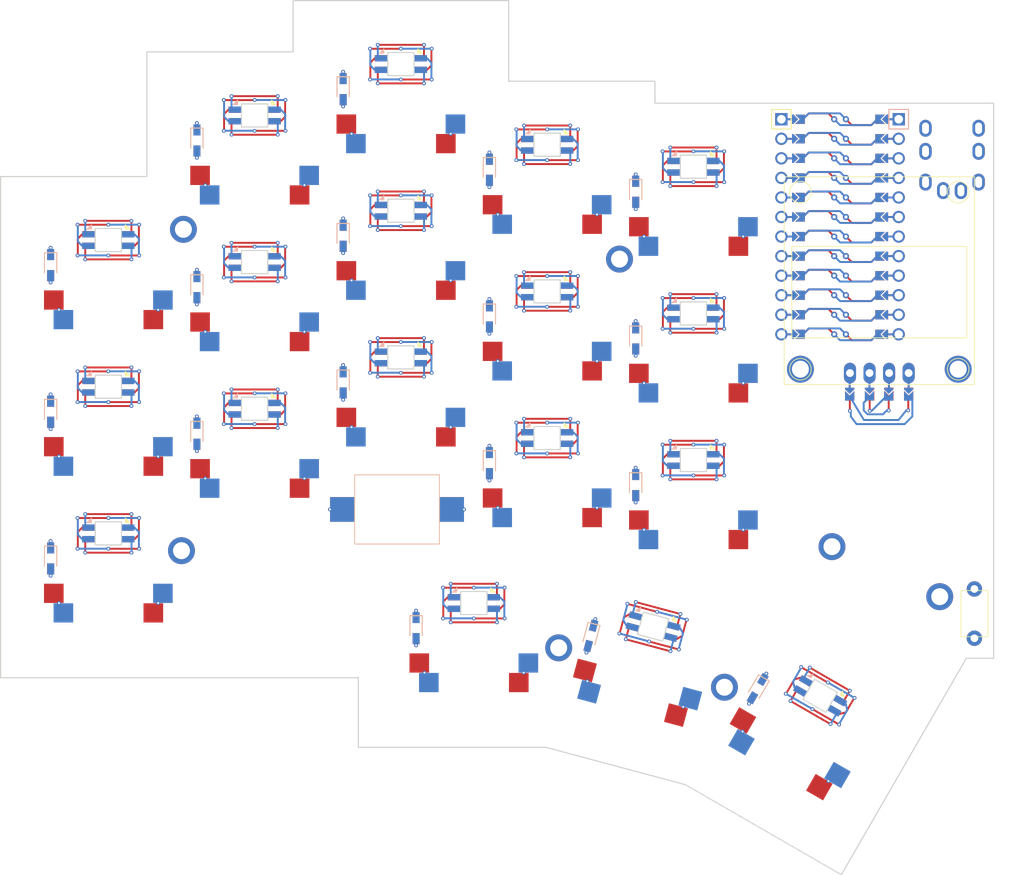
<source format=kicad_pcb>
(kicad_pcb (version 20171130) (host pcbnew 5.1.6)
  (title_block (title split) (rev v1.0.0) (company Unknown))
  (layers (0 F.Cu signal) (31 B.Cu signal) (34 B.Paste user) (35 F.Paste user) (36 B.SilkS user) (37 F.SilkS user) (38 B.Mask user) (39 F.Mask user) (44 Edge.Cuts user))
  (net 0 "")
  (net 1 "RAW")
  (net 2 "GND")
  (net 3 "RST")
  (net 4 "VCC")
  (net 5 "P21")
  (net 6 "P20")
  (net 7 "P19")
  (net 8 "P18")
  (net 9 "P15")
  (net 10 "P14")
  (net 11 "P16")
  (net 12 "P10")
  (net 13 "P1")
  (net 14 "P0")
  (net 15 "P2")
  (net 16 "P3")
  (net 17 "P4")
  (net 18 "P5")
  (net 19 "P6")
  (net 20 "P7")
  (net 21 "P8")
  (net 22 "P9")
  (net 23 "matrix_pinky_bottom")
  (net 24 "matrix_pinky_home")
  (net 25 "matrix_pinky_top")
  (net 26 "matrix_ring_bottom")
  (net 27 "matrix_ring_home")
  (net 28 "matrix_ring_top")
  (net 29 "matrix_middle_bottom")
  (net 30 "matrix_middle_home")
  (net 31 "matrix_middle_top")
  (net 32 "matrix_index_bottom")
  (net 33 "matrix_index_home")
  (net 34 "matrix_index_top")
  (net 35 "matrix_inner_bottom")
  (net 36 "matrix_inner_home")
  (net 37 "matrix_inner_top")
  (net 38 "thumb_tucky")
  (net 39 "thumb_home")
  (net 40 "thumb_reachy")
  (module M2_Screw_fhole (layer F.Cu) (at 9.75 -44.7425 0)
    (pad "" thru_hole circle (at 0 0) (size 3.5 3.5) (drill 2.2) (layers "*.Cu" "*.Mask"))
  )
  (module M2_Screw_fhole (layer F.Cu) (at 9.5 -3 0)
    (pad "" thru_hole circle (at 0 0) (size 3.5 3.5) (drill 2.2) (layers "*.Cu" "*.Mask"))
  )
  (module M2_Screw_fhole (layer F.Cu) (at 66.4 -40.875 0)
    (pad "" thru_hole circle (at 0 0) (size 3.5 3.5) (drill 2.2) (layers "*.Cu" "*.Mask"))
  )
  (module M2_Screw_fhole (layer F.Cu) (at 58.5 9.6175 0)
    (pad "" thru_hole circle (at 0 0) (size 3.5 3.5) (drill 2.2) (layers "*.Cu" "*.Mask"))
  )
  (module M2_Screw_fhole (layer F.Cu) (at 80.0332912 14.738193299999997 -30)
    (pad "" thru_hole circle (at 0 0) (size 3.5 3.5) (drill 2.2) (layers "*.Cu" "*.Mask"))
  )
  (module M2_Screw_fhole (layer F.Cu) (at 94 -3.5250000000000004 0)
    (pad "" thru_hole circle (at 0 0) (size 3.5 3.5) (drill 2.2) (layers "*.Cu" "*.Mask"))
  )
  (module M2_Screw_fhole (layer F.Cu) (at 108 2.9749999999999996 0)
    (pad "" thru_hole circle (at 0 0) (size 3.5 3.5) (drill 2.2) (layers "*.Cu" "*.Mask"))
  )
  (module M2_Screw_fhole (layer F.Cu) (at 89.9 -26.575000000000003 0)
    (pad "" thru_hole circle (at 0 0) (size 3.5 3.5) (drill 2.2) (layers "*.Cu" "*.Mask"))
  )
  (module M2_Screw_fhole (layer F.Cu) (at 110.39500000000001 -26.575000000000003 0)
    (pad "" thru_hole circle (at 0 0) (size 3.5 3.5) (drill 2.2) (layers "*.Cu" "*.Mask"))
  )
  (module ProMicro (layer F.Cu) (at 95.05 -45.075 -90)
    (fp_text reference "MCU1" hide)
    (pad 2 smd custom (at -11.43 -0.762 -90) (size 0.25 0.25) (layers F.Cu) (options (clearance outline) (anchor circle)) (primitives (gr_line (start 0 0) (end 0.766 -0.766) (width 0.25)) (gr_line (start 0.766 -0.766) (end 0.766 -3.298) (width 0.25)) (gr_line (start 0.766 -3.298) (end 0 -4.064) (width 0.25))) (net 2 "GND"))
    (pad "" thru_hole circle (at -13.97 7.62) (size 1.6 1.6) (drill 1.1) (layers *.Cu *.Mask))
    (pad "" thru_hole circle (at -11.43 7.62) (size 1.6 1.6) (drill 1.1) (layers *.Cu *.Mask))
    (pad "" thru_hole circle (at -8.89 7.62) (size 1.6 1.6) (drill 1.1) (layers *.Cu *.Mask))
    (pad "" thru_hole circle (at -6.35 7.62) (size 1.6 1.6) (drill 1.1) (layers *.Cu *.Mask))
    (pad "" thru_hole circle (at -3.81 7.62) (size 1.6 1.6) (drill 1.1) (layers *.Cu *.Mask))
    (pad "" thru_hole circle (at -1.27 7.62) (size 1.6 1.6) (drill 1.1) (layers *.Cu *.Mask))
    (pad "" thru_hole circle (at 1.27 7.62) (size 1.6 1.6) (drill 1.1) (layers *.Cu *.Mask))
    (pad "" thru_hole circle (at 3.81 7.62) (size 1.6 1.6) (drill 1.1) (layers *.Cu *.Mask))
    (pad "" thru_hole circle (at 6.35 7.62) (size 1.6 1.6) (drill 1.1) (layers *.Cu *.Mask))
    (pad "" thru_hole circle (at 8.89 7.62) (size 1.6 1.6) (drill 1.1) (layers *.Cu *.Mask))
    (pad "" thru_hole circle (at 11.43 7.62) (size 1.6 1.6) (drill 1.1) (layers *.Cu *.Mask))
    (pad "" thru_hole circle (at 13.97 7.62) (size 1.6 1.6) (drill 1.1) (layers *.Cu *.Mask))
    (pad "" thru_hole circle (at 13.97 -7.62) (size 1.6 1.6) (drill 1.1) (layers *.Cu *.Mask))
    (pad "" thru_hole circle (at 11.43 -7.62) (size 1.6 1.6) (drill 1.1) (layers *.Cu *.Mask))
    (pad "" thru_hole circle (at 8.89 -7.62) (size 1.6 1.6) (drill 1.1) (layers *.Cu *.Mask))
    (pad "" thru_hole circle (at 6.35 -7.62) (size 1.6 1.6) (drill 1.1) (layers *.Cu *.Mask))
    (pad "" thru_hole circle (at 3.81 -7.62) (size 1.6 1.6) (drill 1.1) (layers *.Cu *.Mask))
    (pad "" thru_hole circle (at 1.27 -7.62) (size 1.6 1.6) (drill 1.1) (layers *.Cu *.Mask))
    (pad "" thru_hole circle (at -1.27 -7.62) (size 1.6 1.6) (drill 1.1) (layers *.Cu *.Mask))
    (pad "" thru_hole circle (at -3.81 -7.62) (size 1.6 1.6) (drill 1.1) (layers *.Cu *.Mask))
    (pad "" thru_hole circle (at -6.35 -7.62) (size 1.6 1.6) (drill 1.1) (layers *.Cu *.Mask))
    (pad "" thru_hole circle (at -8.89 -7.62) (size 1.6 1.6) (drill 1.1) (layers *.Cu *.Mask))
    (pad "" thru_hole circle (at -11.43 -7.62) (size 1.6 1.6) (drill 1.1) (layers *.Cu *.Mask))
    (pad "" thru_hole circle (at -13.97 -7.62) (size 1.6 1.6) (drill 1.1) (layers *.Cu *.Mask))
    (pad "" smd custom (at -13.97 5.842 90) (size 0.1 0.1) (layers F.Cu F.Mask) (clearance 0.1) (options (clearance outline) (anchor rect)) (primitives (gr_poly (pts (xy 0.6 -0.4) (xy -0.6 -0.4) (xy -0.6 -0.2) (xy 0 0.4) (xy 0.6 -0.2)) (width 0))))
    (pad 24 smd custom (at -13.97 4.826 90) (size 1.2 0.5) (layers F.Cu F.Mask) (net 13 "P1") (clearance 0.1) (options (clearance outline) (anchor rect)) (primitives (gr_poly (pts (xy 0.6 0) (xy -0.6 0) (xy -0.6 -1) (xy 0 -0.4) (xy 0.6 -1)) (width 0))))
    (pad "" smd custom (at -13.97 6.35 90) (size 0.25 1) (layers F.Cu) (options (clearance outline) (anchor rect)) (primitives))
    (pad "" thru_hole rect (at -13.97 7.62 -90) (size 1.6 1.6) (drill 1.1) (layers F.Cu F.Mask))
    (pad "" thru_hole rect (at -13.97 -7.62 -90) (size 1.6 1.6) (drill 1.1) (layers B.Cu B.Mask))
    (pad "" smd custom (at -11.43 6.35 90) (size 0.25 1) (layers F.Cu) (options (clearance outline) (anchor rect)) (primitives))
    (pad "" smd custom (at -11.43 5.842 90) (size 0.1 0.1) (layers F.Cu F.Mask) (clearance 0.1) (options (clearance outline) (anchor rect)) (primitives (gr_poly (pts (xy 0.6 -0.4) (xy -0.6 -0.4) (xy -0.6 -0.2) (xy 0 0.4) (xy 0.6 -0.2)) (width 0))))
    (pad 23 smd custom (at -11.43 4.826 90) (size 1.2 0.5) (layers F.Cu F.Mask) (net 14 "P0") (clearance 0.1) (options (clearance outline) (anchor rect)) (primitives (gr_poly (pts (xy 0.6 0) (xy -0.6 0) (xy -0.6 -1) (xy 0 -0.4) (xy 0.6 -1)) (width 0))))
    (pad "" smd custom (at -8.89 6.35 90) (size 0.25 1) (layers F.Cu) (options (clearance outline) (anchor rect)) (primitives))
    (pad "" smd custom (at -8.89 5.842 90) (size 0.1 0.1) (layers F.Cu F.Mask) (clearance 0.1) (options (clearance outline) (anchor rect)) (primitives (gr_poly (pts (xy 0.6 -0.4) (xy -0.6 -0.4) (xy -0.6 -0.2) (xy 0 0.4) (xy 0.6 -0.2)) (width 0))))
    (pad 22 smd custom (at -8.89 4.826 90) (size 1.2 0.5) (layers F.Cu F.Mask) (net 2 "GND") (clearance 0.1) (options (clearance outline) (anchor rect)) (primitives (gr_poly (pts (xy 0.6 0) (xy -0.6 0) (xy -0.6 -1) (xy 0 -0.4) (xy 0.6 -1)) (width 0))))
    (pad "" smd custom (at -6.35 6.35 90) (size 0.25 1) (layers F.Cu) (options (clearance outline) (anchor rect)) (primitives))
    (pad "" smd custom (at -6.35 5.842 90) (size 0.1 0.1) (layers F.Cu F.Mask) (clearance 0.1) (options (clearance outline) (anchor rect)) (primitives (gr_poly (pts (xy 0.6 -0.4) (xy -0.6 -0.4) (xy -0.6 -0.2) (xy 0 0.4) (xy 0.6 -0.2)) (width 0))))
    (pad 21 smd custom (at -6.35 4.826 90) (size 1.2 0.5) (layers F.Cu F.Mask) (net 2 "GND") (clearance 0.1) (options (clearance outline) (anchor rect)) (primitives (gr_poly (pts (xy 0.6 0) (xy -0.6 0) (xy -0.6 -1) (xy 0 -0.4) (xy 0.6 -1)) (width 0))))
    (pad "" smd custom (at -3.81 6.35 90) (size 0.25 1) (layers F.Cu) (options (clearance outline) (anchor rect)) (primitives))
    (pad "" smd custom (at -3.81 5.842 90) (size 0.1 0.1) (layers F.Cu F.Mask) (clearance 0.1) (options (clearance outline) (anchor rect)) (primitives (gr_poly (pts (xy 0.6 -0.4) (xy -0.6 -0.4) (xy -0.6 -0.2) (xy 0 0.4) (xy 0.6 -0.2)) (width 0))))
    (pad 20 smd custom (at -3.81 4.826 90) (size 1.2 0.5) (layers F.Cu F.Mask) (net 15 "P2") (clearance 0.1) (options (clearance outline) (anchor rect)) (primitives (gr_poly (pts (xy 0.6 0) (xy -0.6 0) (xy -0.6 -1) (xy 0 -0.4) (xy 0.6 -1)) (width 0))))
    (pad "" smd custom (at -1.27 6.35 90) (size 0.25 1) (layers F.Cu) (options (clearance outline) (anchor rect)) (primitives))
    (pad "" smd custom (at -1.27 5.842 90) (size 0.1 0.1) (layers F.Cu F.Mask) (clearance 0.1) (options (clearance outline) (anchor rect)) (primitives (gr_poly (pts (xy 0.6 -0.4) (xy -0.6 -0.4) (xy -0.6 -0.2) (xy 0 0.4) (xy 0.6 -0.2)) (width 0))))
    (pad 19 smd custom (at -1.27 4.826 90) (size 1.2 0.5) (layers F.Cu F.Mask) (net 16 "P3") (clearance 0.1) (options (clearance outline) (anchor rect)) (primitives (gr_poly (pts (xy 0.6 0) (xy -0.6 0) (xy -0.6 -1) (xy 0 -0.4) (xy 0.6 -1)) (width 0))))
    (pad "" smd custom (at 1.27 6.35 90) (size 0.25 1) (layers F.Cu) (options (clearance outline) (anchor rect)) (primitives))
    (pad "" smd custom (at 1.27 5.842 90) (size 0.1 0.1) (layers F.Cu F.Mask) (clearance 0.1) (options (clearance outline) (anchor rect)) (primitives (gr_poly (pts (xy 0.6 -0.4) (xy -0.6 -0.4) (xy -0.6 -0.2) (xy 0 0.4) (xy 0.6 -0.2)) (width 0))))
    (pad 18 smd custom (at 1.27 4.826 90) (size 1.2 0.5) (layers F.Cu F.Mask) (net 17 "P4") (clearance 0.1) (options (clearance outline) (anchor rect)) (primitives (gr_poly (pts (xy 0.6 0) (xy -0.6 0) (xy -0.6 -1) (xy 0 -0.4) (xy 0.6 -1)) (width 0))))
    (pad "" smd custom (at 3.81 6.35 90) (size 0.25 1) (layers F.Cu) (options (clearance outline) (anchor rect)) (primitives))
    (pad "" smd custom (at 3.81 5.842 90) (size 0.1 0.1) (layers F.Cu F.Mask) (clearance 0.1) (options (clearance outline) (anchor rect)) (primitives (gr_poly (pts (xy 0.6 -0.4) (xy -0.6 -0.4) (xy -0.6 -0.2) (xy 0 0.4) (xy 0.6 -0.2)) (width 0))))
    (pad 17 smd custom (at 3.81 4.826 90) (size 1.2 0.5) (layers F.Cu F.Mask) (net 18 "P5") (clearance 0.1) (options (clearance outline) (anchor rect)) (primitives (gr_poly (pts (xy 0.6 0) (xy -0.6 0) (xy -0.6 -1) (xy 0 -0.4) (xy 0.6 -1)) (width 0))))
    (pad "" smd custom (at 6.35 6.35 90) (size 0.25 1) (layers F.Cu) (options (clearance outline) (anchor rect)) (primitives))
    (pad "" smd custom (at 6.35 5.842 90) (size 0.1 0.1) (layers F.Cu F.Mask) (clearance 0.1) (options (clearance outline) (anchor rect)) (primitives (gr_poly (pts (xy 0.6 -0.4) (xy -0.6 -0.4) (xy -0.6 -0.2) (xy 0 0.4) (xy 0.6 -0.2)) (width 0))))
    (pad 16 smd custom (at 6.35 4.826 90) (size 1.2 0.5) (layers F.Cu F.Mask) (net 19 "P6") (clearance 0.1) (options (clearance outline) (anchor rect)) (primitives (gr_poly (pts (xy 0.6 0) (xy -0.6 0) (xy -0.6 -1) (xy 0 -0.4) (xy 0.6 -1)) (width 0))))
    (pad "" smd custom (at 8.89 6.35 90) (size 0.25 1) (layers F.Cu) (options (clearance outline) (anchor rect)) (primitives))
    (pad "" smd custom (at 8.89 5.842 90) (size 0.1 0.1) (layers F.Cu F.Mask) (clearance 0.1) (options (clearance outline) (anchor rect)) (primitives (gr_poly (pts (xy 0.6 -0.4) (xy -0.6 -0.4) (xy -0.6 -0.2) (xy 0 0.4) (xy 0.6 -0.2)) (width 0))))
    (pad 15 smd custom (at 8.89 4.826 90) (size 1.2 0.5) (layers F.Cu F.Mask) (net 20 "P7") (clearance 0.1) (options (clearance outline) (anchor rect)) (primitives (gr_poly (pts (xy 0.6 0) (xy -0.6 0) (xy -0.6 -1) (xy 0 -0.4) (xy 0.6 -1)) (width 0))))
    (pad "" smd custom (at 11.43 6.35 90) (size 0.25 1) (layers F.Cu) (options (clearance outline) (anchor rect)) (primitives))
    (pad "" smd custom (at 11.43 5.842 90) (size 0.1 0.1) (layers F.Cu F.Mask) (clearance 0.1) (options (clearance outline) (anchor rect)) (primitives (gr_poly (pts (xy 0.6 -0.4) (xy -0.6 -0.4) (xy -0.6 -0.2) (xy 0 0.4) (xy 0.6 -0.2)) (width 0))))
    (pad 14 smd custom (at 11.43 4.826 90) (size 1.2 0.5) (layers F.Cu F.Mask) (net 21 "P8") (clearance 0.1) (options (clearance outline) (anchor rect)) (primitives (gr_poly (pts (xy 0.6 0) (xy -0.6 0) (xy -0.6 -1) (xy 0 -0.4) (xy 0.6 -1)) (width 0))))
    (pad "" smd custom (at 13.97 6.35 90) (size 0.25 1) (layers F.Cu) (options (clearance outline) (anchor rect)) (primitives))
    (pad "" smd custom (at 13.97 5.842 90) (size 0.1 0.1) (layers F.Cu F.Mask) (clearance 0.1) (options (clearance outline) (anchor rect)) (primitives (gr_poly (pts (xy 0.6 -0.4) (xy -0.6 -0.4) (xy -0.6 -0.2) (xy 0 0.4) (xy 0.6 -0.2)) (width 0))))
    (pad 13 smd custom (at 13.97 4.826 90) (size 1.2 0.5) (layers F.Cu F.Mask) (net 22 "P9") (clearance 0.1) (options (clearance outline) (anchor rect)) (primitives (gr_poly (pts (xy 0.6 0) (xy -0.6 0) (xy -0.6 -1) (xy 0 -0.4) (xy 0.6 -1)) (width 0))))
    (pad 1 smd custom (at -13.97 -4.826 -90) (size 1.2 0.5) (layers F.Cu F.Mask) (net 1 "RAW") (clearance 0.1) (options (clearance outline) (anchor rect)) (primitives (gr_poly (pts (xy 0.6 0) (xy -0.6 0) (xy -0.6 -1) (xy 0 -0.4) (xy 0.6 -1)) (width 0))))
    (pad 3 smd custom (at -8.89 -4.826 -90) (size 1.2 0.5) (layers F.Cu F.Mask) (net 3 "RST") (clearance 0.1) (options (clearance outline) (anchor rect)) (primitives (gr_poly (pts (xy 0.6 0) (xy -0.6 0) (xy -0.6 -1) (xy 0 -0.4) (xy 0.6 -1)) (width 0))))
    (pad "" smd custom (at -8.89 -6.35 -90) (size 0.25 1) (layers F.Cu) (options (clearance outline) (anchor rect)) (primitives))
    (pad "" smd custom (at -8.89 -5.842 -90) (size 0.1 0.1) (layers F.Cu F.Mask) (clearance 0.1) (options (clearance outline) (anchor rect)) (primitives (gr_poly (pts (xy 0.6 -0.4) (xy -0.6 -0.4) (xy -0.6 -0.2) (xy 0 0.4) (xy 0.6 -0.2)) (width 0))))
    (pad "" smd custom (at -13.97 -5.842 -90) (size 0.1 0.1) (layers F.Cu F.Mask) (clearance 0.1) (options (clearance outline) (anchor rect)) (primitives (gr_poly (pts (xy 0.6 -0.4) (xy -0.6 -0.4) (xy -0.6 -0.2) (xy 0 0.4) (xy 0.6 -0.2)) (width 0))))
    (pad "" smd custom (at -11.43 -6.35 -90) (size 0.25 1) (layers F.Cu) (options (clearance outline) (anchor rect)) (primitives))
    (pad 2 smd custom (at -11.43 -4.826 -90) (size 1.2 0.5) (layers F.Cu F.Mask) (net 2 "GND") (clearance 0.1) (options (clearance outline) (anchor rect)) (primitives (gr_poly (pts (xy 0.6 0) (xy -0.6 0) (xy -0.6 -1) (xy 0 -0.4) (xy 0.6 -1)) (width 0))))
    (pad "" smd custom (at -13.97 -6.35 -90) (size 0.25 1) (layers F.Cu) (options (clearance outline) (anchor rect)) (primitives))
    (pad 4 smd custom (at -6.35 -4.826 -90) (size 1.2 0.5) (layers F.Cu F.Mask) (net 4 "VCC") (clearance 0.1) (options (clearance outline) (anchor rect)) (primitives (gr_poly (pts (xy 0.6 0) (xy -0.6 0) (xy -0.6 -1) (xy 0 -0.4) (xy 0.6 -1)) (width 0))))
    (pad "" smd custom (at -11.43 -5.842 -90) (size 0.1 0.1) (layers F.Cu F.Mask) (clearance 0.1) (options (clearance outline) (anchor rect)) (primitives (gr_poly (pts (xy 0.6 -0.4) (xy -0.6 -0.4) (xy -0.6 -0.2) (xy 0 0.4) (xy 0.6 -0.2)) (width 0))))
    (pad "" smd custom (at -6.35 -5.842 -90) (size 0.1 0.1) (layers F.Cu F.Mask) (clearance 0.1) (options (clearance outline) (anchor rect)) (primitives (gr_poly (pts (xy 0.6 -0.4) (xy -0.6 -0.4) (xy -0.6 -0.2) (xy 0 0.4) (xy 0.6 -0.2)) (width 0))))
    (pad 6 smd custom (at -1.27 -4.826 -90) (size 1.2 0.5) (layers F.Cu F.Mask) (net 6 "P20") (clearance 0.1) (options (clearance outline) (anchor rect)) (primitives (gr_poly (pts (xy 0.6 0) (xy -0.6 0) (xy -0.6 -1) (xy 0 -0.4) (xy 0.6 -1)) (width 0))))
    (pad 7 smd custom (at 1.27 -4.826 -90) (size 1.2 0.5) (layers F.Cu F.Mask) (net 7 "P19") (clearance 0.1) (options (clearance outline) (anchor rect)) (primitives (gr_poly (pts (xy 0.6 0) (xy -0.6 0) (xy -0.6 -1) (xy 0 -0.4) (xy 0.6 -1)) (width 0))))
    (pad "" smd custom (at 13.97 -6.35 -90) (size 0.25 1) (layers F.Cu) (options (clearance outline) (anchor rect)) (primitives))
    (pad "" smd custom (at 1.27 -5.842 -90) (size 0.1 0.1) (layers F.Cu F.Mask) (clearance 0.1) (options (clearance outline) (anchor rect)) (primitives (gr_poly (pts (xy 0.6 -0.4) (xy -0.6 -0.4) (xy -0.6 -0.2) (xy 0 0.4) (xy 0.6 -0.2)) (width 0))))
    (pad "" smd custom (at 8.89 -6.35 -90) (size 0.25 1) (layers F.Cu) (options (clearance outline) (anchor rect)) (primitives))
    (pad 8 smd custom (at 3.81 -4.826 -90) (size 1.2 0.5) (layers F.Cu F.Mask) (net 8 "P18") (clearance 0.1) (options (clearance outline) (anchor rect)) (primitives (gr_poly (pts (xy 0.6 0) (xy -0.6 0) (xy -0.6 -1) (xy 0 -0.4) (xy 0.6 -1)) (width 0))))
    (pad "" smd custom (at 1.27 -6.35 -90) (size 0.25 1) (layers F.Cu) (options (clearance outline) (anchor rect)) (primitives))
    (pad 12 smd custom (at 13.97 -4.826 -90) (size 1.2 0.5) (layers F.Cu F.Mask) (net 12 "P10") (clearance 0.1) (options (clearance outline) (anchor rect)) (primitives (gr_poly (pts (xy 0.6 0) (xy -0.6 0) (xy -0.6 -1) (xy 0 -0.4) (xy 0.6 -1)) (width 0))))
    (pad "" smd custom (at 3.81 -5.842 -90) (size 0.1 0.1) (layers F.Cu F.Mask) (clearance 0.1) (options (clearance outline) (anchor rect)) (primitives (gr_poly (pts (xy 0.6 -0.4) (xy -0.6 -0.4) (xy -0.6 -0.2) (xy 0 0.4) (xy 0.6 -0.2)) (width 0))))
    (pad "" smd custom (at 6.35 -6.35 -90) (size 0.25 1) (layers F.Cu) (options (clearance outline) (anchor rect)) (primitives))
    (pad "" smd custom (at 13.97 -5.842 -90) (size 0.1 0.1) (layers F.Cu F.Mask) (clearance 0.1) (options (clearance outline) (anchor rect)) (primitives (gr_poly (pts (xy 0.6 -0.4) (xy -0.6 -0.4) (xy -0.6 -0.2) (xy 0 0.4) (xy 0.6 -0.2)) (width 0))))
    (pad "" smd custom (at -3.81 -6.35 -90) (size 0.25 1) (layers F.Cu) (options (clearance outline) (anchor rect)) (primitives))
    (pad "" smd custom (at 3.81 -6.35 -90) (size 0.25 1) (layers F.Cu) (options (clearance outline) (anchor rect)) (primitives))
    (pad "" smd custom (at -1.27 -6.35 -90) (size 0.25 1) (layers F.Cu) (options (clearance outline) (anchor rect)) (primitives))
    (pad 9 smd custom (at 6.35 -4.826 -90) (size 1.2 0.5) (layers F.Cu F.Mask) (net 9 "P15") (clearance 0.1) (options (clearance outline) (anchor rect)) (primitives (gr_poly (pts (xy 0.6 0) (xy -0.6 0) (xy -0.6 -1) (xy 0 -0.4) (xy 0.6 -1)) (width 0))))
    (pad "" smd custom (at -6.35 -6.35 -90) (size 0.25 1) (layers F.Cu) (options (clearance outline) (anchor rect)) (primitives))
    (pad "" smd custom (at -3.81 -5.842 -90) (size 0.1 0.1) (layers F.Cu F.Mask) (clearance 0.1) (options (clearance outline) (anchor rect)) (primitives (gr_poly (pts (xy 0.6 -0.4) (xy -0.6 -0.4) (xy -0.6 -0.2) (xy 0 0.4) (xy 0.6 -0.2)) (width 0))))
    (pad "" smd custom (at -1.27 -5.842 -90) (size 0.1 0.1) (layers F.Cu F.Mask) (clearance 0.1) (options (clearance outline) (anchor rect)) (primitives (gr_poly (pts (xy 0.6 -0.4) (xy -0.6 -0.4) (xy -0.6 -0.2) (xy 0 0.4) (xy 0.6 -0.2)) (width 0))))
    (pad "" smd custom (at 6.35 -5.842 -90) (size 0.1 0.1) (layers F.Cu F.Mask) (clearance 0.1) (options (clearance outline) (anchor rect)) (primitives (gr_poly (pts (xy 0.6 -0.4) (xy -0.6 -0.4) (xy -0.6 -0.2) (xy 0 0.4) (xy 0.6 -0.2)) (width 0))))
    (pad 10 smd custom (at 8.89 -4.826 -90) (size 1.2 0.5) (layers F.Cu F.Mask) (net 10 "P14") (clearance 0.1) (options (clearance outline) (anchor rect)) (primitives (gr_poly (pts (xy 0.6 0) (xy -0.6 0) (xy -0.6 -1) (xy 0 -0.4) (xy 0.6 -1)) (width 0))))
    (pad "" smd custom (at 8.89 -5.842 -90) (size 0.1 0.1) (layers F.Cu F.Mask) (clearance 0.1) (options (clearance outline) (anchor rect)) (primitives (gr_poly (pts (xy 0.6 -0.4) (xy -0.6 -0.4) (xy -0.6 -0.2) (xy 0 0.4) (xy 0.6 -0.2)) (width 0))))
    (pad "" smd custom (at 11.43 -5.842 -90) (size 0.1 0.1) (layers F.Cu F.Mask) (clearance 0.1) (options (clearance outline) (anchor rect)) (primitives (gr_poly (pts (xy 0.6 -0.4) (xy -0.6 -0.4) (xy -0.6 -0.2) (xy 0 0.4) (xy 0.6 -0.2)) (width 0))))
    (pad 11 smd custom (at 11.43 -4.826 -90) (size 1.2 0.5) (layers F.Cu F.Mask) (net 11 "P16") (clearance 0.1) (options (clearance outline) (anchor rect)) (primitives (gr_poly (pts (xy 0.6 0) (xy -0.6 0) (xy -0.6 -1) (xy 0 -0.4) (xy 0.6 -1)) (width 0))))
    (pad "" smd custom (at 11.43 -6.35 -90) (size 0.25 1) (layers F.Cu) (options (clearance outline) (anchor rect)) (primitives))
    (pad 5 smd custom (at -3.81 -4.826 -90) (size 1.2 0.5) (layers F.Cu F.Mask) (net 5 "P21") (clearance 0.1) (options (clearance outline) (anchor rect)) (primitives (gr_poly (pts (xy 0.6 0) (xy -0.6 0) (xy -0.6 -1) (xy 0 -0.4) (xy 0.6 -1)) (width 0))))
    (pad "" smd custom (at -13.97 6.35 90) (size 0.25 1) (layers B.Cu) (options (clearance outline) (anchor rect)) (primitives))
    (pad 1 smd custom (at -13.97 4.826 90) (size 1.2 0.5) (layers B.Cu B.Mask) (net 1 "RAW") (clearance 0.1) (options (clearance outline) (anchor rect)) (primitives (gr_poly (pts (xy 0.6 0) (xy -0.6 0) (xy -0.6 -1) (xy 0 -0.4) (xy 0.6 -1)) (width 0))))
    (pad "" smd custom (at -13.97 5.842 90) (size 0.1 0.1) (layers B.Cu B.Mask) (clearance 0.1) (options (clearance outline) (anchor rect)) (primitives (gr_poly (pts (xy 0.6 -0.4) (xy -0.6 -0.4) (xy -0.6 -0.2) (xy 0 0.4) (xy 0.6 -0.2)) (width 0))))
    (pad "" smd custom (at -11.43 6.35 90) (size 0.25 1) (layers B.Cu) (options (clearance outline) (anchor rect)) (primitives))
    (pad "" smd custom (at -11.43 5.842 90) (size 0.1 0.1) (layers B.Cu B.Mask) (clearance 0.1) (options (clearance outline) (anchor rect)) (primitives (gr_poly (pts (xy 0.6 -0.4) (xy -0.6 -0.4) (xy -0.6 -0.2) (xy 0 0.4) (xy 0.6 -0.2)) (width 0))))
    (pad 2 smd custom (at -11.43 4.826 90) (size 1.2 0.5) (layers B.Cu B.Mask) (clearance 0.1) (options (clearance outline) (anchor rect)) (primitives (gr_poly (pts (xy 0.6 0) (xy -0.6 0) (xy -0.6 -1) (xy 0 -0.4) (xy 0.6 -1)) (width 0))))
    (pad "" smd custom (at -8.89 6.35 90) (size 0.25 1) (layers B.Cu) (options (clearance outline) (anchor rect)) (primitives))
    (pad "" smd custom (at -8.89 5.842 90) (size 0.1 0.1) (layers B.Cu B.Mask) (clearance 0.1) (options (clearance outline) (anchor rect)) (primitives (gr_poly (pts (xy 0.6 -0.4) (xy -0.6 -0.4) (xy -0.6 -0.2) (xy 0 0.4) (xy 0.6 -0.2)) (width 0))))
    (pad 3 smd custom (at -8.89 4.826 90) (size 1.2 0.5) (layers B.Cu B.Mask) (net 3 "RST") (clearance 0.1) (options (clearance outline) (anchor rect)) (primitives (gr_poly (pts (xy 0.6 0) (xy -0.6 0) (xy -0.6 -1) (xy 0 -0.4) (xy 0.6 -1)) (width 0))))
    (pad "" smd custom (at -6.35 6.35 90) (size 0.25 1) (layers B.Cu) (options (clearance outline) (anchor rect)) (primitives))
    (pad "" smd custom (at -6.35 5.842 90) (size 0.1 0.1) (layers B.Cu B.Mask) (clearance 0.1) (options (clearance outline) (anchor rect)) (primitives (gr_poly (pts (xy 0.6 -0.4) (xy -0.6 -0.4) (xy -0.6 -0.2) (xy 0 0.4) (xy 0.6 -0.2)) (width 0))))
    (pad 4 smd custom (at -6.35 4.826 90) (size 1.2 0.5) (layers B.Cu B.Mask) (net 4 "VCC") (clearance 0.1) (options (clearance outline) (anchor rect)) (primitives (gr_poly (pts (xy 0.6 0) (xy -0.6 0) (xy -0.6 -1) (xy 0 -0.4) (xy 0.6 -1)) (width 0))))
    (pad "" smd custom (at -3.81 6.35 90) (size 0.25 1) (layers B.Cu) (options (clearance outline) (anchor rect)) (primitives))
    (pad "" smd custom (at -3.81 5.842 90) (size 0.1 0.1) (layers B.Cu B.Mask) (clearance 0.1) (options (clearance outline) (anchor rect)) (primitives (gr_poly (pts (xy 0.6 -0.4) (xy -0.6 -0.4) (xy -0.6 -0.2) (xy 0 0.4) (xy 0.6 -0.2)) (width 0))))
    (pad 5 smd custom (at -3.81 4.826 90) (size 1.2 0.5) (layers B.Cu B.Mask) (net 5 "P21") (clearance 0.1) (options (clearance outline) (anchor rect)) (primitives (gr_poly (pts (xy 0.6 0) (xy -0.6 0) (xy -0.6 -1) (xy 0 -0.4) (xy 0.6 -1)) (width 0))))
    (pad "" smd custom (at -1.27 6.35 90) (size 0.25 1) (layers B.Cu) (options (clearance outline) (anchor rect)) (primitives))
    (pad "" smd custom (at -1.27 5.842 90) (size 0.1 0.1) (layers B.Cu B.Mask) (clearance 0.1) (options (clearance outline) (anchor rect)) (primitives (gr_poly (pts (xy 0.6 -0.4) (xy -0.6 -0.4) (xy -0.6 -0.2) (xy 0 0.4) (xy 0.6 -0.2)) (width 0))))
    (pad 6 smd custom (at -1.27 4.826 90) (size 1.2 0.5) (layers B.Cu B.Mask) (net 6 "P20") (clearance 0.1) (options (clearance outline) (anchor rect)) (primitives (gr_poly (pts (xy 0.6 0) (xy -0.6 0) (xy -0.6 -1) (xy 0 -0.4) (xy 0.6 -1)) (width 0))))
    (pad "" smd custom (at 1.27 6.35 90) (size 0.25 1) (layers B.Cu) (options (clearance outline) (anchor rect)) (primitives))
    (pad "" smd custom (at 1.27 5.842 90) (size 0.1 0.1) (layers B.Cu B.Mask) (clearance 0.1) (options (clearance outline) (anchor rect)) (primitives (gr_poly (pts (xy 0.6 -0.4) (xy -0.6 -0.4) (xy -0.6 -0.2) (xy 0 0.4) (xy 0.6 -0.2)) (width 0))))
    (pad 7 smd custom (at 1.27 4.826 90) (size 1.2 0.5) (layers B.Cu B.Mask) (net 7 "P19") (clearance 0.1) (options (clearance outline) (anchor rect)) (primitives (gr_poly (pts (xy 0.6 0) (xy -0.6 0) (xy -0.6 -1) (xy 0 -0.4) (xy 0.6 -1)) (width 0))))
    (pad "" smd custom (at 3.81 6.35 90) (size 0.25 1) (layers B.Cu) (options (clearance outline) (anchor rect)) (primitives))
    (pad "" smd custom (at 3.81 5.842 90) (size 0.1 0.1) (layers B.Cu B.Mask) (clearance 0.1) (options (clearance outline) (anchor rect)) (primitives (gr_poly (pts (xy 0.6 -0.4) (xy -0.6 -0.4) (xy -0.6 -0.2) (xy 0 0.4) (xy 0.6 -0.2)) (width 0))))
    (pad 8 smd custom (at 3.81 4.826 90) (size 1.2 0.5) (layers B.Cu B.Mask) (net 8 "P18") (clearance 0.1) (options (clearance outline) (anchor rect)) (primitives (gr_poly (pts (xy 0.6 0) (xy -0.6 0) (xy -0.6 -1) (xy 0 -0.4) (xy 0.6 -1)) (width 0))))
    (pad "" smd custom (at 6.35 6.35 90) (size 0.25 1) (layers B.Cu) (options (clearance outline) (anchor rect)) (primitives))
    (pad "" smd custom (at 6.35 5.842 90) (size 0.1 0.1) (layers B.Cu B.Mask) (clearance 0.1) (options (clearance outline) (anchor rect)) (primitives (gr_poly (pts (xy 0.6 -0.4) (xy -0.6 -0.4) (xy -0.6 -0.2) (xy 0 0.4) (xy 0.6 -0.2)) (width 0))))
    (pad 9 smd custom (at 6.35 4.826 90) (size 1.2 0.5) (layers B.Cu B.Mask) (net 9 "P15") (clearance 0.1) (options (clearance outline) (anchor rect)) (primitives (gr_poly (pts (xy 0.6 0) (xy -0.6 0) (xy -0.6 -1) (xy 0 -0.4) (xy 0.6 -1)) (width 0))))
    (pad "" smd custom (at 8.89 6.35 90) (size 0.25 1) (layers B.Cu) (options (clearance outline) (anchor rect)) (primitives))
    (pad "" smd custom (at 8.89 5.842 90) (size 0.1 0.1) (layers B.Cu B.Mask) (clearance 0.1) (options (clearance outline) (anchor rect)) (primitives (gr_poly (pts (xy 0.6 -0.4) (xy -0.6 -0.4) (xy -0.6 -0.2) (xy 0 0.4) (xy 0.6 -0.2)) (width 0))))
    (pad 10 smd custom (at 8.89 4.826 90) (size 1.2 0.5) (layers B.Cu B.Mask) (net 10 "P14") (clearance 0.1) (options (clearance outline) (anchor rect)) (primitives (gr_poly (pts (xy 0.6 0) (xy -0.6 0) (xy -0.6 -1) (xy 0 -0.4) (xy 0.6 -1)) (width 0))))
    (pad "" smd custom (at 11.43 6.35 90) (size 0.25 1) (layers B.Cu) (options (clearance outline) (anchor rect)) (primitives))
    (pad "" smd custom (at 11.43 5.842 90) (size 0.1 0.1) (layers B.Cu B.Mask) (clearance 0.1) (options (clearance outline) (anchor rect)) (primitives (gr_poly (pts (xy 0.6 -0.4) (xy -0.6 -0.4) (xy -0.6 -0.2) (xy 0 0.4) (xy 0.6 -0.2)) (width 0))))
    (pad 11 smd custom (at 11.43 4.826 90) (size 1.2 0.5) (layers B.Cu B.Mask) (net 11 "P16") (clearance 0.1) (options (clearance outline) (anchor rect)) (primitives (gr_poly (pts (xy 0.6 0) (xy -0.6 0) (xy -0.6 -1) (xy 0 -0.4) (xy 0.6 -1)) (width 0))))
    (pad "" smd custom (at 13.97 6.35 90) (size 0.25 1) (layers B.Cu) (options (clearance outline) (anchor rect)) (primitives))
    (pad "" smd custom (at 13.97 5.842 90) (size 0.1 0.1) (layers B.Cu B.Mask) (clearance 0.1) (options (clearance outline) (anchor rect)) (primitives (gr_poly (pts (xy 0.6 -0.4) (xy -0.6 -0.4) (xy -0.6 -0.2) (xy 0 0.4) (xy 0.6 -0.2)) (width 0))))
    (pad 12 smd custom (at 13.97 4.826 90) (size 1.2 0.5) (layers B.Cu B.Mask) (net 12 "P10") (clearance 0.1) (options (clearance outline) (anchor rect)) (primitives (gr_poly (pts (xy 0.6 0) (xy -0.6 0) (xy -0.6 -1) (xy 0 -0.4) (xy 0.6 -1)) (width 0))))
    (pad "" smd custom (at -13.97 -6.35 -90) (size 0.25 1) (layers B.Cu) (options (clearance outline) (anchor rect)) (primitives))
    (pad "" smd custom (at -13.97 -5.842 -90) (size 0.1 0.1) (layers B.Cu B.Mask) (clearance 0.1) (options (clearance outline) (anchor rect)) (primitives (gr_poly (pts (xy 0.6 -0.4) (xy -0.6 -0.4) (xy -0.6 -0.2) (xy 0 0.4) (xy 0.6 -0.2)) (width 0))))
    (pad 24 smd custom (at -13.97 -4.826 -90) (size 1.2 0.5) (layers B.Cu B.Mask) (net 13 "P1") (clearance 0.1) (options (clearance outline) (anchor rect)) (primitives (gr_poly (pts (xy 0.6 0) (xy -0.6 0) (xy -0.6 -1) (xy 0 -0.4) (xy 0.6 -1)) (width 0))))
    (pad 23 smd custom (at -11.43 -4.826 -90) (size 1.2 0.5) (layers B.Cu B.Mask) (net 14 "P0") (clearance 0.1) (options (clearance outline) (anchor rect)) (primitives (gr_poly (pts (xy 0.6 0) (xy -0.6 0) (xy -0.6 -1) (xy 0 -0.4) (xy 0.6 -1)) (width 0))))
    (pad "" smd custom (at -11.43 -6.35 -90) (size 0.25 1) (layers B.Cu) (options (clearance outline) (anchor rect)) (primitives))
    (pad "" smd custom (at -11.43 -5.842 -90) (size 0.1 0.1) (layers B.Cu B.Mask) (clearance 0.1) (options (clearance outline) (anchor rect)) (primitives (gr_poly (pts (xy 0.6 -0.4) (xy -0.6 -0.4) (xy -0.6 -0.2) (xy 0 0.4) (xy 0.6 -0.2)) (width 0))))
    (pad 22 smd custom (at -8.89 -4.826 -90) (size 1.2 0.5) (layers B.Cu B.Mask) (net 2 "GND") (clearance 0.1) (options (clearance outline) (anchor rect)) (primitives (gr_poly (pts (xy 0.6 0) (xy -0.6 0) (xy -0.6 -1) (xy 0 -0.4) (xy 0.6 -1)) (width 0))))
    (pad "" smd custom (at -8.89 -6.35 -90) (size 0.25 1) (layers B.Cu) (options (clearance outline) (anchor rect)) (primitives))
    (pad "" smd custom (at -8.89 -5.842 -90) (size 0.1 0.1) (layers B.Cu B.Mask) (clearance 0.1) (options (clearance outline) (anchor rect)) (primitives (gr_poly (pts (xy 0.6 -0.4) (xy -0.6 -0.4) (xy -0.6 -0.2) (xy 0 0.4) (xy 0.6 -0.2)) (width 0))))
    (pad 21 smd custom (at -6.35 -4.826 -90) (size 1.2 0.5) (layers B.Cu B.Mask) (net 2 "GND") (clearance 0.1) (options (clearance outline) (anchor rect)) (primitives (gr_poly (pts (xy 0.6 0) (xy -0.6 0) (xy -0.6 -1) (xy 0 -0.4) (xy 0.6 -1)) (width 0))))
    (pad "" smd custom (at -6.35 -6.35 -90) (size 0.25 1) (layers B.Cu) (options (clearance outline) (anchor rect)) (primitives))
    (pad "" smd custom (at -6.35 -5.842 -90) (size 0.1 0.1) (layers B.Cu B.Mask) (clearance 0.1) (options (clearance outline) (anchor rect)) (primitives (gr_poly (pts (xy 0.6 -0.4) (xy -0.6 -0.4) (xy -0.6 -0.2) (xy 0 0.4) (xy 0.6 -0.2)) (width 0))))
    (pad 20 smd custom (at -3.81 -4.826 -90) (size 1.2 0.5) (layers B.Cu B.Mask) (net 15 "P2") (clearance 0.1) (options (clearance outline) (anchor rect)) (primitives (gr_poly (pts (xy 0.6 0) (xy -0.6 0) (xy -0.6 -1) (xy 0 -0.4) (xy 0.6 -1)) (width 0))))
    (pad "" smd custom (at -3.81 -6.35 -90) (size 0.25 1) (layers B.Cu) (options (clearance outline) (anchor rect)) (primitives))
    (pad "" smd custom (at -3.81 -5.842 -90) (size 0.1 0.1) (layers B.Cu B.Mask) (clearance 0.1) (options (clearance outline) (anchor rect)) (primitives (gr_poly (pts (xy 0.6 -0.4) (xy -0.6 -0.4) (xy -0.6 -0.2) (xy 0 0.4) (xy 0.6 -0.2)) (width 0))))
    (pad 19 smd custom (at -1.27 -4.826 -90) (size 1.2 0.5) (layers B.Cu B.Mask) (net 16 "P3") (clearance 0.1) (options (clearance outline) (anchor rect)) (primitives (gr_poly (pts (xy 0.6 0) (xy -0.6 0) (xy -0.6 -1) (xy 0 -0.4) (xy 0.6 -1)) (width 0))))
    (pad "" smd custom (at -1.27 -6.35 -90) (size 0.25 1) (layers B.Cu) (options (clearance outline) (anchor rect)) (primitives))
    (pad "" smd custom (at -1.27 -5.842 -90) (size 0.1 0.1) (layers B.Cu B.Mask) (clearance 0.1) (options (clearance outline) (anchor rect)) (primitives (gr_poly (pts (xy 0.6 -0.4) (xy -0.6 -0.4) (xy -0.6 -0.2) (xy 0 0.4) (xy 0.6 -0.2)) (width 0))))
    (pad 18 smd custom (at 1.27 -4.826 -90) (size 1.2 0.5) (layers B.Cu B.Mask) (net 17 "P4") (clearance 0.1) (options (clearance outline) (anchor rect)) (primitives (gr_poly (pts (xy 0.6 0) (xy -0.6 0) (xy -0.6 -1) (xy 0 -0.4) (xy 0.6 -1)) (width 0))))
    (pad "" smd custom (at 1.27 -6.35 -90) (size 0.25 1) (layers B.Cu) (options (clearance outline) (anchor rect)) (primitives))
    (pad "" smd custom (at 1.27 -5.842 -90) (size 0.1 0.1) (layers B.Cu B.Mask) (clearance 0.1) (options (clearance outline) (anchor rect)) (primitives (gr_poly (pts (xy 0.6 -0.4) (xy -0.6 -0.4) (xy -0.6 -0.2) (xy 0 0.4) (xy 0.6 -0.2)) (width 0))))
    (pad 17 smd custom (at 3.81 -4.826 -90) (size 1.2 0.5) (layers B.Cu B.Mask) (net 18 "P5") (clearance 0.1) (options (clearance outline) (anchor rect)) (primitives (gr_poly (pts (xy 0.6 0) (xy -0.6 0) (xy -0.6 -1) (xy 0 -0.4) (xy 0.6 -1)) (width 0))))
    (pad "" smd custom (at 3.81 -6.35 -90) (size 0.25 1) (layers B.Cu) (options (clearance outline) (anchor rect)) (primitives))
    (pad "" smd custom (at 3.81 -5.842 -90) (size 0.1 0.1) (layers B.Cu B.Mask) (clearance 0.1) (options (clearance outline) (anchor rect)) (primitives (gr_poly (pts (xy 0.6 -0.4) (xy -0.6 -0.4) (xy -0.6 -0.2) (xy 0 0.4) (xy 0.6 -0.2)) (width 0))))
    (pad 16 smd custom (at 6.35 -4.826 -90) (size 1.2 0.5) (layers B.Cu B.Mask) (net 19 "P6") (clearance 0.1) (options (clearance outline) (anchor rect)) (primitives (gr_poly (pts (xy 0.6 0) (xy -0.6 0) (xy -0.6 -1) (xy 0 -0.4) (xy 0.6 -1)) (width 0))))
    (pad "" smd custom (at 6.35 -6.35 -90) (size 0.25 1) (layers B.Cu) (options (clearance outline) (anchor rect)) (primitives))
    (pad "" smd custom (at 6.35 -5.842 -90) (size 0.1 0.1) (layers B.Cu B.Mask) (clearance 0.1) (options (clearance outline) (anchor rect)) (primitives (gr_poly (pts (xy 0.6 -0.4) (xy -0.6 -0.4) (xy -0.6 -0.2) (xy 0 0.4) (xy 0.6 -0.2)) (width 0))))
    (pad 15 smd custom (at 8.89 -4.826 -90) (size 1.2 0.5) (layers B.Cu B.Mask) (net 20 "P7") (clearance 0.1) (options (clearance outline) (anchor rect)) (primitives (gr_poly (pts (xy 0.6 0) (xy -0.6 0) (xy -0.6 -1) (xy 0 -0.4) (xy 0.6 -1)) (width 0))))
    (pad "" smd custom (at 8.89 -6.35 -90) (size 0.25 1) (layers B.Cu) (options (clearance outline) (anchor rect)) (primitives))
    (pad "" smd custom (at 8.89 -5.842 -90) (size 0.1 0.1) (layers B.Cu B.Mask) (clearance 0.1) (options (clearance outline) (anchor rect)) (primitives (gr_poly (pts (xy 0.6 -0.4) (xy -0.6 -0.4) (xy -0.6 -0.2) (xy 0 0.4) (xy 0.6 -0.2)) (width 0))))
    (pad 14 smd custom (at 11.43 -4.826 -90) (size 1.2 0.5) (layers B.Cu B.Mask) (net 21 "P8") (clearance 0.1) (options (clearance outline) (anchor rect)) (primitives (gr_poly (pts (xy 0.6 0) (xy -0.6 0) (xy -0.6 -1) (xy 0 -0.4) (xy 0.6 -1)) (width 0))))
    (pad "" smd custom (at 11.43 -6.35 -90) (size 0.25 1) (layers B.Cu) (options (clearance outline) (anchor rect)) (primitives))
    (pad "" smd custom (at 11.43 -5.842 -90) (size 0.1 0.1) (layers B.Cu B.Mask) (clearance 0.1) (options (clearance outline) (anchor rect)) (primitives (gr_poly (pts (xy 0.6 -0.4) (xy -0.6 -0.4) (xy -0.6 -0.2) (xy 0 0.4) (xy 0.6 -0.2)) (width 0))))
    (pad 13 smd custom (at 13.97 -4.826 -90) (size 1.2 0.5) (layers B.Cu B.Mask) (net 22 "P9") (clearance 0.1) (options (clearance outline) (anchor rect)) (primitives (gr_poly (pts (xy 0.6 0) (xy -0.6 0) (xy -0.6 -1) (xy 0 -0.4) (xy 0.6 -1)) (width 0))))
    (pad "" smd custom (at 13.97 -6.35 -90) (size 0.25 1) (layers B.Cu) (options (clearance outline) (anchor rect)) (primitives))
    (pad "" smd custom (at 13.97 -5.842 -90) (size 0.1 0.1) (layers B.Cu B.Mask) (clearance 0.1) (options (clearance outline) (anchor rect)) (primitives (gr_poly (pts (xy 0.6 -0.4) (xy -0.6 -0.4) (xy -0.6 -0.2) (xy 0 0.4) (xy 0.6 -0.2)) (width 0))))
    (pad 23 smd custom (at -11.43 0.762 90) (size 0.25 0.25) (layers F.Cu) (net 14 "P0") (options (clearance outline) (anchor circle)) (primitives (gr_line (start 0 0) (end 0.762 -0.762) (width 0.25)) (gr_line (start 0.762 -0.762) (end 0.762 -3.302) (width 0.25)) (gr_line (start 0.762 -3.302) (end 0 -4.064) (width 0.25))))
    (pad 23 smd custom (at -11.43 0.762 90) (size 0.25 0.25) (layers B.Cu) (net 14 "P0") (options (clearance outline) (anchor circle)) (primitives (gr_line (start 0 0) (end -0.766 0.766) (width 0.25)) (gr_line (start -0.766 0.766) (end -0.766 4.822) (width 0.25)) (gr_line (start -0.766 4.822) (end 0 5.588) (width 0.25))))
    (pad 2 smd custom (at -11.43 -0.762 -90) (size 0.25 0.25) (layers B.Cu) (net 2 "GND") (options (clearance outline) (anchor circle)) (primitives (gr_line (start 0 0) (end -0.766 0.766) (width 0.25)) (gr_line (start -0.766 0.766) (end -0.766 4.822) (width 0.25)) (gr_line (start -0.766 4.822) (end 0 5.588) (width 0.25))))
    (pad 2 thru_hole circle (at -11.43 -0.762 90) (size 0.8 0.8) (drill 0.4) (layers *.Cu) (net 2 "GND"))
    (pad 23 thru_hole circle (at -11.43 0.762 90) (size 0.8 0.8) (drill 0.4) (layers *.Cu) (net 14 "P0"))
    (pad 24 thru_hole circle (at -13.97 0.762 90) (size 0.8 0.8) (drill 0.4) (layers *.Cu) (net 13 "P1"))
    (pad 1 thru_hole circle (at -13.97 -0.762 90) (size 0.8 0.8) (drill 0.4) (layers *.Cu) (net 1 "RAW"))
    (pad 24 smd custom (at -13.97 0.762 90) (size 0.25 0.25) (layers B.Cu) (net 13 "P1") (options (clearance outline) (anchor circle)) (primitives (gr_line (start 0 0) (end -0.766 0.766) (width 0.25)) (gr_line (start -0.766 0.766) (end -0.766 4.822) (width 0.25)) (gr_line (start -0.766 4.822) (end 0 5.588) (width 0.25))))
    (pad 1 smd custom (at -13.97 -0.762 -90) (size 0.25 0.25) (layers B.Cu) (net 1 "RAW") (options (clearance outline) (anchor circle)) (primitives (gr_line (start 0 0) (end -0.766 0.766) (width 0.25)) (gr_line (start -0.766 0.766) (end -0.766 4.822) (width 0.25)) (gr_line (start -0.766 4.822) (end 0 5.588) (width 0.25))))
    (pad 1 smd custom (at -13.97 -0.762 -90) (size 0.25 0.25) (layers F.Cu) (net 1 "RAW") (options (clearance outline) (anchor circle)) (primitives (gr_line (start 0 0) (end 0.766 -0.766) (width 0.25)) (gr_line (start 0.766 -0.766) (end 0.766 -3.298) (width 0.25)) (gr_line (start 0.766 -3.298) (end 0 -4.064) (width 0.25))))
    (pad 24 smd custom (at -13.97 0.762 90) (size 0.25 0.25) (layers F.Cu) (net 13 "P1") (options (clearance outline) (anchor circle)) (primitives (gr_line (start 0 0) (end 0.762 -0.762) (width 0.25)) (gr_line (start 0.762 -0.762) (end 0.762 -3.302) (width 0.25)) (gr_line (start 0.762 -3.302) (end 0 -4.064) (width 0.25))))
    (pad 22 thru_hole circle (at -8.89 0.762 90) (size 0.8 0.8) (drill 0.4) (layers *.Cu) (net 2 "GND"))
    (pad 3 thru_hole circle (at -8.89 -0.762 90) (size 0.8 0.8) (drill 0.4) (layers *.Cu) (net 3 "RST"))
    (pad 22 smd custom (at -8.89 0.762 90) (size 0.25 0.25) (layers B.Cu) (net 2 "GND") (options (clearance outline) (anchor circle)) (primitives (gr_line (start 0 0) (end -0.766 0.766) (width 0.25)) (gr_line (start -0.766 0.766) (end -0.766 4.822) (width 0.25)) (gr_line (start -0.766 4.822) (end 0 5.588) (width 0.25))))
    (pad 3 smd custom (at -8.89 -0.762 -90) (size 0.25 0.25) (layers B.Cu) (net 3 "RST") (options (clearance outline) (anchor circle)) (primitives (gr_line (start 0 0) (end -0.766 0.766) (width 0.25)) (gr_line (start -0.766 0.766) (end -0.766 4.822) (width 0.25)) (gr_line (start -0.766 4.822) (end 0 5.588) (width 0.25))))
    (pad 3 smd custom (at -8.89 -0.762 -90) (size 0.25 0.25) (layers F.Cu) (net 3 "RST") (options (clearance outline) (anchor circle)) (primitives (gr_line (start 0 0) (end 0.766 -0.766) (width 0.25)) (gr_line (start 0.766 -0.766) (end 0.766 -3.298) (width 0.25)) (gr_line (start 0.766 -3.298) (end 0 -4.064) (width 0.25))))
    (pad 22 smd custom (at -8.89 0.762 90) (size 0.25 0.25) (layers F.Cu) (net 2 "GND") (options (clearance outline) (anchor circle)) (primitives (gr_line (start 0 0) (end 0.762 -0.762) (width 0.25)) (gr_line (start 0.762 -0.762) (end 0.762 -3.302) (width 0.25)) (gr_line (start 0.762 -3.302) (end 0 -4.064) (width 0.25))))
    (pad 21 thru_hole circle (at -6.35 0.762 90) (size 0.8 0.8) (drill 0.4) (layers *.Cu) (net 2 "GND"))
    (pad 4 thru_hole circle (at -6.35 -0.762 90) (size 0.8 0.8) (drill 0.4) (layers *.Cu) (net 4 "VCC"))
    (pad 21 smd custom (at -6.35 0.762 90) (size 0.25 0.25) (layers B.Cu) (net 2 "GND") (options (clearance outline) (anchor circle)) (primitives (gr_line (start 0 0) (end -0.766 0.766) (width 0.25)) (gr_line (start -0.766 0.766) (end -0.766 4.822) (width 0.25)) (gr_line (start -0.766 4.822) (end 0 5.588) (width 0.25))))
    (pad 4 smd custom (at -6.35 -0.762 -90) (size 0.25 0.25) (layers B.Cu) (net 4 "VCC") (options (clearance outline) (anchor circle)) (primitives (gr_line (start 0 0) (end -0.766 0.766) (width 0.25)) (gr_line (start -0.766 0.766) (end -0.766 4.822) (width 0.25)) (gr_line (start -0.766 4.822) (end 0 5.588) (width 0.25))))
    (pad 4 smd custom (at -6.35 -0.762 -90) (size 0.25 0.25) (layers F.Cu) (net 4 "VCC") (options (clearance outline) (anchor circle)) (primitives (gr_line (start 0 0) (end 0.766 -0.766) (width 0.25)) (gr_line (start 0.766 -0.766) (end 0.766 -3.298) (width 0.25)) (gr_line (start 0.766 -3.298) (end 0 -4.064) (width 0.25))))
    (pad 21 smd custom (at -6.35 0.762 90) (size 0.25 0.25) (layers F.Cu) (net 2 "GND") (options (clearance outline) (anchor circle)) (primitives (gr_line (start 0 0) (end 0.762 -0.762) (width 0.25)) (gr_line (start 0.762 -0.762) (end 0.762 -3.302) (width 0.25)) (gr_line (start 0.762 -3.302) (end 0 -4.064) (width 0.25))))
    (pad 20 thru_hole circle (at -3.81 0.762 90) (size 0.8 0.8) (drill 0.4) (layers *.Cu) (net 15 "P2"))
    (pad 5 thru_hole circle (at -3.81 -0.762 90) (size 0.8 0.8) (drill 0.4) (layers *.Cu) (net 5 "P21"))
    (pad 20 smd custom (at -3.81 0.762 90) (size 0.25 0.25) (layers B.Cu) (net 15 "P2") (options (clearance outline) (anchor circle)) (primitives (gr_line (start 0 0) (end -0.766 0.766) (width 0.25)) (gr_line (start -0.766 0.766) (end -0.766 4.822) (width 0.25)) (gr_line (start -0.766 4.822) (end 0 5.588) (width 0.25))))
    (pad 5 smd custom (at -3.81 -0.762 -90) (size 0.25 0.25) (layers B.Cu) (net 5 "P21") (options (clearance outline) (anchor circle)) (primitives (gr_line (start 0 0) (end -0.766 0.766) (width 0.25)) (gr_line (start -0.766 0.766) (end -0.766 4.822) (width 0.25)) (gr_line (start -0.766 4.822) (end 0 5.588) (width 0.25))))
    (pad 5 smd custom (at -3.81 -0.762 -90) (size 0.25 0.25) (layers F.Cu) (net 5 "P21") (options (clearance outline) (anchor circle)) (primitives (gr_line (start 0 0) (end 0.766 -0.766) (width 0.25)) (gr_line (start 0.766 -0.766) (end 0.766 -3.298) (width 0.25)) (gr_line (start 0.766 -3.298) (end 0 -4.064) (width 0.25))))
    (pad 20 smd custom (at -3.81 0.762 90) (size 0.25 0.25) (layers F.Cu) (net 15 "P2") (options (clearance outline) (anchor circle)) (primitives (gr_line (start 0 0) (end 0.762 -0.762) (width 0.25)) (gr_line (start 0.762 -0.762) (end 0.762 -3.302) (width 0.25)) (gr_line (start 0.762 -3.302) (end 0 -4.064) (width 0.25))))
    (pad 19 thru_hole circle (at -1.27 0.762 90) (size 0.8 0.8) (drill 0.4) (layers *.Cu) (net 16 "P3"))
    (pad 6 thru_hole circle (at -1.27 -0.762 90) (size 0.8 0.8) (drill 0.4) (layers *.Cu) (net 6 "P20"))
    (pad 19 smd custom (at -1.27 0.762 90) (size 0.25 0.25) (layers B.Cu) (net 16 "P3") (options (clearance outline) (anchor circle)) (primitives (gr_line (start 0 0) (end -0.766 0.766) (width 0.25)) (gr_line (start -0.766 0.766) (end -0.766 4.822) (width 0.25)) (gr_line (start -0.766 4.822) (end 0 5.588) (width 0.25))))
    (pad 6 smd custom (at -1.27 -0.762 -90) (size 0.25 0.25) (layers B.Cu) (net 6 "P20") (options (clearance outline) (anchor circle)) (primitives (gr_line (start 0 0) (end -0.766 0.766) (width 0.25)) (gr_line (start -0.766 0.766) (end -0.766 4.822) (width 0.25)) (gr_line (start -0.766 4.822) (end 0 5.588) (width 0.25))))
    (pad 6 smd custom (at -1.27 -0.762 -90) (size 0.25 0.25) (layers F.Cu) (net 6 "P20") (options (clearance outline) (anchor circle)) (primitives (gr_line (start 0 0) (end 0.766 -0.766) (width 0.25)) (gr_line (start 0.766 -0.766) (end 0.766 -3.298) (width 0.25)) (gr_line (start 0.766 -3.298) (end 0 -4.064) (width 0.25))))
    (pad 19 smd custom (at -1.27 0.762 90) (size 0.25 0.25) (layers F.Cu) (net 16 "P3") (options (clearance outline) (anchor circle)) (primitives (gr_line (start 0 0) (end 0.762 -0.762) (width 0.25)) (gr_line (start 0.762 -0.762) (end 0.762 -3.302) (width 0.25)) (gr_line (start 0.762 -3.302) (end 0 -4.064) (width 0.25))))
    (pad 18 thru_hole circle (at 1.27 0.762 90) (size 0.8 0.8) (drill 0.4) (layers *.Cu) (net 17 "P4"))
    (pad 7 thru_hole circle (at 1.27 -0.762 90) (size 0.8 0.8) (drill 0.4) (layers *.Cu) (net 7 "P19"))
    (pad 18 smd custom (at 1.27 0.762 90) (size 0.25 0.25) (layers B.Cu) (net 17 "P4") (options (clearance outline) (anchor circle)) (primitives (gr_line (start 0 0) (end -0.766 0.766) (width 0.25)) (gr_line (start -0.766 0.766) (end -0.766 4.822) (width 0.25)) (gr_line (start -0.766 4.822) (end 0 5.588) (width 0.25))))
    (pad 7 smd custom (at 1.27 -0.762 -90) (size 0.25 0.25) (layers B.Cu) (net 7 "P19") (options (clearance outline) (anchor circle)) (primitives (gr_line (start 0 0) (end -0.766 0.766) (width 0.25)) (gr_line (start -0.766 0.766) (end -0.766 4.822) (width 0.25)) (gr_line (start -0.766 4.822) (end 0 5.588) (width 0.25))))
    (pad 7 smd custom (at 1.27 -0.762 -90) (size 0.25 0.25) (layers F.Cu) (net 7 "P19") (options (clearance outline) (anchor circle)) (primitives (gr_line (start 0 0) (end 0.766 -0.766) (width 0.25)) (gr_line (start 0.766 -0.766) (end 0.766 -3.298) (width 0.25)) (gr_line (start 0.766 -3.298) (end 0 -4.064) (width 0.25))))
    (pad 18 smd custom (at 1.27 0.762 90) (size 0.25 0.25) (layers F.Cu) (net 17 "P4") (options (clearance outline) (anchor circle)) (primitives (gr_line (start 0 0) (end 0.762 -0.762) (width 0.25)) (gr_line (start 0.762 -0.762) (end 0.762 -3.302) (width 0.25)) (gr_line (start 0.762 -3.302) (end 0 -4.064) (width 0.25))))
    (pad 17 thru_hole circle (at 3.81 0.762 90) (size 0.8 0.8) (drill 0.4) (layers *.Cu) (net 18 "P5"))
    (pad 8 thru_hole circle (at 3.81 -0.762 90) (size 0.8 0.8) (drill 0.4) (layers *.Cu) (net 8 "P18"))
    (pad 17 smd custom (at 3.81 0.762 90) (size 0.25 0.25) (layers B.Cu) (net 18 "P5") (options (clearance outline) (anchor circle)) (primitives (gr_line (start 0 0) (end -0.766 0.766) (width 0.25)) (gr_line (start -0.766 0.766) (end -0.766 4.822) (width 0.25)) (gr_line (start -0.766 4.822) (end 0 5.588) (width 0.25))))
    (pad 8 smd custom (at 3.81 -0.762 -90) (size 0.25 0.25) (layers B.Cu) (net 8 "P18") (options (clearance outline) (anchor circle)) (primitives (gr_line (start 0 0) (end -0.766 0.766) (width 0.25)) (gr_line (start -0.766 0.766) (end -0.766 4.822) (width 0.25)) (gr_line (start -0.766 4.822) (end 0 5.588) (width 0.25))))
    (pad 8 smd custom (at 3.81 -0.762 -90) (size 0.25 0.25) (layers F.Cu) (net 8 "P18") (options (clearance outline) (anchor circle)) (primitives (gr_line (start 0 0) (end 0.766 -0.766) (width 0.25)) (gr_line (start 0.766 -0.766) (end 0.766 -3.298) (width 0.25)) (gr_line (start 0.766 -3.298) (end 0 -4.064) (width 0.25))))
    (pad 17 smd custom (at 3.81 0.762 90) (size 0.25 0.25) (layers F.Cu) (net 18 "P5") (options (clearance outline) (anchor circle)) (primitives (gr_line (start 0 0) (end 0.762 -0.762) (width 0.25)) (gr_line (start 0.762 -0.762) (end 0.762 -3.302) (width 0.25)) (gr_line (start 0.762 -3.302) (end 0 -4.064) (width 0.25))))
    (pad 16 thru_hole circle (at 6.35 0.762 90) (size 0.8 0.8) (drill 0.4) (layers *.Cu) (net 19 "P6"))
    (pad 9 thru_hole circle (at 6.35 -0.762 90) (size 0.8 0.8) (drill 0.4) (layers *.Cu) (net 9 "P15"))
    (pad 16 smd custom (at 6.35 0.762 90) (size 0.25 0.25) (layers B.Cu) (net 19 "P6") (options (clearance outline) (anchor circle)) (primitives (gr_line (start 0 0) (end -0.766 0.766) (width 0.25)) (gr_line (start -0.766 0.766) (end -0.766 4.822) (width 0.25)) (gr_line (start -0.766 4.822) (end 0 5.588) (width 0.25))))
    (pad 9 smd custom (at 6.35 -0.762 -90) (size 0.25 0.25) (layers B.Cu) (net 9 "P15") (options (clearance outline) (anchor circle)) (primitives (gr_line (start 0 0) (end -0.766 0.766) (width 0.25)) (gr_line (start -0.766 0.766) (end -0.766 4.822) (width 0.25)) (gr_line (start -0.766 4.822) (end 0 5.588) (width 0.25))))
    (pad 9 smd custom (at 6.35 -0.762 -90) (size 0.25 0.25) (layers F.Cu) (net 9 "P15") (options (clearance outline) (anchor circle)) (primitives (gr_line (start 0 0) (end 0.766 -0.766) (width 0.25)) (gr_line (start 0.766 -0.766) (end 0.766 -3.298) (width 0.25)) (gr_line (start 0.766 -3.298) (end 0 -4.064) (width 0.25))))
    (pad 16 smd custom (at 6.35 0.762 90) (size 0.25 0.25) (layers F.Cu) (net 19 "P6") (options (clearance outline) (anchor circle)) (primitives (gr_line (start 0 0) (end 0.762 -0.762) (width 0.25)) (gr_line (start 0.762 -0.762) (end 0.762 -3.302) (width 0.25)) (gr_line (start 0.762 -3.302) (end 0 -4.064) (width 0.25))))
    (pad 15 thru_hole circle (at 8.89 0.762 90) (size 0.8 0.8) (drill 0.4) (layers *.Cu) (net 20 "P7"))
    (pad 10 thru_hole circle (at 8.89 -0.762 90) (size 0.8 0.8) (drill 0.4) (layers *.Cu) (net 10 "P14"))
    (pad 15 smd custom (at 8.89 0.762 90) (size 0.25 0.25) (layers B.Cu) (net 20 "P7") (options (clearance outline) (anchor circle)) (primitives (gr_line (start 0 0) (end -0.766 0.766) (width 0.25)) (gr_line (start -0.766 0.766) (end -0.766 4.822) (width 0.25)) (gr_line (start -0.766 4.822) (end 0 5.588) (width 0.25))))
    (pad 10 smd custom (at 8.89 -0.762 -90) (size 0.25 0.25) (layers B.Cu) (net 10 "P14") (options (clearance outline) (anchor circle)) (primitives (gr_line (start 0 0) (end -0.766 0.766) (width 0.25)) (gr_line (start -0.766 0.766) (end -0.766 4.822) (width 0.25)) (gr_line (start -0.766 4.822) (end 0 5.588) (width 0.25))))
    (pad 10 smd custom (at 8.89 -0.762 -90) (size 0.25 0.25) (layers F.Cu) (net 10 "P14") (options (clearance outline) (anchor circle)) (primitives (gr_line (start 0 0) (end 0.766 -0.766) (width 0.25)) (gr_line (start 0.766 -0.766) (end 0.766 -3.298) (width 0.25)) (gr_line (start 0.766 -3.298) (end 0 -4.064) (width 0.25))))
    (pad 15 smd custom (at 8.89 0.762 90) (size 0.25 0.25) (layers F.Cu) (net 20 "P7") (options (clearance outline) (anchor circle)) (primitives (gr_line (start 0 0) (end 0.762 -0.762) (width 0.25)) (gr_line (start 0.762 -0.762) (end 0.762 -3.302) (width 0.25)) (gr_line (start 0.762 -3.302) (end 0 -4.064) (width 0.25))))
    (pad 14 thru_hole circle (at 11.43 0.762 90) (size 0.8 0.8) (drill 0.4) (layers *.Cu) (net 21 "P8"))
    (pad 11 thru_hole circle (at 11.43 -0.762 90) (size 0.8 0.8) (drill 0.4) (layers *.Cu) (net 11 "P16"))
    (pad 14 smd custom (at 11.43 0.762 90) (size 0.25 0.25) (layers B.Cu) (net 21 "P8") (options (clearance outline) (anchor circle)) (primitives (gr_line (start 0 0) (end -0.766 0.766) (width 0.25)) (gr_line (start -0.766 0.766) (end -0.766 4.822) (width 0.25)) (gr_line (start -0.766 4.822) (end 0 5.588) (width 0.25))))
    (pad 11 smd custom (at 11.43 -0.762 -90) (size 0.25 0.25) (layers B.Cu) (net 11 "P16") (options (clearance outline) (anchor circle)) (primitives (gr_line (start 0 0) (end -0.766 0.766) (width 0.25)) (gr_line (start -0.766 0.766) (end -0.766 4.822) (width 0.25)) (gr_line (start -0.766 4.822) (end 0 5.588) (width 0.25))))
    (pad 11 smd custom (at 11.43 -0.762 -90) (size 0.25 0.25) (layers F.Cu) (net 11 "P16") (options (clearance outline) (anchor circle)) (primitives (gr_line (start 0 0) (end 0.766 -0.766) (width 0.25)) (gr_line (start 0.766 -0.766) (end 0.766 -3.298) (width 0.25)) (gr_line (start 0.766 -3.298) (end 0 -4.064) (width 0.25))))
    (pad 14 smd custom (at 11.43 0.762 90) (size 0.25 0.25) (layers F.Cu) (net 21 "P8") (options (clearance outline) (anchor circle)) (primitives (gr_line (start 0 0) (end 0.762 -0.762) (width 0.25)) (gr_line (start 0.762 -0.762) (end 0.762 -3.302) (width 0.25)) (gr_line (start 0.762 -3.302) (end 0 -4.064) (width 0.25))))
    (pad 13 thru_hole circle (at 13.97 0.762 90) (size 0.8 0.8) (drill 0.4) (layers *.Cu) (net 22 "P9"))
    (pad 12 thru_hole circle (at 13.97 -0.762 90) (size 0.8 0.8) (drill 0.4) (layers *.Cu) (net 12 "P10"))
    (pad 13 smd custom (at 13.97 0.762 90) (size 0.25 0.25) (layers B.Cu) (net 22 "P9") (options (clearance outline) (anchor circle)) (primitives (gr_line (start 0 0) (end -0.766 0.766) (width 0.25)) (gr_line (start -0.766 0.766) (end -0.766 4.822) (width 0.25)) (gr_line (start -0.766 4.822) (end 0 5.588) (width 0.25))))
    (pad 12 smd custom (at 13.97 -0.762 -90) (size 0.25 0.25) (layers B.Cu) (net 12 "P10") (options (clearance outline) (anchor circle)) (primitives (gr_line (start 0 0) (end -0.766 0.766) (width 0.25)) (gr_line (start -0.766 0.766) (end -0.766 4.822) (width 0.25)) (gr_line (start -0.766 4.822) (end 0 5.588) (width 0.25))))
    (pad 12 smd custom (at 13.97 -0.762 -90) (size 0.25 0.25) (layers F.Cu) (net 12 "P10") (options (clearance outline) (anchor circle)) (primitives (gr_line (start 0 0) (end 0.766 -0.766) (width 0.25)) (gr_line (start 0.766 -0.766) (end 0.766 -3.298) (width 0.25)) (gr_line (start 0.766 -3.298) (end 0 -4.064) (width 0.25))))
    (pad 13 smd custom (at 13.97 0.762 90) (size 0.25 0.25) (layers F.Cu) (net 22 "P9") (options (clearance outline) (anchor circle)) (primitives (gr_line (start 0 0) (end 0.762 -0.762) (width 0.25)) (gr_line (start 0.762 -0.762) (end 0.762 -3.302) (width 0.25)) (gr_line (start 0.762 -3.302) (end 0 -4.064) (width 0.25))))
  )
  (module MX (layer F.Cu) (at 0 0 180)
    (fp_text reference "S1" hide)
    (pad "" np_thru_hole circle (at -5.08 0) (size 1.7018 1.7018) (drill 1.7018) (layers "*.Cu" "*.Mask"))
    (pad "" np_thru_hole circle (at -5.08 0) (size 1.7018 1.7018) (drill 1.7018) (layers "*.Cu" "*.Mask"))
    (pad "" np_thru_hole circle (at -3.81 -2.54) (size 3 3) (drill 3) (layers "*.Cu" "*.Mask"))
    (pad "" np_thru_hole circle (at -2.54 -5.08) (size 3 3) (drill 3) (layers "*.Cu" "*.Mask"))
    (pad "" np_thru_hole circle (at 0 0) (size 3.9878 3.9878) (drill 3.9878) (layers "*.Cu" "*.Mask"))
    (pad "" np_thru_hole circle (at 0 0) (size 3.9878 3.9878) (drill 3.9878) (layers "*.Cu" "*.Mask"))
    (pad "" np_thru_hole circle (at 2.54 -5.08) (size 3 3) (drill 3) (layers "*.Cu" "*.Mask"))
    (pad "" np_thru_hole circle (at 3.81 -2.54) (size 3 3) (drill 3) (layers "*.Cu" "*.Mask"))
    (pad "" np_thru_hole circle (at 5.08 0) (size 1.7018 1.7018) (drill 1.7018) (layers "*.Cu" "*.Mask"))
    (pad "" np_thru_hole circle (at 5.08 0) (size 1.7018 1.7018) (drill 1.7018) (layers "*.Cu" "*.Mask"))
    (pad "1" smd rect (at -7.085 -2.54 180) (size 2.55 2.5) (layers "B.Cu" "B.Paste" "B.Mask") (net 10 "P14"))
    (pad "1" thru_hole circle (at -6.47 -3.8 180) (size 0.5 0.5) (drill 0.25) (layers "*.Cu" "*.Mask") (net 10 "P14"))
    (pad "1" smd rect (at -5.842 -5.08 180) (size 2.55 2.5) (layers "F.Cu" "F.Paste" "F.Mask") (net 10 "P14"))
    (pad "2" smd rect (at 5.842 -5.08 180) (size 2.55 2.5) (layers "B.Cu" "B.Paste" "B.Mask") (net 23 "matrix_pinky_bottom"))
    (pad "2" thru_hole circle (at 6.41 -3.81 180) (size 0.5 0.5) (drill 0.25) (layers "*.Cu" "*.Mask") (net 23 "matrix_pinky_bottom"))
    (pad "2" smd rect (at 7.085 -2.54 180) (size 2.55 2.5) (layers "F.Cu" "F.Paste" "F.Mask") (net 23 "matrix_pinky_bottom"))
  )
  (module MX (layer F.Cu) (at 0 -19.05 180)
    (fp_text reference "S2" hide)
    (pad "" np_thru_hole circle (at -5.08 0) (size 1.7018 1.7018) (drill 1.7018) (layers "*.Cu" "*.Mask"))
    (pad "" np_thru_hole circle (at -5.08 0) (size 1.7018 1.7018) (drill 1.7018) (layers "*.Cu" "*.Mask"))
    (pad "" np_thru_hole circle (at -3.81 -2.54) (size 3 3) (drill 3) (layers "*.Cu" "*.Mask"))
    (pad "" np_thru_hole circle (at -2.54 -5.08) (size 3 3) (drill 3) (layers "*.Cu" "*.Mask"))
    (pad "" np_thru_hole circle (at 0 0) (size 3.9878 3.9878) (drill 3.9878) (layers "*.Cu" "*.Mask"))
    (pad "" np_thru_hole circle (at 0 0) (size 3.9878 3.9878) (drill 3.9878) (layers "*.Cu" "*.Mask"))
    (pad "" np_thru_hole circle (at 2.54 -5.08) (size 3 3) (drill 3) (layers "*.Cu" "*.Mask"))
    (pad "" np_thru_hole circle (at 3.81 -2.54) (size 3 3) (drill 3) (layers "*.Cu" "*.Mask"))
    (pad "" np_thru_hole circle (at 5.08 0) (size 1.7018 1.7018) (drill 1.7018) (layers "*.Cu" "*.Mask"))
    (pad "" np_thru_hole circle (at 5.08 0) (size 1.7018 1.7018) (drill 1.7018) (layers "*.Cu" "*.Mask"))
    (pad "1" smd rect (at -7.085 -2.54 180) (size 2.55 2.5) (layers "B.Cu" "B.Paste" "B.Mask") (net 11 "P16"))
    (pad "1" thru_hole circle (at -6.47 -3.8 180) (size 0.5 0.5) (drill 0.25) (layers "*.Cu" "*.Mask") (net 11 "P16"))
    (pad "1" smd rect (at -5.842 -5.08 180) (size 2.55 2.5) (layers "F.Cu" "F.Paste" "F.Mask") (net 11 "P16"))
    (pad "2" smd rect (at 5.842 -5.08 180) (size 2.55 2.5) (layers "B.Cu" "B.Paste" "B.Mask") (net 24 "matrix_pinky_home"))
    (pad "2" thru_hole circle (at 6.41 -3.81 180) (size 0.5 0.5) (drill 0.25) (layers "*.Cu" "*.Mask") (net 24 "matrix_pinky_home"))
    (pad "2" smd rect (at 7.085 -2.54 180) (size 2.55 2.5) (layers "F.Cu" "F.Paste" "F.Mask") (net 24 "matrix_pinky_home"))
  )
  (module MX (layer F.Cu) (at 0 -38.1 180)
    (fp_text reference "S3" hide)
    (pad "" np_thru_hole circle (at -5.08 0) (size 1.7018 1.7018) (drill 1.7018) (layers "*.Cu" "*.Mask"))
    (pad "" np_thru_hole circle (at -5.08 0) (size 1.7018 1.7018) (drill 1.7018) (layers "*.Cu" "*.Mask"))
    (pad "" np_thru_hole circle (at -3.81 -2.54) (size 3 3) (drill 3) (layers "*.Cu" "*.Mask"))
    (pad "" np_thru_hole circle (at -2.54 -5.08) (size 3 3) (drill 3) (layers "*.Cu" "*.Mask"))
    (pad "" np_thru_hole circle (at 0 0) (size 3.9878 3.9878) (drill 3.9878) (layers "*.Cu" "*.Mask"))
    (pad "" np_thru_hole circle (at 0 0) (size 3.9878 3.9878) (drill 3.9878) (layers "*.Cu" "*.Mask"))
    (pad "" np_thru_hole circle (at 2.54 -5.08) (size 3 3) (drill 3) (layers "*.Cu" "*.Mask"))
    (pad "" np_thru_hole circle (at 3.81 -2.54) (size 3 3) (drill 3) (layers "*.Cu" "*.Mask"))
    (pad "" np_thru_hole circle (at 5.08 0) (size 1.7018 1.7018) (drill 1.7018) (layers "*.Cu" "*.Mask"))
    (pad "" np_thru_hole circle (at 5.08 0) (size 1.7018 1.7018) (drill 1.7018) (layers "*.Cu" "*.Mask"))
    (pad "1" smd rect (at -7.085 -2.54 180) (size 2.55 2.5) (layers "B.Cu" "B.Paste" "B.Mask") (net 12 "P10"))
    (pad "1" thru_hole circle (at -6.47 -3.8 180) (size 0.5 0.5) (drill 0.25) (layers "*.Cu" "*.Mask") (net 12 "P10"))
    (pad "1" smd rect (at -5.842 -5.08 180) (size 2.55 2.5) (layers "F.Cu" "F.Paste" "F.Mask") (net 12 "P10"))
    (pad "2" smd rect (at 5.842 -5.08 180) (size 2.55 2.5) (layers "B.Cu" "B.Paste" "B.Mask") (net 25 "matrix_pinky_top"))
    (pad "2" thru_hole circle (at 6.41 -3.81 180) (size 0.5 0.5) (drill 0.25) (layers "*.Cu" "*.Mask") (net 25 "matrix_pinky_top"))
    (pad "2" smd rect (at 7.085 -2.54 180) (size 2.55 2.5) (layers "F.Cu" "F.Paste" "F.Mask") (net 25 "matrix_pinky_top"))
  )
  (module MX (layer F.Cu) (at 19 -16.1925 180)
    (fp_text reference "S4" hide)
    (pad "" np_thru_hole circle (at -5.08 0) (size 1.7018 1.7018) (drill 1.7018) (layers "*.Cu" "*.Mask"))
    (pad "" np_thru_hole circle (at -5.08 0) (size 1.7018 1.7018) (drill 1.7018) (layers "*.Cu" "*.Mask"))
    (pad "" np_thru_hole circle (at -3.81 -2.54) (size 3 3) (drill 3) (layers "*.Cu" "*.Mask"))
    (pad "" np_thru_hole circle (at -2.54 -5.08) (size 3 3) (drill 3) (layers "*.Cu" "*.Mask"))
    (pad "" np_thru_hole circle (at 0 0) (size 3.9878 3.9878) (drill 3.9878) (layers "*.Cu" "*.Mask"))
    (pad "" np_thru_hole circle (at 0 0) (size 3.9878 3.9878) (drill 3.9878) (layers "*.Cu" "*.Mask"))
    (pad "" np_thru_hole circle (at 2.54 -5.08) (size 3 3) (drill 3) (layers "*.Cu" "*.Mask"))
    (pad "" np_thru_hole circle (at 3.81 -2.54) (size 3 3) (drill 3) (layers "*.Cu" "*.Mask"))
    (pad "" np_thru_hole circle (at 5.08 0) (size 1.7018 1.7018) (drill 1.7018) (layers "*.Cu" "*.Mask"))
    (pad "" np_thru_hole circle (at 5.08 0) (size 1.7018 1.7018) (drill 1.7018) (layers "*.Cu" "*.Mask"))
    (pad "1" smd rect (at -7.085 -2.54 180) (size 2.55 2.5) (layers "B.Cu" "B.Paste" "B.Mask") (net 10 "P14"))
    (pad "1" thru_hole circle (at -6.47 -3.8 180) (size 0.5 0.5) (drill 0.25) (layers "*.Cu" "*.Mask") (net 10 "P14"))
    (pad "1" smd rect (at -5.842 -5.08 180) (size 2.55 2.5) (layers "F.Cu" "F.Paste" "F.Mask") (net 10 "P14"))
    (pad "2" smd rect (at 5.842 -5.08 180) (size 2.55 2.5) (layers "B.Cu" "B.Paste" "B.Mask") (net 26 "matrix_ring_bottom"))
    (pad "2" thru_hole circle (at 6.41 -3.81 180) (size 0.5 0.5) (drill 0.25) (layers "*.Cu" "*.Mask") (net 26 "matrix_ring_bottom"))
    (pad "2" smd rect (at 7.085 -2.54 180) (size 2.55 2.5) (layers "F.Cu" "F.Paste" "F.Mask") (net 26 "matrix_ring_bottom"))
  )
  (module MX (layer F.Cu) (at 19 -35.2425 180)
    (fp_text reference "S5" hide)
    (pad "" np_thru_hole circle (at -5.08 0) (size 1.7018 1.7018) (drill 1.7018) (layers "*.Cu" "*.Mask"))
    (pad "" np_thru_hole circle (at -5.08 0) (size 1.7018 1.7018) (drill 1.7018) (layers "*.Cu" "*.Mask"))
    (pad "" np_thru_hole circle (at -3.81 -2.54) (size 3 3) (drill 3) (layers "*.Cu" "*.Mask"))
    (pad "" np_thru_hole circle (at -2.54 -5.08) (size 3 3) (drill 3) (layers "*.Cu" "*.Mask"))
    (pad "" np_thru_hole circle (at 0 0) (size 3.9878 3.9878) (drill 3.9878) (layers "*.Cu" "*.Mask"))
    (pad "" np_thru_hole circle (at 0 0) (size 3.9878 3.9878) (drill 3.9878) (layers "*.Cu" "*.Mask"))
    (pad "" np_thru_hole circle (at 2.54 -5.08) (size 3 3) (drill 3) (layers "*.Cu" "*.Mask"))
    (pad "" np_thru_hole circle (at 3.81 -2.54) (size 3 3) (drill 3) (layers "*.Cu" "*.Mask"))
    (pad "" np_thru_hole circle (at 5.08 0) (size 1.7018 1.7018) (drill 1.7018) (layers "*.Cu" "*.Mask"))
    (pad "" np_thru_hole circle (at 5.08 0) (size 1.7018 1.7018) (drill 1.7018) (layers "*.Cu" "*.Mask"))
    (pad "1" smd rect (at -7.085 -2.54 180) (size 2.55 2.5) (layers "B.Cu" "B.Paste" "B.Mask") (net 11 "P16"))
    (pad "1" thru_hole circle (at -6.47 -3.8 180) (size 0.5 0.5) (drill 0.25) (layers "*.Cu" "*.Mask") (net 11 "P16"))
    (pad "1" smd rect (at -5.842 -5.08 180) (size 2.55 2.5) (layers "F.Cu" "F.Paste" "F.Mask") (net 11 "P16"))
    (pad "2" smd rect (at 5.842 -5.08 180) (size 2.55 2.5) (layers "B.Cu" "B.Paste" "B.Mask") (net 27 "matrix_ring_home"))
    (pad "2" thru_hole circle (at 6.41 -3.81 180) (size 0.5 0.5) (drill 0.25) (layers "*.Cu" "*.Mask") (net 27 "matrix_ring_home"))
    (pad "2" smd rect (at 7.085 -2.54 180) (size 2.55 2.5) (layers "F.Cu" "F.Paste" "F.Mask") (net 27 "matrix_ring_home"))
  )
  (module MX (layer F.Cu) (at 19 -54.292500000000004 180)
    (fp_text reference "S6" hide)
    (pad "" np_thru_hole circle (at -5.08 0) (size 1.7018 1.7018) (drill 1.7018) (layers "*.Cu" "*.Mask"))
    (pad "" np_thru_hole circle (at -5.08 0) (size 1.7018 1.7018) (drill 1.7018) (layers "*.Cu" "*.Mask"))
    (pad "" np_thru_hole circle (at -3.81 -2.54) (size 3 3) (drill 3) (layers "*.Cu" "*.Mask"))
    (pad "" np_thru_hole circle (at -2.54 -5.08) (size 3 3) (drill 3) (layers "*.Cu" "*.Mask"))
    (pad "" np_thru_hole circle (at 0 0) (size 3.9878 3.9878) (drill 3.9878) (layers "*.Cu" "*.Mask"))
    (pad "" np_thru_hole circle (at 0 0) (size 3.9878 3.9878) (drill 3.9878) (layers "*.Cu" "*.Mask"))
    (pad "" np_thru_hole circle (at 2.54 -5.08) (size 3 3) (drill 3) (layers "*.Cu" "*.Mask"))
    (pad "" np_thru_hole circle (at 3.81 -2.54) (size 3 3) (drill 3) (layers "*.Cu" "*.Mask"))
    (pad "" np_thru_hole circle (at 5.08 0) (size 1.7018 1.7018) (drill 1.7018) (layers "*.Cu" "*.Mask"))
    (pad "" np_thru_hole circle (at 5.08 0) (size 1.7018 1.7018) (drill 1.7018) (layers "*.Cu" "*.Mask"))
    (pad "1" smd rect (at -7.085 -2.54 180) (size 2.55 2.5) (layers "B.Cu" "B.Paste" "B.Mask") (net 12 "P10"))
    (pad "1" thru_hole circle (at -6.47 -3.8 180) (size 0.5 0.5) (drill 0.25) (layers "*.Cu" "*.Mask") (net 12 "P10"))
    (pad "1" smd rect (at -5.842 -5.08 180) (size 2.55 2.5) (layers "F.Cu" "F.Paste" "F.Mask") (net 12 "P10"))
    (pad "2" smd rect (at 5.842 -5.08 180) (size 2.55 2.5) (layers "B.Cu" "B.Paste" "B.Mask") (net 28 "matrix_ring_top"))
    (pad "2" thru_hole circle (at 6.41 -3.81 180) (size 0.5 0.5) (drill 0.25) (layers "*.Cu" "*.Mask") (net 28 "matrix_ring_top"))
    (pad "2" smd rect (at 7.085 -2.54 180) (size 2.55 2.5) (layers "F.Cu" "F.Paste" "F.Mask") (net 28 "matrix_ring_top"))
  )
  (module MX (layer F.Cu) (at 38 -22.86 180)
    (fp_text reference "S7" hide)
    (pad "" np_thru_hole circle (at -5.08 0) (size 1.7018 1.7018) (drill 1.7018) (layers "*.Cu" "*.Mask"))
    (pad "" np_thru_hole circle (at -5.08 0) (size 1.7018 1.7018) (drill 1.7018) (layers "*.Cu" "*.Mask"))
    (pad "" np_thru_hole circle (at -3.81 -2.54) (size 3 3) (drill 3) (layers "*.Cu" "*.Mask"))
    (pad "" np_thru_hole circle (at -2.54 -5.08) (size 3 3) (drill 3) (layers "*.Cu" "*.Mask"))
    (pad "" np_thru_hole circle (at 0 0) (size 3.9878 3.9878) (drill 3.9878) (layers "*.Cu" "*.Mask"))
    (pad "" np_thru_hole circle (at 0 0) (size 3.9878 3.9878) (drill 3.9878) (layers "*.Cu" "*.Mask"))
    (pad "" np_thru_hole circle (at 2.54 -5.08) (size 3 3) (drill 3) (layers "*.Cu" "*.Mask"))
    (pad "" np_thru_hole circle (at 3.81 -2.54) (size 3 3) (drill 3) (layers "*.Cu" "*.Mask"))
    (pad "" np_thru_hole circle (at 5.08 0) (size 1.7018 1.7018) (drill 1.7018) (layers "*.Cu" "*.Mask"))
    (pad "" np_thru_hole circle (at 5.08 0) (size 1.7018 1.7018) (drill 1.7018) (layers "*.Cu" "*.Mask"))
    (pad "1" smd rect (at -7.085 -2.54 180) (size 2.55 2.5) (layers "B.Cu" "B.Paste" "B.Mask") (net 10 "P14"))
    (pad "1" thru_hole circle (at -6.47 -3.8 180) (size 0.5 0.5) (drill 0.25) (layers "*.Cu" "*.Mask") (net 10 "P14"))
    (pad "1" smd rect (at -5.842 -5.08 180) (size 2.55 2.5) (layers "F.Cu" "F.Paste" "F.Mask") (net 10 "P14"))
    (pad "2" smd rect (at 5.842 -5.08 180) (size 2.55 2.5) (layers "B.Cu" "B.Paste" "B.Mask") (net 29 "matrix_middle_bottom"))
    (pad "2" thru_hole circle (at 6.41 -3.81 180) (size 0.5 0.5) (drill 0.25) (layers "*.Cu" "*.Mask") (net 29 "matrix_middle_bottom"))
    (pad "2" smd rect (at 7.085 -2.54 180) (size 2.55 2.5) (layers "F.Cu" "F.Paste" "F.Mask") (net 29 "matrix_middle_bottom"))
  )
  (module MX (layer F.Cu) (at 38 -41.91 180)
    (fp_text reference "S8" hide)
    (pad "" np_thru_hole circle (at -5.08 0) (size 1.7018 1.7018) (drill 1.7018) (layers "*.Cu" "*.Mask"))
    (pad "" np_thru_hole circle (at -5.08 0) (size 1.7018 1.7018) (drill 1.7018) (layers "*.Cu" "*.Mask"))
    (pad "" np_thru_hole circle (at -3.81 -2.54) (size 3 3) (drill 3) (layers "*.Cu" "*.Mask"))
    (pad "" np_thru_hole circle (at -2.54 -5.08) (size 3 3) (drill 3) (layers "*.Cu" "*.Mask"))
    (pad "" np_thru_hole circle (at 0 0) (size 3.9878 3.9878) (drill 3.9878) (layers "*.Cu" "*.Mask"))
    (pad "" np_thru_hole circle (at 0 0) (size 3.9878 3.9878) (drill 3.9878) (layers "*.Cu" "*.Mask"))
    (pad "" np_thru_hole circle (at 2.54 -5.08) (size 3 3) (drill 3) (layers "*.Cu" "*.Mask"))
    (pad "" np_thru_hole circle (at 3.81 -2.54) (size 3 3) (drill 3) (layers "*.Cu" "*.Mask"))
    (pad "" np_thru_hole circle (at 5.08 0) (size 1.7018 1.7018) (drill 1.7018) (layers "*.Cu" "*.Mask"))
    (pad "" np_thru_hole circle (at 5.08 0) (size 1.7018 1.7018) (drill 1.7018) (layers "*.Cu" "*.Mask"))
    (pad "1" smd rect (at -7.085 -2.54 180) (size 2.55 2.5) (layers "B.Cu" "B.Paste" "B.Mask") (net 11 "P16"))
    (pad "1" thru_hole circle (at -6.47 -3.8 180) (size 0.5 0.5) (drill 0.25) (layers "*.Cu" "*.Mask") (net 11 "P16"))
    (pad "1" smd rect (at -5.842 -5.08 180) (size 2.55 2.5) (layers "F.Cu" "F.Paste" "F.Mask") (net 11 "P16"))
    (pad "2" smd rect (at 5.842 -5.08 180) (size 2.55 2.5) (layers "B.Cu" "B.Paste" "B.Mask") (net 30 "matrix_middle_home"))
    (pad "2" thru_hole circle (at 6.41 -3.81 180) (size 0.5 0.5) (drill 0.25) (layers "*.Cu" "*.Mask") (net 30 "matrix_middle_home"))
    (pad "2" smd rect (at 7.085 -2.54 180) (size 2.55 2.5) (layers "F.Cu" "F.Paste" "F.Mask") (net 30 "matrix_middle_home"))
  )
  (module MX (layer F.Cu) (at 38 -60.959999999999994 180)
    (fp_text reference "S9" hide)
    (pad "" np_thru_hole circle (at -5.08 0) (size 1.7018 1.7018) (drill 1.7018) (layers "*.Cu" "*.Mask"))
    (pad "" np_thru_hole circle (at -5.08 0) (size 1.7018 1.7018) (drill 1.7018) (layers "*.Cu" "*.Mask"))
    (pad "" np_thru_hole circle (at -3.81 -2.54) (size 3 3) (drill 3) (layers "*.Cu" "*.Mask"))
    (pad "" np_thru_hole circle (at -2.54 -5.08) (size 3 3) (drill 3) (layers "*.Cu" "*.Mask"))
    (pad "" np_thru_hole circle (at 0 0) (size 3.9878 3.9878) (drill 3.9878) (layers "*.Cu" "*.Mask"))
    (pad "" np_thru_hole circle (at 0 0) (size 3.9878 3.9878) (drill 3.9878) (layers "*.Cu" "*.Mask"))
    (pad "" np_thru_hole circle (at 2.54 -5.08) (size 3 3) (drill 3) (layers "*.Cu" "*.Mask"))
    (pad "" np_thru_hole circle (at 3.81 -2.54) (size 3 3) (drill 3) (layers "*.Cu" "*.Mask"))
    (pad "" np_thru_hole circle (at 5.08 0) (size 1.7018 1.7018) (drill 1.7018) (layers "*.Cu" "*.Mask"))
    (pad "" np_thru_hole circle (at 5.08 0) (size 1.7018 1.7018) (drill 1.7018) (layers "*.Cu" "*.Mask"))
    (pad "1" smd rect (at -7.085 -2.54 180) (size 2.55 2.5) (layers "B.Cu" "B.Paste" "B.Mask") (net 12 "P10"))
    (pad "1" thru_hole circle (at -6.47 -3.8 180) (size 0.5 0.5) (drill 0.25) (layers "*.Cu" "*.Mask") (net 12 "P10"))
    (pad "1" smd rect (at -5.842 -5.08 180) (size 2.55 2.5) (layers "F.Cu" "F.Paste" "F.Mask") (net 12 "P10"))
    (pad "2" smd rect (at 5.842 -5.08 180) (size 2.55 2.5) (layers "B.Cu" "B.Paste" "B.Mask") (net 31 "matrix_middle_top"))
    (pad "2" thru_hole circle (at 6.41 -3.81 180) (size 0.5 0.5) (drill 0.25) (layers "*.Cu" "*.Mask") (net 31 "matrix_middle_top"))
    (pad "2" smd rect (at 7.085 -2.54 180) (size 2.55 2.5) (layers "F.Cu" "F.Paste" "F.Mask") (net 31 "matrix_middle_top"))
  )
  (module MX (layer F.Cu) (at 57 -12.3825 180)
    (fp_text reference "S10" hide)
    (pad "" np_thru_hole circle (at -5.08 0) (size 1.7018 1.7018) (drill 1.7018) (layers "*.Cu" "*.Mask"))
    (pad "" np_thru_hole circle (at -5.08 0) (size 1.7018 1.7018) (drill 1.7018) (layers "*.Cu" "*.Mask"))
    (pad "" np_thru_hole circle (at -3.81 -2.54) (size 3 3) (drill 3) (layers "*.Cu" "*.Mask"))
    (pad "" np_thru_hole circle (at -2.54 -5.08) (size 3 3) (drill 3) (layers "*.Cu" "*.Mask"))
    (pad "" np_thru_hole circle (at 0 0) (size 3.9878 3.9878) (drill 3.9878) (layers "*.Cu" "*.Mask"))
    (pad "" np_thru_hole circle (at 0 0) (size 3.9878 3.9878) (drill 3.9878) (layers "*.Cu" "*.Mask"))
    (pad "" np_thru_hole circle (at 2.54 -5.08) (size 3 3) (drill 3) (layers "*.Cu" "*.Mask"))
    (pad "" np_thru_hole circle (at 3.81 -2.54) (size 3 3) (drill 3) (layers "*.Cu" "*.Mask"))
    (pad "" np_thru_hole circle (at 5.08 0) (size 1.7018 1.7018) (drill 1.7018) (layers "*.Cu" "*.Mask"))
    (pad "" np_thru_hole circle (at 5.08 0) (size 1.7018 1.7018) (drill 1.7018) (layers "*.Cu" "*.Mask"))
    (pad "1" smd rect (at -7.085 -2.54 180) (size 2.55 2.5) (layers "B.Cu" "B.Paste" "B.Mask") (net 10 "P14"))
    (pad "1" thru_hole circle (at -6.47 -3.8 180) (size 0.5 0.5) (drill 0.25) (layers "*.Cu" "*.Mask") (net 10 "P14"))
    (pad "1" smd rect (at -5.842 -5.08 180) (size 2.55 2.5) (layers "F.Cu" "F.Paste" "F.Mask") (net 10 "P14"))
    (pad "2" smd rect (at 5.842 -5.08 180) (size 2.55 2.5) (layers "B.Cu" "B.Paste" "B.Mask") (net 32 "matrix_index_bottom"))
    (pad "2" thru_hole circle (at 6.41 -3.81 180) (size 0.5 0.5) (drill 0.25) (layers "*.Cu" "*.Mask") (net 32 "matrix_index_bottom"))
    (pad "2" smd rect (at 7.085 -2.54 180) (size 2.55 2.5) (layers "F.Cu" "F.Paste" "F.Mask") (net 32 "matrix_index_bottom"))
  )
  (module MX (layer F.Cu) (at 57 -31.4325 180)
    (fp_text reference "S11" hide)
    (pad "" np_thru_hole circle (at -5.08 0) (size 1.7018 1.7018) (drill 1.7018) (layers "*.Cu" "*.Mask"))
    (pad "" np_thru_hole circle (at -5.08 0) (size 1.7018 1.7018) (drill 1.7018) (layers "*.Cu" "*.Mask"))
    (pad "" np_thru_hole circle (at -3.81 -2.54) (size 3 3) (drill 3) (layers "*.Cu" "*.Mask"))
    (pad "" np_thru_hole circle (at -2.54 -5.08) (size 3 3) (drill 3) (layers "*.Cu" "*.Mask"))
    (pad "" np_thru_hole circle (at 0 0) (size 3.9878 3.9878) (drill 3.9878) (layers "*.Cu" "*.Mask"))
    (pad "" np_thru_hole circle (at 0 0) (size 3.9878 3.9878) (drill 3.9878) (layers "*.Cu" "*.Mask"))
    (pad "" np_thru_hole circle (at 2.54 -5.08) (size 3 3) (drill 3) (layers "*.Cu" "*.Mask"))
    (pad "" np_thru_hole circle (at 3.81 -2.54) (size 3 3) (drill 3) (layers "*.Cu" "*.Mask"))
    (pad "" np_thru_hole circle (at 5.08 0) (size 1.7018 1.7018) (drill 1.7018) (layers "*.Cu" "*.Mask"))
    (pad "" np_thru_hole circle (at 5.08 0) (size 1.7018 1.7018) (drill 1.7018) (layers "*.Cu" "*.Mask"))
    (pad "1" smd rect (at -7.085 -2.54 180) (size 2.55 2.5) (layers "B.Cu" "B.Paste" "B.Mask") (net 11 "P16"))
    (pad "1" thru_hole circle (at -6.47 -3.8 180) (size 0.5 0.5) (drill 0.25) (layers "*.Cu" "*.Mask") (net 11 "P16"))
    (pad "1" smd rect (at -5.842 -5.08 180) (size 2.55 2.5) (layers "F.Cu" "F.Paste" "F.Mask") (net 11 "P16"))
    (pad "2" smd rect (at 5.842 -5.08 180) (size 2.55 2.5) (layers "B.Cu" "B.Paste" "B.Mask") (net 33 "matrix_index_home"))
    (pad "2" thru_hole circle (at 6.41 -3.81 180) (size 0.5 0.5) (drill 0.25) (layers "*.Cu" "*.Mask") (net 33 "matrix_index_home"))
    (pad "2" smd rect (at 7.085 -2.54 180) (size 2.55 2.5) (layers "F.Cu" "F.Paste" "F.Mask") (net 33 "matrix_index_home"))
  )
  (module MX (layer F.Cu) (at 57 -50.4825 180)
    (fp_text reference "S12" hide)
    (pad "" np_thru_hole circle (at -5.08 0) (size 1.7018 1.7018) (drill 1.7018) (layers "*.Cu" "*.Mask"))
    (pad "" np_thru_hole circle (at -5.08 0) (size 1.7018 1.7018) (drill 1.7018) (layers "*.Cu" "*.Mask"))
    (pad "" np_thru_hole circle (at -3.81 -2.54) (size 3 3) (drill 3) (layers "*.Cu" "*.Mask"))
    (pad "" np_thru_hole circle (at -2.54 -5.08) (size 3 3) (drill 3) (layers "*.Cu" "*.Mask"))
    (pad "" np_thru_hole circle (at 0 0) (size 3.9878 3.9878) (drill 3.9878) (layers "*.Cu" "*.Mask"))
    (pad "" np_thru_hole circle (at 0 0) (size 3.9878 3.9878) (drill 3.9878) (layers "*.Cu" "*.Mask"))
    (pad "" np_thru_hole circle (at 2.54 -5.08) (size 3 3) (drill 3) (layers "*.Cu" "*.Mask"))
    (pad "" np_thru_hole circle (at 3.81 -2.54) (size 3 3) (drill 3) (layers "*.Cu" "*.Mask"))
    (pad "" np_thru_hole circle (at 5.08 0) (size 1.7018 1.7018) (drill 1.7018) (layers "*.Cu" "*.Mask"))
    (pad "" np_thru_hole circle (at 5.08 0) (size 1.7018 1.7018) (drill 1.7018) (layers "*.Cu" "*.Mask"))
    (pad "1" smd rect (at -7.085 -2.54 180) (size 2.55 2.5) (layers "B.Cu" "B.Paste" "B.Mask") (net 12 "P10"))
    (pad "1" thru_hole circle (at -6.47 -3.8 180) (size 0.5 0.5) (drill 0.25) (layers "*.Cu" "*.Mask") (net 12 "P10"))
    (pad "1" smd rect (at -5.842 -5.08 180) (size 2.55 2.5) (layers "F.Cu" "F.Paste" "F.Mask") (net 12 "P10"))
    (pad "2" smd rect (at 5.842 -5.08 180) (size 2.55 2.5) (layers "B.Cu" "B.Paste" "B.Mask") (net 34 "matrix_index_top"))
    (pad "2" thru_hole circle (at 6.41 -3.81 180) (size 0.5 0.5) (drill 0.25) (layers "*.Cu" "*.Mask") (net 34 "matrix_index_top"))
    (pad "2" smd rect (at 7.085 -2.54 180) (size 2.55 2.5) (layers "F.Cu" "F.Paste" "F.Mask") (net 34 "matrix_index_top"))
  )
  (module MX (layer F.Cu) (at 76 -9.525 180)
    (fp_text reference "S13" hide)
    (pad "" np_thru_hole circle (at -5.08 0) (size 1.7018 1.7018) (drill 1.7018) (layers "*.Cu" "*.Mask"))
    (pad "" np_thru_hole circle (at -5.08 0) (size 1.7018 1.7018) (drill 1.7018) (layers "*.Cu" "*.Mask"))
    (pad "" np_thru_hole circle (at -3.81 -2.54) (size 3 3) (drill 3) (layers "*.Cu" "*.Mask"))
    (pad "" np_thru_hole circle (at -2.54 -5.08) (size 3 3) (drill 3) (layers "*.Cu" "*.Mask"))
    (pad "" np_thru_hole circle (at 0 0) (size 3.9878 3.9878) (drill 3.9878) (layers "*.Cu" "*.Mask"))
    (pad "" np_thru_hole circle (at 0 0) (size 3.9878 3.9878) (drill 3.9878) (layers "*.Cu" "*.Mask"))
    (pad "" np_thru_hole circle (at 2.54 -5.08) (size 3 3) (drill 3) (layers "*.Cu" "*.Mask"))
    (pad "" np_thru_hole circle (at 3.81 -2.54) (size 3 3) (drill 3) (layers "*.Cu" "*.Mask"))
    (pad "" np_thru_hole circle (at 5.08 0) (size 1.7018 1.7018) (drill 1.7018) (layers "*.Cu" "*.Mask"))
    (pad "" np_thru_hole circle (at 5.08 0) (size 1.7018 1.7018) (drill 1.7018) (layers "*.Cu" "*.Mask"))
    (pad "1" smd rect (at -7.085 -2.54 180) (size 2.55 2.5) (layers "B.Cu" "B.Paste" "B.Mask") (net 10 "P14"))
    (pad "1" thru_hole circle (at -6.47 -3.8 180) (size 0.5 0.5) (drill 0.25) (layers "*.Cu" "*.Mask") (net 10 "P14"))
    (pad "1" smd rect (at -5.842 -5.08 180) (size 2.55 2.5) (layers "F.Cu" "F.Paste" "F.Mask") (net 10 "P14"))
    (pad "2" smd rect (at 5.842 -5.08 180) (size 2.55 2.5) (layers "B.Cu" "B.Paste" "B.Mask") (net 35 "matrix_inner_bottom"))
    (pad "2" thru_hole circle (at 6.41 -3.81 180) (size 0.5 0.5) (drill 0.25) (layers "*.Cu" "*.Mask") (net 35 "matrix_inner_bottom"))
    (pad "2" smd rect (at 7.085 -2.54 180) (size 2.55 2.5) (layers "F.Cu" "F.Paste" "F.Mask") (net 35 "matrix_inner_bottom"))
  )
  (module MX (layer F.Cu) (at 76 -28.575000000000003 180)
    (fp_text reference "S14" hide)
    (pad "" np_thru_hole circle (at -5.08 0) (size 1.7018 1.7018) (drill 1.7018) (layers "*.Cu" "*.Mask"))
    (pad "" np_thru_hole circle (at -5.08 0) (size 1.7018 1.7018) (drill 1.7018) (layers "*.Cu" "*.Mask"))
    (pad "" np_thru_hole circle (at -3.81 -2.54) (size 3 3) (drill 3) (layers "*.Cu" "*.Mask"))
    (pad "" np_thru_hole circle (at -2.54 -5.08) (size 3 3) (drill 3) (layers "*.Cu" "*.Mask"))
    (pad "" np_thru_hole circle (at 0 0) (size 3.9878 3.9878) (drill 3.9878) (layers "*.Cu" "*.Mask"))
    (pad "" np_thru_hole circle (at 0 0) (size 3.9878 3.9878) (drill 3.9878) (layers "*.Cu" "*.Mask"))
    (pad "" np_thru_hole circle (at 2.54 -5.08) (size 3 3) (drill 3) (layers "*.Cu" "*.Mask"))
    (pad "" np_thru_hole circle (at 3.81 -2.54) (size 3 3) (drill 3) (layers "*.Cu" "*.Mask"))
    (pad "" np_thru_hole circle (at 5.08 0) (size 1.7018 1.7018) (drill 1.7018) (layers "*.Cu" "*.Mask"))
    (pad "" np_thru_hole circle (at 5.08 0) (size 1.7018 1.7018) (drill 1.7018) (layers "*.Cu" "*.Mask"))
    (pad "1" smd rect (at -7.085 -2.54 180) (size 2.55 2.5) (layers "B.Cu" "B.Paste" "B.Mask") (net 11 "P16"))
    (pad "1" thru_hole circle (at -6.47 -3.8 180) (size 0.5 0.5) (drill 0.25) (layers "*.Cu" "*.Mask") (net 11 "P16"))
    (pad "1" smd rect (at -5.842 -5.08 180) (size 2.55 2.5) (layers "F.Cu" "F.Paste" "F.Mask") (net 11 "P16"))
    (pad "2" smd rect (at 5.842 -5.08 180) (size 2.55 2.5) (layers "B.Cu" "B.Paste" "B.Mask") (net 36 "matrix_inner_home"))
    (pad "2" thru_hole circle (at 6.41 -3.81 180) (size 0.5 0.5) (drill 0.25) (layers "*.Cu" "*.Mask") (net 36 "matrix_inner_home"))
    (pad "2" smd rect (at 7.085 -2.54 180) (size 2.55 2.5) (layers "F.Cu" "F.Paste" "F.Mask") (net 36 "matrix_inner_home"))
  )
  (module MX (layer F.Cu) (at 76 -47.625 180)
    (fp_text reference "S15" hide)
    (pad "" np_thru_hole circle (at -5.08 0) (size 1.7018 1.7018) (drill 1.7018) (layers "*.Cu" "*.Mask"))
    (pad "" np_thru_hole circle (at -5.08 0) (size 1.7018 1.7018) (drill 1.7018) (layers "*.Cu" "*.Mask"))
    (pad "" np_thru_hole circle (at -3.81 -2.54) (size 3 3) (drill 3) (layers "*.Cu" "*.Mask"))
    (pad "" np_thru_hole circle (at -2.54 -5.08) (size 3 3) (drill 3) (layers "*.Cu" "*.Mask"))
    (pad "" np_thru_hole circle (at 0 0) (size 3.9878 3.9878) (drill 3.9878) (layers "*.Cu" "*.Mask"))
    (pad "" np_thru_hole circle (at 0 0) (size 3.9878 3.9878) (drill 3.9878) (layers "*.Cu" "*.Mask"))
    (pad "" np_thru_hole circle (at 2.54 -5.08) (size 3 3) (drill 3) (layers "*.Cu" "*.Mask"))
    (pad "" np_thru_hole circle (at 3.81 -2.54) (size 3 3) (drill 3) (layers "*.Cu" "*.Mask"))
    (pad "" np_thru_hole circle (at 5.08 0) (size 1.7018 1.7018) (drill 1.7018) (layers "*.Cu" "*.Mask"))
    (pad "" np_thru_hole circle (at 5.08 0) (size 1.7018 1.7018) (drill 1.7018) (layers "*.Cu" "*.Mask"))
    (pad "1" smd rect (at -7.085 -2.54 180) (size 2.55 2.5) (layers "B.Cu" "B.Paste" "B.Mask") (net 12 "P10"))
    (pad "1" thru_hole circle (at -6.47 -3.8 180) (size 0.5 0.5) (drill 0.25) (layers "*.Cu" "*.Mask") (net 12 "P10"))
    (pad "1" smd rect (at -5.842 -5.08 180) (size 2.55 2.5) (layers "F.Cu" "F.Paste" "F.Mask") (net 12 "P10"))
    (pad "2" smd rect (at 5.842 -5.08 180) (size 2.55 2.5) (layers "B.Cu" "B.Paste" "B.Mask") (net 37 "matrix_inner_top"))
    (pad "2" thru_hole circle (at 6.41 -3.81 180) (size 0.5 0.5) (drill 0.25) (layers "*.Cu" "*.Mask") (net 37 "matrix_inner_top"))
    (pad "2" smd rect (at 7.085 -2.54 180) (size 2.55 2.5) (layers "F.Cu" "F.Paste" "F.Mask") (net 37 "matrix_inner_top"))
  )
  (module MX (layer F.Cu) (at 47.475 9.048749999999998 180)
    (fp_text reference "S16" hide)
    (pad "" np_thru_hole circle (at -5.08 0) (size 1.7018 1.7018) (drill 1.7018) (layers "*.Cu" "*.Mask"))
    (pad "" np_thru_hole circle (at -5.08 0) (size 1.7018 1.7018) (drill 1.7018) (layers "*.Cu" "*.Mask"))
    (pad "" np_thru_hole circle (at -3.81 -2.54) (size 3 3) (drill 3) (layers "*.Cu" "*.Mask"))
    (pad "" np_thru_hole circle (at -2.54 -5.08) (size 3 3) (drill 3) (layers "*.Cu" "*.Mask"))
    (pad "" np_thru_hole circle (at 0 0) (size 3.9878 3.9878) (drill 3.9878) (layers "*.Cu" "*.Mask"))
    (pad "" np_thru_hole circle (at 0 0) (size 3.9878 3.9878) (drill 3.9878) (layers "*.Cu" "*.Mask"))
    (pad "" np_thru_hole circle (at 2.54 -5.08) (size 3 3) (drill 3) (layers "*.Cu" "*.Mask"))
    (pad "" np_thru_hole circle (at 3.81 -2.54) (size 3 3) (drill 3) (layers "*.Cu" "*.Mask"))
    (pad "" np_thru_hole circle (at 5.08 0) (size 1.7018 1.7018) (drill 1.7018) (layers "*.Cu" "*.Mask"))
    (pad "" np_thru_hole circle (at 5.08 0) (size 1.7018 1.7018) (drill 1.7018) (layers "*.Cu" "*.Mask"))
    (pad "1" smd rect (at -7.085 -2.54 180) (size 2.55 2.5) (layers "B.Cu" "B.Paste" "B.Mask") (net 9 "P15"))
    (pad "1" thru_hole circle (at -6.47 -3.8 180) (size 0.5 0.5) (drill 0.25) (layers "*.Cu" "*.Mask") (net 9 "P15"))
    (pad "1" smd rect (at -5.842 -5.08 180) (size 2.55 2.5) (layers "F.Cu" "F.Paste" "F.Mask") (net 9 "P15"))
    (pad "2" smd rect (at 5.842 -5.08 180) (size 2.55 2.5) (layers "B.Cu" "B.Paste" "B.Mask") (net 38 "thumb_tucky"))
    (pad "2" thru_hole circle (at 6.41 -3.81 180) (size 0.5 0.5) (drill 0.25) (layers "*.Cu" "*.Mask") (net 38 "thumb_tucky"))
    (pad "2" smd rect (at 7.085 -2.54 180) (size 2.55 2.5) (layers "F.Cu" "F.Paste" "F.Mask") (net 38 "thumb_tucky"))
  )
  (module MX (layer F.Cu) (at 69.4052703 11.935924899999998 165)
    (fp_text reference "S17" hide)
    (pad "" np_thru_hole circle (at -5.08 0) (size 1.7018 1.7018) (drill 1.7018) (layers "*.Cu" "*.Mask"))
    (pad "" np_thru_hole circle (at -5.08 0) (size 1.7018 1.7018) (drill 1.7018) (layers "*.Cu" "*.Mask"))
    (pad "" np_thru_hole circle (at -3.81 -2.54) (size 3 3) (drill 3) (layers "*.Cu" "*.Mask"))
    (pad "" np_thru_hole circle (at -2.54 -5.08) (size 3 3) (drill 3) (layers "*.Cu" "*.Mask"))
    (pad "" np_thru_hole circle (at 0 0) (size 3.9878 3.9878) (drill 3.9878) (layers "*.Cu" "*.Mask"))
    (pad "" np_thru_hole circle (at 0 0) (size 3.9878 3.9878) (drill 3.9878) (layers "*.Cu" "*.Mask"))
    (pad "" np_thru_hole circle (at 2.54 -5.08) (size 3 3) (drill 3) (layers "*.Cu" "*.Mask"))
    (pad "" np_thru_hole circle (at 3.81 -2.54) (size 3 3) (drill 3) (layers "*.Cu" "*.Mask"))
    (pad "" np_thru_hole circle (at 5.08 0) (size 1.7018 1.7018) (drill 1.7018) (layers "*.Cu" "*.Mask"))
    (pad "" np_thru_hole circle (at 5.08 0) (size 1.7018 1.7018) (drill 1.7018) (layers "*.Cu" "*.Mask"))
    (pad "1" smd rect (at -7.085 -2.54 165) (size 2.55 2.5) (layers "B.Cu" "B.Paste" "B.Mask") (net 9 "P15"))
    (pad "1" thru_hole circle (at -6.47 -3.8 165) (size 0.5 0.5) (drill 0.25) (layers "*.Cu" "*.Mask") (net 9 "P15"))
    (pad "1" smd rect (at -5.842 -5.08 165) (size 2.55 2.5) (layers "F.Cu" "F.Paste" "F.Mask") (net 9 "P15"))
    (pad "2" smd rect (at 5.842 -5.08 165) (size 2.55 2.5) (layers "B.Cu" "B.Paste" "B.Mask") (net 39 "thumb_home"))
    (pad "2" thru_hole circle (at 6.41 -3.81 165) (size 0.5 0.5) (drill 0.25) (layers "*.Cu" "*.Mask") (net 39 "thumb_home"))
    (pad "2" smd rect (at 7.085 -2.54 165) (size 2.55 2.5) (layers "F.Cu" "F.Paste" "F.Mask") (net 39 "thumb_home"))
  )
  (module MX (layer F.Cu) (at 89.8410289 20.400693299999997 150)
    (fp_text reference "S18" hide)
    (pad "" np_thru_hole circle (at -5.08 0) (size 1.7018 1.7018) (drill 1.7018) (layers "*.Cu" "*.Mask"))
    (pad "" np_thru_hole circle (at -5.08 0) (size 1.7018 1.7018) (drill 1.7018) (layers "*.Cu" "*.Mask"))
    (pad "" np_thru_hole circle (at -3.81 -2.54) (size 3 3) (drill 3) (layers "*.Cu" "*.Mask"))
    (pad "" np_thru_hole circle (at -2.54 -5.08) (size 3 3) (drill 3) (layers "*.Cu" "*.Mask"))
    (pad "" np_thru_hole circle (at 0 0) (size 3.9878 3.9878) (drill 3.9878) (layers "*.Cu" "*.Mask"))
    (pad "" np_thru_hole circle (at 0 0) (size 3.9878 3.9878) (drill 3.9878) (layers "*.Cu" "*.Mask"))
    (pad "" np_thru_hole circle (at 2.54 -5.08) (size 3 3) (drill 3) (layers "*.Cu" "*.Mask"))
    (pad "" np_thru_hole circle (at 3.81 -2.54) (size 3 3) (drill 3) (layers "*.Cu" "*.Mask"))
    (pad "" np_thru_hole circle (at 5.08 0) (size 1.7018 1.7018) (drill 1.7018) (layers "*.Cu" "*.Mask"))
    (pad "" np_thru_hole circle (at 5.08 0) (size 1.7018 1.7018) (drill 1.7018) (layers "*.Cu" "*.Mask"))
    (pad "1" smd rect (at -7.085 -2.54 150) (size 2.55 2.5) (layers "B.Cu" "B.Paste" "B.Mask") (net 9 "P15"))
    (pad "1" thru_hole circle (at -6.47 -3.8 150) (size 0.5 0.5) (drill 0.25) (layers "*.Cu" "*.Mask") (net 9 "P15"))
    (pad "1" smd rect (at -5.842 -5.08 150) (size 2.55 2.5) (layers "F.Cu" "F.Paste" "F.Mask") (net 9 "P15"))
    (pad "2" smd rect (at 5.842 -5.08 150) (size 2.55 2.5) (layers "B.Cu" "B.Paste" "B.Mask") (net 40 "thumb_reachy"))
    (pad "2" thru_hole circle (at 6.41 -3.81 150) (size 0.5 0.5) (drill 0.25) (layers "*.Cu" "*.Mask") (net 40 "thumb_reachy"))
    (pad "2" smd rect (at 7.085 -2.54 150) (size 2.55 2.5) (layers "F.Cu" "F.Paste" "F.Mask") (net 40 "thumb_reachy"))
  )
  (module D_0805 (layer F.Cu) (at -7.5 -2 -90)
    (pad "1" thru_hole circle (at -2.25 0 -90) (size 0.5 0.5) (drill 0.25) (layers "*.Cu" "*.Mask") (net 21 "P8"))
    (pad "1" smd rect (at -1.365 -0.005 -90) (size 1.43 0.91) (layers "B.Cu" "B.Paste" "B.Mask") (net 21 "P8"))
    (pad "1" smd rect (at -1.365 -0.000004 -90) (size 1.43 0.899992) (layers "F.Cu" "F.Paste" "F.Mask") (net 21 "P8"))
    (pad "2" smd rect (at 1.37 -0.005 -90) (size 1.44 0.91) (layers "F.Cu" "F.Paste" "F.Mask") (net 23 "matrix_pinky_bottom"))
    (pad "2" smd rect (at 1.37 -0.005 -90) (size 1.44 0.91) (layers "B.Cu" "B.Paste" "B.Mask") (net 23 "matrix_pinky_bottom"))
    (pad "2" thru_hole circle (at 2.25 0 -90) (size 0.5 0.5) (drill 0.25) (layers "*.Cu" "*.Mask") (net 23 "matrix_pinky_bottom"))
  )
  (module D_0805 (layer F.Cu) (at -7.5 -21.05 -90)
    (pad "1" thru_hole circle (at -2.25 0 -90) (size 0.5 0.5) (drill 0.25) (layers "*.Cu" "*.Mask") (net 21 "P8"))
    (pad "1" smd rect (at -1.365 -0.005 -90) (size 1.43 0.91) (layers "B.Cu" "B.Paste" "B.Mask") (net 21 "P8"))
    (pad "1" smd rect (at -1.365 -0.000004 -90) (size 1.43 0.899992) (layers "F.Cu" "F.Paste" "F.Mask") (net 21 "P8"))
    (pad "2" smd rect (at 1.37 -0.005 -90) (size 1.44 0.91) (layers "F.Cu" "F.Paste" "F.Mask") (net 24 "matrix_pinky_home"))
    (pad "2" smd rect (at 1.37 -0.005 -90) (size 1.44 0.91) (layers "B.Cu" "B.Paste" "B.Mask") (net 24 "matrix_pinky_home"))
    (pad "2" thru_hole circle (at 2.25 0 -90) (size 0.5 0.5) (drill 0.25) (layers "*.Cu" "*.Mask") (net 24 "matrix_pinky_home"))
  )
  (module D_0805 (layer F.Cu) (at -7.5 -40.1 -90)
    (pad "1" thru_hole circle (at -2.25 0 -90) (size 0.5 0.5) (drill 0.25) (layers "*.Cu" "*.Mask") (net 21 "P8"))
    (pad "1" smd rect (at -1.365 -0.005 -90) (size 1.43 0.91) (layers "B.Cu" "B.Paste" "B.Mask") (net 21 "P8"))
    (pad "1" smd rect (at -1.365 -0.000004 -90) (size 1.43 0.899992) (layers "F.Cu" "F.Paste" "F.Mask") (net 21 "P8"))
    (pad "2" smd rect (at 1.37 -0.005 -90) (size 1.44 0.91) (layers "F.Cu" "F.Paste" "F.Mask") (net 25 "matrix_pinky_top"))
    (pad "2" smd rect (at 1.37 -0.005 -90) (size 1.44 0.91) (layers "B.Cu" "B.Paste" "B.Mask") (net 25 "matrix_pinky_top"))
    (pad "2" thru_hole circle (at 2.25 0 -90) (size 0.5 0.5) (drill 0.25) (layers "*.Cu" "*.Mask") (net 25 "matrix_pinky_top"))
  )
  (module D_0805 (layer F.Cu) (at 11.5 -18.1925 -90)
    (pad "1" thru_hole circle (at -2.25 0 -90) (size 0.5 0.5) (drill 0.25) (layers "*.Cu" "*.Mask") (net 20 "P7"))
    (pad "1" smd rect (at -1.365 -0.005 -90) (size 1.43 0.91) (layers "B.Cu" "B.Paste" "B.Mask") (net 20 "P7"))
    (pad "1" smd rect (at -1.365 -0.000004 -90) (size 1.43 0.899992) (layers "F.Cu" "F.Paste" "F.Mask") (net 20 "P7"))
    (pad "2" smd rect (at 1.37 -0.005 -90) (size 1.44 0.91) (layers "F.Cu" "F.Paste" "F.Mask") (net 26 "matrix_ring_bottom"))
    (pad "2" smd rect (at 1.37 -0.005 -90) (size 1.44 0.91) (layers "B.Cu" "B.Paste" "B.Mask") (net 26 "matrix_ring_bottom"))
    (pad "2" thru_hole circle (at 2.25 0 -90) (size 0.5 0.5) (drill 0.25) (layers "*.Cu" "*.Mask") (net 26 "matrix_ring_bottom"))
  )
  (module D_0805 (layer F.Cu) (at 11.5 -37.2425 -90)
    (pad "1" thru_hole circle (at -2.25 0 -90) (size 0.5 0.5) (drill 0.25) (layers "*.Cu" "*.Mask") (net 20 "P7"))
    (pad "1" smd rect (at -1.365 -0.005 -90) (size 1.43 0.91) (layers "B.Cu" "B.Paste" "B.Mask") (net 20 "P7"))
    (pad "1" smd rect (at -1.365 -0.000004 -90) (size 1.43 0.899992) (layers "F.Cu" "F.Paste" "F.Mask") (net 20 "P7"))
    (pad "2" smd rect (at 1.37 -0.005 -90) (size 1.44 0.91) (layers "F.Cu" "F.Paste" "F.Mask") (net 27 "matrix_ring_home"))
    (pad "2" smd rect (at 1.37 -0.005 -90) (size 1.44 0.91) (layers "B.Cu" "B.Paste" "B.Mask") (net 27 "matrix_ring_home"))
    (pad "2" thru_hole circle (at 2.25 0 -90) (size 0.5 0.5) (drill 0.25) (layers "*.Cu" "*.Mask") (net 27 "matrix_ring_home"))
  )
  (module D_0805 (layer F.Cu) (at 11.5 -56.292500000000004 -90)
    (pad "1" thru_hole circle (at -2.25 0 -90) (size 0.5 0.5) (drill 0.25) (layers "*.Cu" "*.Mask") (net 20 "P7"))
    (pad "1" smd rect (at -1.365 -0.005 -90) (size 1.43 0.91) (layers "B.Cu" "B.Paste" "B.Mask") (net 20 "P7"))
    (pad "1" smd rect (at -1.365 -0.000004 -90) (size 1.43 0.899992) (layers "F.Cu" "F.Paste" "F.Mask") (net 20 "P7"))
    (pad "2" smd rect (at 1.37 -0.005 -90) (size 1.44 0.91) (layers "F.Cu" "F.Paste" "F.Mask") (net 28 "matrix_ring_top"))
    (pad "2" smd rect (at 1.37 -0.005 -90) (size 1.44 0.91) (layers "B.Cu" "B.Paste" "B.Mask") (net 28 "matrix_ring_top"))
    (pad "2" thru_hole circle (at 2.25 0 -90) (size 0.5 0.5) (drill 0.25) (layers "*.Cu" "*.Mask") (net 28 "matrix_ring_top"))
  )
  (module D_0805 (layer F.Cu) (at 30.5 -24.86 -90)
    (pad "1" thru_hole circle (at -2.25 0 -90) (size 0.5 0.5) (drill 0.25) (layers "*.Cu" "*.Mask") (net 19 "P6"))
    (pad "1" smd rect (at -1.365 -0.005 -90) (size 1.43 0.91) (layers "B.Cu" "B.Paste" "B.Mask") (net 19 "P6"))
    (pad "1" smd rect (at -1.365 -0.000004 -90) (size 1.43 0.899992) (layers "F.Cu" "F.Paste" "F.Mask") (net 19 "P6"))
    (pad "2" smd rect (at 1.37 -0.005 -90) (size 1.44 0.91) (layers "F.Cu" "F.Paste" "F.Mask") (net 29 "matrix_middle_bottom"))
    (pad "2" smd rect (at 1.37 -0.005 -90) (size 1.44 0.91) (layers "B.Cu" "B.Paste" "B.Mask") (net 29 "matrix_middle_bottom"))
    (pad "2" thru_hole circle (at 2.25 0 -90) (size 0.5 0.5) (drill 0.25) (layers "*.Cu" "*.Mask") (net 29 "matrix_middle_bottom"))
  )
  (module D_0805 (layer F.Cu) (at 30.5 -43.91 -90)
    (pad "1" thru_hole circle (at -2.25 0 -90) (size 0.5 0.5) (drill 0.25) (layers "*.Cu" "*.Mask") (net 19 "P6"))
    (pad "1" smd rect (at -1.365 -0.005 -90) (size 1.43 0.91) (layers "B.Cu" "B.Paste" "B.Mask") (net 19 "P6"))
    (pad "1" smd rect (at -1.365 -0.000004 -90) (size 1.43 0.899992) (layers "F.Cu" "F.Paste" "F.Mask") (net 19 "P6"))
    (pad "2" smd rect (at 1.37 -0.005 -90) (size 1.44 0.91) (layers "F.Cu" "F.Paste" "F.Mask") (net 30 "matrix_middle_home"))
    (pad "2" smd rect (at 1.37 -0.005 -90) (size 1.44 0.91) (layers "B.Cu" "B.Paste" "B.Mask") (net 30 "matrix_middle_home"))
    (pad "2" thru_hole circle (at 2.25 0 -90) (size 0.5 0.5) (drill 0.25) (layers "*.Cu" "*.Mask") (net 30 "matrix_middle_home"))
  )
  (module D_0805 (layer F.Cu) (at 30.5 -62.959999999999994 -90)
    (pad "1" thru_hole circle (at -2.25 0 -90) (size 0.5 0.5) (drill 0.25) (layers "*.Cu" "*.Mask") (net 19 "P6"))
    (pad "1" smd rect (at -1.365 -0.005 -90) (size 1.43 0.91) (layers "B.Cu" "B.Paste" "B.Mask") (net 19 "P6"))
    (pad "1" smd rect (at -1.365 -0.000004 -90) (size 1.43 0.899992) (layers "F.Cu" "F.Paste" "F.Mask") (net 19 "P6"))
    (pad "2" smd rect (at 1.37 -0.005 -90) (size 1.44 0.91) (layers "F.Cu" "F.Paste" "F.Mask") (net 31 "matrix_middle_top"))
    (pad "2" smd rect (at 1.37 -0.005 -90) (size 1.44 0.91) (layers "B.Cu" "B.Paste" "B.Mask") (net 31 "matrix_middle_top"))
    (pad "2" thru_hole circle (at 2.25 0 -90) (size 0.5 0.5) (drill 0.25) (layers "*.Cu" "*.Mask") (net 31 "matrix_middle_top"))
  )
  (module D_0805 (layer F.Cu) (at 49.5 -14.3825 -90)
    (pad "1" thru_hole circle (at -2.25 0 -90) (size 0.5 0.5) (drill 0.25) (layers "*.Cu" "*.Mask") (net 18 "P5"))
    (pad "1" smd rect (at -1.365 -0.005 -90) (size 1.43 0.91) (layers "B.Cu" "B.Paste" "B.Mask") (net 18 "P5"))
    (pad "1" smd rect (at -1.365 -0.000004 -90) (size 1.43 0.899992) (layers "F.Cu" "F.Paste" "F.Mask") (net 18 "P5"))
    (pad "2" smd rect (at 1.37 -0.005 -90) (size 1.44 0.91) (layers "F.Cu" "F.Paste" "F.Mask") (net 32 "matrix_index_bottom"))
    (pad "2" smd rect (at 1.37 -0.005 -90) (size 1.44 0.91) (layers "B.Cu" "B.Paste" "B.Mask") (net 32 "matrix_index_bottom"))
    (pad "2" thru_hole circle (at 2.25 0 -90) (size 0.5 0.5) (drill 0.25) (layers "*.Cu" "*.Mask") (net 32 "matrix_index_bottom"))
  )
  (module D_0805 (layer F.Cu) (at 49.5 -33.432500000000005 -90)
    (pad "1" thru_hole circle (at -2.25 0 -90) (size 0.5 0.5) (drill 0.25) (layers "*.Cu" "*.Mask") (net 18 "P5"))
    (pad "1" smd rect (at -1.365 -0.005 -90) (size 1.43 0.91) (layers "B.Cu" "B.Paste" "B.Mask") (net 18 "P5"))
    (pad "1" smd rect (at -1.365 -0.000004 -90) (size 1.43 0.899992) (layers "F.Cu" "F.Paste" "F.Mask") (net 18 "P5"))
    (pad "2" smd rect (at 1.37 -0.005 -90) (size 1.44 0.91) (layers "F.Cu" "F.Paste" "F.Mask") (net 33 "matrix_index_home"))
    (pad "2" smd rect (at 1.37 -0.005 -90) (size 1.44 0.91) (layers "B.Cu" "B.Paste" "B.Mask") (net 33 "matrix_index_home"))
    (pad "2" thru_hole circle (at 2.25 0 -90) (size 0.5 0.5) (drill 0.25) (layers "*.Cu" "*.Mask") (net 33 "matrix_index_home"))
  )
  (module D_0805 (layer F.Cu) (at 49.5 -52.4825 -90)
    (pad "1" thru_hole circle (at -2.25 0 -90) (size 0.5 0.5) (drill 0.25) (layers "*.Cu" "*.Mask") (net 18 "P5"))
    (pad "1" smd rect (at -1.365 -0.005 -90) (size 1.43 0.91) (layers "B.Cu" "B.Paste" "B.Mask") (net 18 "P5"))
    (pad "1" smd rect (at -1.365 -0.000004 -90) (size 1.43 0.899992) (layers "F.Cu" "F.Paste" "F.Mask") (net 18 "P5"))
    (pad "2" smd rect (at 1.37 -0.005 -90) (size 1.44 0.91) (layers "F.Cu" "F.Paste" "F.Mask") (net 34 "matrix_index_top"))
    (pad "2" smd rect (at 1.37 -0.005 -90) (size 1.44 0.91) (layers "B.Cu" "B.Paste" "B.Mask") (net 34 "matrix_index_top"))
    (pad "2" thru_hole circle (at 2.25 0 -90) (size 0.5 0.5) (drill 0.25) (layers "*.Cu" "*.Mask") (net 34 "matrix_index_top"))
  )
  (module D_0805 (layer F.Cu) (at 68.5 -11.525 -90)
    (pad "1" thru_hole circle (at -2.25 0 -90) (size 0.5 0.5) (drill 0.25) (layers "*.Cu" "*.Mask") (net 17 "P4"))
    (pad "1" smd rect (at -1.365 -0.005 -90) (size 1.43 0.91) (layers "B.Cu" "B.Paste" "B.Mask") (net 17 "P4"))
    (pad "1" smd rect (at -1.365 -0.000004 -90) (size 1.43 0.899992) (layers "F.Cu" "F.Paste" "F.Mask") (net 17 "P4"))
    (pad "2" smd rect (at 1.37 -0.005 -90) (size 1.44 0.91) (layers "F.Cu" "F.Paste" "F.Mask") (net 35 "matrix_inner_bottom"))
    (pad "2" smd rect (at 1.37 -0.005 -90) (size 1.44 0.91) (layers "B.Cu" "B.Paste" "B.Mask") (net 35 "matrix_inner_bottom"))
    (pad "2" thru_hole circle (at 2.25 0 -90) (size 0.5 0.5) (drill 0.25) (layers "*.Cu" "*.Mask") (net 35 "matrix_inner_bottom"))
  )
  (module D_0805 (layer F.Cu) (at 68.5 -30.575000000000003 -90)
    (pad "1" thru_hole circle (at -2.25 0 -90) (size 0.5 0.5) (drill 0.25) (layers "*.Cu" "*.Mask") (net 17 "P4"))
    (pad "1" smd rect (at -1.365 -0.005 -90) (size 1.43 0.91) (layers "B.Cu" "B.Paste" "B.Mask") (net 17 "P4"))
    (pad "1" smd rect (at -1.365 -0.000004 -90) (size 1.43 0.899992) (layers "F.Cu" "F.Paste" "F.Mask") (net 17 "P4"))
    (pad "2" smd rect (at 1.37 -0.005 -90) (size 1.44 0.91) (layers "F.Cu" "F.Paste" "F.Mask") (net 36 "matrix_inner_home"))
    (pad "2" smd rect (at 1.37 -0.005 -90) (size 1.44 0.91) (layers "B.Cu" "B.Paste" "B.Mask") (net 36 "matrix_inner_home"))
    (pad "2" thru_hole circle (at 2.25 0 -90) (size 0.5 0.5) (drill 0.25) (layers "*.Cu" "*.Mask") (net 36 "matrix_inner_home"))
  )
  (module D_0805 (layer F.Cu) (at 68.5 -49.625 -90)
    (pad "1" thru_hole circle (at -2.25 0 -90) (size 0.5 0.5) (drill 0.25) (layers "*.Cu" "*.Mask") (net 17 "P4"))
    (pad "1" smd rect (at -1.365 -0.005 -90) (size 1.43 0.91) (layers "B.Cu" "B.Paste" "B.Mask") (net 17 "P4"))
    (pad "1" smd rect (at -1.365 -0.000004 -90) (size 1.43 0.899992) (layers "F.Cu" "F.Paste" "F.Mask") (net 17 "P4"))
    (pad "2" smd rect (at 1.37 -0.005 -90) (size 1.44 0.91) (layers "F.Cu" "F.Paste" "F.Mask") (net 37 "matrix_inner_top"))
    (pad "2" smd rect (at 1.37 -0.005 -90) (size 1.44 0.91) (layers "B.Cu" "B.Paste" "B.Mask") (net 37 "matrix_inner_top"))
    (pad "2" thru_hole circle (at 2.25 0 -90) (size 0.5 0.5) (drill 0.25) (layers "*.Cu" "*.Mask") (net 37 "matrix_inner_top"))
  )
  (module D_0805 (layer F.Cu) (at 39.975 7.048749999999998 -90)
    (pad "1" thru_hole circle (at -2.25 0 -90) (size 0.5 0.5) (drill 0.25) (layers "*.Cu" "*.Mask") (net 19 "P6"))
    (pad "1" smd rect (at -1.365 -0.005 -90) (size 1.43 0.91) (layers "B.Cu" "B.Paste" "B.Mask") (net 19 "P6"))
    (pad "1" smd rect (at -1.365 -0.000004 -90) (size 1.43 0.899992) (layers "F.Cu" "F.Paste" "F.Mask") (net 19 "P6"))
    (pad "2" smd rect (at 1.37 -0.005 -90) (size 1.44 0.91) (layers "F.Cu" "F.Paste" "F.Mask") (net 38 "thumb_tucky"))
    (pad "2" smd rect (at 1.37 -0.005 -90) (size 1.44 0.91) (layers "B.Cu" "B.Paste" "B.Mask") (net 38 "thumb_tucky"))
    (pad "2" thru_hole circle (at 2.25 0 -90) (size 0.5 0.5) (drill 0.25) (layers "*.Cu" "*.Mask") (net 38 "thumb_tucky"))
  )
  (module D_0805 (layer F.Cu) (at 62.6784647 8.062930399999999 -105)
    (pad "1" thru_hole circle (at -2.25 0 -105) (size 0.5 0.5) (drill 0.25) (layers "*.Cu" "*.Mask") (net 18 "P5"))
    (pad "1" smd rect (at -1.365 -0.005 -105) (size 1.43 0.91) (layers "B.Cu" "B.Paste" "B.Mask") (net 18 "P5"))
    (pad "1" smd rect (at -1.365 -0.000004 -105) (size 1.43 0.899992) (layers "F.Cu" "F.Paste" "F.Mask") (net 18 "P5"))
    (pad "2" smd rect (at 1.37 -0.005 -105) (size 1.44 0.91) (layers "F.Cu" "F.Paste" "F.Mask") (net 39 "thumb_home"))
    (pad "2" smd rect (at 1.37 -0.005 -105) (size 1.44 0.91) (layers "B.Cu" "B.Paste" "B.Mask") (net 39 "thumb_home"))
    (pad "2" thru_hole circle (at 2.25 0 -105) (size 0.5 0.5) (drill 0.25) (layers "*.Cu" "*.Mask") (net 39 "thumb_home"))
  )
  (module D_0805 (layer F.Cu) (at 84.34583839999999 14.918642499999997 -120)
    (pad "1" thru_hole circle (at -2.25 0 -120) (size 0.5 0.5) (drill 0.25) (layers "*.Cu" "*.Mask") (net 17 "P4"))
    (pad "1" smd rect (at -1.365 -0.005 -120) (size 1.43 0.91) (layers "B.Cu" "B.Paste" "B.Mask") (net 17 "P4"))
    (pad "1" smd rect (at -1.365 -0.000004 -120) (size 1.43 0.899992) (layers "F.Cu" "F.Paste" "F.Mask") (net 17 "P4"))
    (pad "2" smd rect (at 1.37 -0.005 -120) (size 1.44 0.91) (layers "F.Cu" "F.Paste" "F.Mask") (net 40 "thumb_reachy"))
    (pad "2" smd rect (at 1.37 -0.005 -120) (size 1.44 0.91) (layers "B.Cu" "B.Paste" "B.Mask") (net 40 "thumb_reachy"))
    (pad "2" thru_hole circle (at 2.25 0 -120) (size 0.5 0.5) (drill 0.25) (layers "*.Cu" "*.Mask") (net 40 "thumb_reachy"))
  )
  (module SK6812-MINI-E (layer F.Cu) (at 0 -5.25 0)
    (fp_text reference "REF**" hide)
    (fp_text value "SK6812-MINI-E" hide)
    (fp_line (start -1.7 -1.5) (end -1.7 1.5) (stroke (width 0.12)) (layer "Edge.Cuts"))
    (fp_line (start -1.7 -1.5) (end 1.7 -1.5) (stroke (width 0.12)) (layer "Edge.Cuts"))
    (fp_line (start -1.7 1.5) (end -1.7 -1.5) (stroke (width 0.12)) (layer "Edge.Cuts"))
    (fp_line (start -1.7 1.5) (end 1.7 1.5) (stroke (width 0.12)) (layer "Edge.Cuts"))
    (fp_line (start 1.7 -1.5) (end -1.7 -1.5) (stroke (width 0.12)) (layer "Edge.Cuts"))
    (fp_line (start 1.7 -1.5) (end 1.7 1.5) (stroke (width 0.12)) (layer "Edge.Cuts"))
    (fp_line (start 1.7 1.5) (end -1.7 1.5) (stroke (width 0.12)) (layer "Edge.Cuts"))
    (fp_line (start 1.7 1.5) (end 1.7 -1.5) (stroke (width 0.12)) (layer "Edge.Cuts"))
    (pad "1" smd custom (at -3 0.74 0) (size 0.25 0.25) (layers "F.Cu") (net 4 "VCC") (options (clearance outline) (anchor circle)) (primitives (gr_line (start 0 0) (end 0 1.5) (width 0.25))))
    (pad "1" thru_hole circle (at -3 2.5 0) (size 0.5 0.5) (drill 0.25) (layers "*.Cu" "*.Mask") (net 4 "VCC"))
    (pad "1" smd rect (at -2.55 0.75 0) (size 1.7 0.82) (layers "F.Cu" "F.Paste" "F.Mask") (net 4 "VCC"))
    (pad "1" smd custom (at 0.01 2.51 0) (size 0.25 0.25) (layers "F.Cu") (net 4 "VCC") (options (clearance outline) (anchor circle)) (primitives (gr_line (start -2.7 0) (end 2.7 0) (width 0.25))))
    (pad "1" smd rect (at 2.55 0.75 0) (size 1.7 0.82) (layers "B.Cu" "B.Paste" "B.Mask") (net 4 "VCC"))
    (pad "1" thru_hole circle (at 3 2.5 0) (size 0.5 0.5) (drill 0.25) (layers "*.Cu" "*.Mask") (net 4 "VCC"))
    (pad "1" smd custom (at 3.01 0.73 0) (size 0.25 0.25) (layers "B.Cu") (net 4 "VCC") (options (clearance outline) (anchor circle)) (primitives (gr_line (start 0 1.5) (end 0 0) (width 0.25))))
    (pad "2" thru_hole circle (at -4 2 0) (size 0.5 0.5) (drill 0.25) (layers "*.Cu" "*.Mask") (net 5 "P21"))
    (pad "2" smd custom (at -3.4 -0.75 180) (size 0.25 0.25) (layers "F.Cu") (net 5 "P21") (options (clearance outline) (anchor circle)) (primitives (gr_line (start 0 0) (end 0.566 -0.566) (width 0.25)) (gr_line (start 0.566 -0.566) (end 0.566 -2.5) (width 0.25))))
    (pad "2" smd rect (at -2.55 -0.75 0) (size 1.7 0.82) (layers "F.Cu" "F.Paste" "F.Mask") (net 5 "P21"))
    (pad "2" smd custom (at -2.01 1.99 0) (size 0.25 0.25) (layers "B.Cu") (net 5 "P21") (options (clearance outline) (anchor circle)) (primitives (gr_line (start -1.75 0) (end 1.75 0) (width 0.25))))
    (pad "2" thru_hole circle (at 0 2 0) (size 0.5 0.5) (drill 0.25) (layers "*.Cu" "*.Mask") (net 5 "P21"))
    (pad "2" smd custom (at 2 2 0) (size 0.25 0.25) (layers "F.Cu") (net 5 "P21") (options (clearance outline) (anchor circle)) (primitives (gr_line (start -1.75 0) (end 1.75 0) (width 0.25))))
    (pad "2" smd rect (at 2.55 -0.75 0) (size 1.7 0.82) (layers "B.Cu" "B.Paste" "B.Mask") (net 5 "P21"))
    (pad "2" smd custom (at 3.4 -0.75 180) (size 0.25 0.25) (layers "B.Cu") (net 5 "P21") (options (clearance outline) (anchor circle)) (primitives (gr_line (start -0.566 -0.566) (end 0 0) (width 0.25)) (gr_line (start -0.566 -2.5) (end -0.566 -0.566) (width 0.25))))
    (pad "2" thru_hole circle (at 4 2 0) (size 0.5 0.5) (drill 0.25) (layers "*.Cu" "*.Mask") (net 5 "P21"))
    (pad "3" thru_hole circle (at -3 -2.5 0) (size 0.5 0.5) (drill 0.25) (layers "*.Cu" "*.Mask") (net 2 "GND"))
    (pad "3" smd custom (at -3 -2.25 0) (size 0.25 0.25) (layers "B.Cu") (net 2 "GND") (options (clearance outline) (anchor circle)) (primitives (gr_line (start 0 1.5) (end 0 0) (width 0.25))))
    (pad "3" smd roundrect (at -2.55 -0.75 0) (size 1.7 0.82) (layers "B.Cu" "B.Paste" "B.Mask") (net 2 "GND"))
    (pad "3" smd custom (at -0.01 -2.5 0) (size 0.25 0.25) (layers "F.Cu") (net 2 "GND") (options (clearance outline) (anchor circle)) (primitives (gr_line (start -2.7 0) (end 2.7 0) (width 0.25))))
    (pad "3" smd roundrect (at 2.55 -0.75 0) (size 1.7 0.82) (layers "F.Cu" "F.Paste" "F.Mask") (net 2 "GND"))
    (pad "3" thru_hole circle (at 3 -2.5 0) (size 0.5 0.5) (drill 0.25) (layers "*.Cu" "*.Mask") (net 2 "GND"))
    (pad "3" smd custom (at 3 -2.25 0) (size 0.25 0.25) (layers "F.Cu") (net 2 "GND") (options (clearance outline) (anchor circle)) (primitives (gr_line (start 0 0) (end 0 1.5) (width 0.25))))
    (pad "4" thru_hole circle (at -4 -2 0) (size 0.5 0.5) (drill 0.25) (layers "*.Cu" "*.Mask") (net 5 "P21"))
    (pad "4" smd custom (at -3.4 0.75 0) (size 0.25 0.25) (layers "B.Cu") (net 5 "P21") (options (clearance outline) (anchor circle)) (primitives (gr_line (start -0.566 -0.566) (end 0 0) (width 0.25)) (gr_line (start -0.566 -2.5) (end -0.566 -0.566) (width 0.25))))
    (pad "4" smd rect (at -2.55 0.75 0) (size 1.7 0.82) (layers "B.Cu" "B.Paste" "B.Mask") (net 5 "P21"))
    (pad "4" smd custom (at -2.02 -1.99 0) (size 0.25 0.25) (layers "F.Cu") (net 5 "P21") (options (clearance outline) (anchor circle)) (primitives (gr_line (start -1.75 0) (end 1.75 0) (width 0.25))))
    (pad "4" thru_hole circle (at 0 -2 0) (size 0.5 0.5) (drill 0.25) (layers "*.Cu" "*.Mask") (net 5 "P21"))
    (pad "4" smd custom (at 2.01 -2 0) (size 0.25 0.25) (layers "B.Cu") (net 5 "P21") (options (clearance outline) (anchor circle)) (primitives (gr_line (start -1.75 0) (end 1.75 0) (width 0.25))))
    (pad "4" smd rect (at 2.55 0.75 0) (size 1.7 0.82) (layers "F.Cu" "F.Paste" "F.Mask") (net 5 "P21"))
    (pad "4" smd custom (at 3.4 0.75 0) (size 0.25 0.25) (layers "F.Cu") (net 5 "P21") (options (clearance outline) (anchor circle)) (primitives (gr_line (start 0 0) (end 0.566 -0.566) (width 0.25)) (gr_line (start 0.566 -0.566) (end 0.566 -2.5) (width 0.25))))
    (pad "4" thru_hole circle (at 4 -2 0) (size 0.5 0.5) (drill 0.25) (layers "*.Cu" "*.Mask") (net 5 "P21"))
  )
  (module SK6812-MINI-E (layer F.Cu) (at 0 -24.3 0)
    (fp_text reference "REF**" hide)
    (fp_text value "SK6812-MINI-E" hide)
    (fp_line (start -1.7 -1.5) (end -1.7 1.5) (stroke (width 0.12)) (layer "Edge.Cuts"))
    (fp_line (start -1.7 -1.5) (end 1.7 -1.5) (stroke (width 0.12)) (layer "Edge.Cuts"))
    (fp_line (start -1.7 1.5) (end -1.7 -1.5) (stroke (width 0.12)) (layer "Edge.Cuts"))
    (fp_line (start -1.7 1.5) (end 1.7 1.5) (stroke (width 0.12)) (layer "Edge.Cuts"))
    (fp_line (start 1.7 -1.5) (end -1.7 -1.5) (stroke (width 0.12)) (layer "Edge.Cuts"))
    (fp_line (start 1.7 -1.5) (end 1.7 1.5) (stroke (width 0.12)) (layer "Edge.Cuts"))
    (fp_line (start 1.7 1.5) (end -1.7 1.5) (stroke (width 0.12)) (layer "Edge.Cuts"))
    (fp_line (start 1.7 1.5) (end 1.7 -1.5) (stroke (width 0.12)) (layer "Edge.Cuts"))
    (pad "1" smd custom (at -3 0.74 0) (size 0.25 0.25) (layers "F.Cu") (net 4 "VCC") (options (clearance outline) (anchor circle)) (primitives (gr_line (start 0 0) (end 0 1.5) (width 0.25))))
    (pad "1" thru_hole circle (at -3 2.5 0) (size 0.5 0.5) (drill 0.25) (layers "*.Cu" "*.Mask") (net 4 "VCC"))
    (pad "1" smd rect (at -2.55 0.75 0) (size 1.7 0.82) (layers "F.Cu" "F.Paste" "F.Mask") (net 4 "VCC"))
    (pad "1" smd custom (at 0.01 2.51 0) (size 0.25 0.25) (layers "F.Cu") (net 4 "VCC") (options (clearance outline) (anchor circle)) (primitives (gr_line (start -2.7 0) (end 2.7 0) (width 0.25))))
    (pad "1" smd rect (at 2.55 0.75 0) (size 1.7 0.82) (layers "B.Cu" "B.Paste" "B.Mask") (net 4 "VCC"))
    (pad "1" thru_hole circle (at 3 2.5 0) (size 0.5 0.5) (drill 0.25) (layers "*.Cu" "*.Mask") (net 4 "VCC"))
    (pad "1" smd custom (at 3.01 0.73 0) (size 0.25 0.25) (layers "B.Cu") (net 4 "VCC") (options (clearance outline) (anchor circle)) (primitives (gr_line (start 0 1.5) (end 0 0) (width 0.25))))
    (pad "2" thru_hole circle (at -4 2 0) (size 0.5 0.5) (drill 0.25) (layers "*.Cu" "*.Mask") (net 5 "P21"))
    (pad "2" smd custom (at -3.4 -0.75 180) (size 0.25 0.25) (layers "F.Cu") (net 5 "P21") (options (clearance outline) (anchor circle)) (primitives (gr_line (start 0 0) (end 0.566 -0.566) (width 0.25)) (gr_line (start 0.566 -0.566) (end 0.566 -2.5) (width 0.25))))
    (pad "2" smd rect (at -2.55 -0.75 0) (size 1.7 0.82) (layers "F.Cu" "F.Paste" "F.Mask") (net 5 "P21"))
    (pad "2" smd custom (at -2.01 1.99 0) (size 0.25 0.25) (layers "B.Cu") (net 5 "P21") (options (clearance outline) (anchor circle)) (primitives (gr_line (start -1.75 0) (end 1.75 0) (width 0.25))))
    (pad "2" thru_hole circle (at 0 2 0) (size 0.5 0.5) (drill 0.25) (layers "*.Cu" "*.Mask") (net 5 "P21"))
    (pad "2" smd custom (at 2 2 0) (size 0.25 0.25) (layers "F.Cu") (net 5 "P21") (options (clearance outline) (anchor circle)) (primitives (gr_line (start -1.75 0) (end 1.75 0) (width 0.25))))
    (pad "2" smd rect (at 2.55 -0.75 0) (size 1.7 0.82) (layers "B.Cu" "B.Paste" "B.Mask") (net 5 "P21"))
    (pad "2" smd custom (at 3.4 -0.75 180) (size 0.25 0.25) (layers "B.Cu") (net 5 "P21") (options (clearance outline) (anchor circle)) (primitives (gr_line (start -0.566 -0.566) (end 0 0) (width 0.25)) (gr_line (start -0.566 -2.5) (end -0.566 -0.566) (width 0.25))))
    (pad "2" thru_hole circle (at 4 2 0) (size 0.5 0.5) (drill 0.25) (layers "*.Cu" "*.Mask") (net 5 "P21"))
    (pad "3" thru_hole circle (at -3 -2.5 0) (size 0.5 0.5) (drill 0.25) (layers "*.Cu" "*.Mask") (net 2 "GND"))
    (pad "3" smd custom (at -3 -2.25 0) (size 0.25 0.25) (layers "B.Cu") (net 2 "GND") (options (clearance outline) (anchor circle)) (primitives (gr_line (start 0 1.5) (end 0 0) (width 0.25))))
    (pad "3" smd roundrect (at -2.55 -0.75 0) (size 1.7 0.82) (layers "B.Cu" "B.Paste" "B.Mask") (net 2 "GND"))
    (pad "3" smd custom (at -0.01 -2.5 0) (size 0.25 0.25) (layers "F.Cu") (net 2 "GND") (options (clearance outline) (anchor circle)) (primitives (gr_line (start -2.7 0) (end 2.7 0) (width 0.25))))
    (pad "3" smd roundrect (at 2.55 -0.75 0) (size 1.7 0.82) (layers "F.Cu" "F.Paste" "F.Mask") (net 2 "GND"))
    (pad "3" thru_hole circle (at 3 -2.5 0) (size 0.5 0.5) (drill 0.25) (layers "*.Cu" "*.Mask") (net 2 "GND"))
    (pad "3" smd custom (at 3 -2.25 0) (size 0.25 0.25) (layers "F.Cu") (net 2 "GND") (options (clearance outline) (anchor circle)) (primitives (gr_line (start 0 0) (end 0 1.5) (width 0.25))))
    (pad "4" thru_hole circle (at -4 -2 0) (size 0.5 0.5) (drill 0.25) (layers "*.Cu" "*.Mask") (net 5 "P21"))
    (pad "4" smd custom (at -3.4 0.75 0) (size 0.25 0.25) (layers "B.Cu") (net 5 "P21") (options (clearance outline) (anchor circle)) (primitives (gr_line (start -0.566 -0.566) (end 0 0) (width 0.25)) (gr_line (start -0.566 -2.5) (end -0.566 -0.566) (width 0.25))))
    (pad "4" smd rect (at -2.55 0.75 0) (size 1.7 0.82) (layers "B.Cu" "B.Paste" "B.Mask") (net 5 "P21"))
    (pad "4" smd custom (at -2.02 -1.99 0) (size 0.25 0.25) (layers "F.Cu") (net 5 "P21") (options (clearance outline) (anchor circle)) (primitives (gr_line (start -1.75 0) (end 1.75 0) (width 0.25))))
    (pad "4" thru_hole circle (at 0 -2 0) (size 0.5 0.5) (drill 0.25) (layers "*.Cu" "*.Mask") (net 5 "P21"))
    (pad "4" smd custom (at 2.01 -2 0) (size 0.25 0.25) (layers "B.Cu") (net 5 "P21") (options (clearance outline) (anchor circle)) (primitives (gr_line (start -1.75 0) (end 1.75 0) (width 0.25))))
    (pad "4" smd rect (at 2.55 0.75 0) (size 1.7 0.82) (layers "F.Cu" "F.Paste" "F.Mask") (net 5 "P21"))
    (pad "4" smd custom (at 3.4 0.75 0) (size 0.25 0.25) (layers "F.Cu") (net 5 "P21") (options (clearance outline) (anchor circle)) (primitives (gr_line (start 0 0) (end 0.566 -0.566) (width 0.25)) (gr_line (start 0.566 -0.566) (end 0.566 -2.5) (width 0.25))))
    (pad "4" thru_hole circle (at 4 -2 0) (size 0.5 0.5) (drill 0.25) (layers "*.Cu" "*.Mask") (net 5 "P21"))
  )
  (module SK6812-MINI-E (layer F.Cu) (at 0 -43.35 0)
    (fp_text reference "REF**" hide)
    (fp_text value "SK6812-MINI-E" hide)
    (fp_line (start -1.7 -1.5) (end -1.7 1.5) (stroke (width 0.12)) (layer "Edge.Cuts"))
    (fp_line (start -1.7 -1.5) (end 1.7 -1.5) (stroke (width 0.12)) (layer "Edge.Cuts"))
    (fp_line (start -1.7 1.5) (end -1.7 -1.5) (stroke (width 0.12)) (layer "Edge.Cuts"))
    (fp_line (start -1.7 1.5) (end 1.7 1.5) (stroke (width 0.12)) (layer "Edge.Cuts"))
    (fp_line (start 1.7 -1.5) (end -1.7 -1.5) (stroke (width 0.12)) (layer "Edge.Cuts"))
    (fp_line (start 1.7 -1.5) (end 1.7 1.5) (stroke (width 0.12)) (layer "Edge.Cuts"))
    (fp_line (start 1.7 1.5) (end -1.7 1.5) (stroke (width 0.12)) (layer "Edge.Cuts"))
    (fp_line (start 1.7 1.5) (end 1.7 -1.5) (stroke (width 0.12)) (layer "Edge.Cuts"))
    (pad "1" smd custom (at -3 0.74 0) (size 0.25 0.25) (layers "F.Cu") (net 4 "VCC") (options (clearance outline) (anchor circle)) (primitives (gr_line (start 0 0) (end 0 1.5) (width 0.25))))
    (pad "1" thru_hole circle (at -3 2.5 0) (size 0.5 0.5) (drill 0.25) (layers "*.Cu" "*.Mask") (net 4 "VCC"))
    (pad "1" smd rect (at -2.55 0.75 0) (size 1.7 0.82) (layers "F.Cu" "F.Paste" "F.Mask") (net 4 "VCC"))
    (pad "1" smd custom (at 0.01 2.51 0) (size 0.25 0.25) (layers "F.Cu") (net 4 "VCC") (options (clearance outline) (anchor circle)) (primitives (gr_line (start -2.7 0) (end 2.7 0) (width 0.25))))
    (pad "1" smd rect (at 2.55 0.75 0) (size 1.7 0.82) (layers "B.Cu" "B.Paste" "B.Mask") (net 4 "VCC"))
    (pad "1" thru_hole circle (at 3 2.5 0) (size 0.5 0.5) (drill 0.25) (layers "*.Cu" "*.Mask") (net 4 "VCC"))
    (pad "1" smd custom (at 3.01 0.73 0) (size 0.25 0.25) (layers "B.Cu") (net 4 "VCC") (options (clearance outline) (anchor circle)) (primitives (gr_line (start 0 1.5) (end 0 0) (width 0.25))))
    (pad "2" thru_hole circle (at -4 2 0) (size 0.5 0.5) (drill 0.25) (layers "*.Cu" "*.Mask") (net 5 "P21"))
    (pad "2" smd custom (at -3.4 -0.75 180) (size 0.25 0.25) (layers "F.Cu") (net 5 "P21") (options (clearance outline) (anchor circle)) (primitives (gr_line (start 0 0) (end 0.566 -0.566) (width 0.25)) (gr_line (start 0.566 -0.566) (end 0.566 -2.5) (width 0.25))))
    (pad "2" smd rect (at -2.55 -0.75 0) (size 1.7 0.82) (layers "F.Cu" "F.Paste" "F.Mask") (net 5 "P21"))
    (pad "2" smd custom (at -2.01 1.99 0) (size 0.25 0.25) (layers "B.Cu") (net 5 "P21") (options (clearance outline) (anchor circle)) (primitives (gr_line (start -1.75 0) (end 1.75 0) (width 0.25))))
    (pad "2" thru_hole circle (at 0 2 0) (size 0.5 0.5) (drill 0.25) (layers "*.Cu" "*.Mask") (net 5 "P21"))
    (pad "2" smd custom (at 2 2 0) (size 0.25 0.25) (layers "F.Cu") (net 5 "P21") (options (clearance outline) (anchor circle)) (primitives (gr_line (start -1.75 0) (end 1.75 0) (width 0.25))))
    (pad "2" smd rect (at 2.55 -0.75 0) (size 1.7 0.82) (layers "B.Cu" "B.Paste" "B.Mask") (net 5 "P21"))
    (pad "2" smd custom (at 3.4 -0.75 180) (size 0.25 0.25) (layers "B.Cu") (net 5 "P21") (options (clearance outline) (anchor circle)) (primitives (gr_line (start -0.566 -0.566) (end 0 0) (width 0.25)) (gr_line (start -0.566 -2.5) (end -0.566 -0.566) (width 0.25))))
    (pad "2" thru_hole circle (at 4 2 0) (size 0.5 0.5) (drill 0.25) (layers "*.Cu" "*.Mask") (net 5 "P21"))
    (pad "3" thru_hole circle (at -3 -2.5 0) (size 0.5 0.5) (drill 0.25) (layers "*.Cu" "*.Mask") (net 2 "GND"))
    (pad "3" smd custom (at -3 -2.25 0) (size 0.25 0.25) (layers "B.Cu") (net 2 "GND") (options (clearance outline) (anchor circle)) (primitives (gr_line (start 0 1.5) (end 0 0) (width 0.25))))
    (pad "3" smd roundrect (at -2.55 -0.75 0) (size 1.7 0.82) (layers "B.Cu" "B.Paste" "B.Mask") (net 2 "GND"))
    (pad "3" smd custom (at -0.01 -2.5 0) (size 0.25 0.25) (layers "F.Cu") (net 2 "GND") (options (clearance outline) (anchor circle)) (primitives (gr_line (start -2.7 0) (end 2.7 0) (width 0.25))))
    (pad "3" smd roundrect (at 2.55 -0.75 0) (size 1.7 0.82) (layers "F.Cu" "F.Paste" "F.Mask") (net 2 "GND"))
    (pad "3" thru_hole circle (at 3 -2.5 0) (size 0.5 0.5) (drill 0.25) (layers "*.Cu" "*.Mask") (net 2 "GND"))
    (pad "3" smd custom (at 3 -2.25 0) (size 0.25 0.25) (layers "F.Cu") (net 2 "GND") (options (clearance outline) (anchor circle)) (primitives (gr_line (start 0 0) (end 0 1.5) (width 0.25))))
    (pad "4" thru_hole circle (at -4 -2 0) (size 0.5 0.5) (drill 0.25) (layers "*.Cu" "*.Mask") (net 5 "P21"))
    (pad "4" smd custom (at -3.4 0.75 0) (size 0.25 0.25) (layers "B.Cu") (net 5 "P21") (options (clearance outline) (anchor circle)) (primitives (gr_line (start -0.566 -0.566) (end 0 0) (width 0.25)) (gr_line (start -0.566 -2.5) (end -0.566 -0.566) (width 0.25))))
    (pad "4" smd rect (at -2.55 0.75 0) (size 1.7 0.82) (layers "B.Cu" "B.Paste" "B.Mask") (net 5 "P21"))
    (pad "4" smd custom (at -2.02 -1.99 0) (size 0.25 0.25) (layers "F.Cu") (net 5 "P21") (options (clearance outline) (anchor circle)) (primitives (gr_line (start -1.75 0) (end 1.75 0) (width 0.25))))
    (pad "4" thru_hole circle (at 0 -2 0) (size 0.5 0.5) (drill 0.25) (layers "*.Cu" "*.Mask") (net 5 "P21"))
    (pad "4" smd custom (at 2.01 -2 0) (size 0.25 0.25) (layers "B.Cu") (net 5 "P21") (options (clearance outline) (anchor circle)) (primitives (gr_line (start -1.75 0) (end 1.75 0) (width 0.25))))
    (pad "4" smd rect (at 2.55 0.75 0) (size 1.7 0.82) (layers "F.Cu" "F.Paste" "F.Mask") (net 5 "P21"))
    (pad "4" smd custom (at 3.4 0.75 0) (size 0.25 0.25) (layers "F.Cu") (net 5 "P21") (options (clearance outline) (anchor circle)) (primitives (gr_line (start 0 0) (end 0.566 -0.566) (width 0.25)) (gr_line (start 0.566 -0.566) (end 0.566 -2.5) (width 0.25))))
    (pad "4" thru_hole circle (at 4 -2 0) (size 0.5 0.5) (drill 0.25) (layers "*.Cu" "*.Mask") (net 5 "P21"))
  )
  (module SK6812-MINI-E (layer F.Cu) (at 19 -21.4425 0)
    (fp_text reference "REF**" hide)
    (fp_text value "SK6812-MINI-E" hide)
    (fp_line (start -1.7 -1.5) (end -1.7 1.5) (stroke (width 0.12)) (layer "Edge.Cuts"))
    (fp_line (start -1.7 -1.5) (end 1.7 -1.5) (stroke (width 0.12)) (layer "Edge.Cuts"))
    (fp_line (start -1.7 1.5) (end -1.7 -1.5) (stroke (width 0.12)) (layer "Edge.Cuts"))
    (fp_line (start -1.7 1.5) (end 1.7 1.5) (stroke (width 0.12)) (layer "Edge.Cuts"))
    (fp_line (start 1.7 -1.5) (end -1.7 -1.5) (stroke (width 0.12)) (layer "Edge.Cuts"))
    (fp_line (start 1.7 -1.5) (end 1.7 1.5) (stroke (width 0.12)) (layer "Edge.Cuts"))
    (fp_line (start 1.7 1.5) (end -1.7 1.5) (stroke (width 0.12)) (layer "Edge.Cuts"))
    (fp_line (start 1.7 1.5) (end 1.7 -1.5) (stroke (width 0.12)) (layer "Edge.Cuts"))
    (pad "1" smd custom (at -3 0.74 0) (size 0.25 0.25) (layers "F.Cu") (net 4 "VCC") (options (clearance outline) (anchor circle)) (primitives (gr_line (start 0 0) (end 0 1.5) (width 0.25))))
    (pad "1" thru_hole circle (at -3 2.5 0) (size 0.5 0.5) (drill 0.25) (layers "*.Cu" "*.Mask") (net 4 "VCC"))
    (pad "1" smd rect (at -2.55 0.75 0) (size 1.7 0.82) (layers "F.Cu" "F.Paste" "F.Mask") (net 4 "VCC"))
    (pad "1" smd custom (at 0.01 2.51 0) (size 0.25 0.25) (layers "F.Cu") (net 4 "VCC") (options (clearance outline) (anchor circle)) (primitives (gr_line (start -2.7 0) (end 2.7 0) (width 0.25))))
    (pad "1" smd rect (at 2.55 0.75 0) (size 1.7 0.82) (layers "B.Cu" "B.Paste" "B.Mask") (net 4 "VCC"))
    (pad "1" thru_hole circle (at 3 2.5 0) (size 0.5 0.5) (drill 0.25) (layers "*.Cu" "*.Mask") (net 4 "VCC"))
    (pad "1" smd custom (at 3.01 0.73 0) (size 0.25 0.25) (layers "B.Cu") (net 4 "VCC") (options (clearance outline) (anchor circle)) (primitives (gr_line (start 0 1.5) (end 0 0) (width 0.25))))
    (pad "2" thru_hole circle (at -4 2 0) (size 0.5 0.5) (drill 0.25) (layers "*.Cu" "*.Mask") (net 5 "P21"))
    (pad "2" smd custom (at -3.4 -0.75 180) (size 0.25 0.25) (layers "F.Cu") (net 5 "P21") (options (clearance outline) (anchor circle)) (primitives (gr_line (start 0 0) (end 0.566 -0.566) (width 0.25)) (gr_line (start 0.566 -0.566) (end 0.566 -2.5) (width 0.25))))
    (pad "2" smd rect (at -2.55 -0.75 0) (size 1.7 0.82) (layers "F.Cu" "F.Paste" "F.Mask") (net 5 "P21"))
    (pad "2" smd custom (at -2.01 1.99 0) (size 0.25 0.25) (layers "B.Cu") (net 5 "P21") (options (clearance outline) (anchor circle)) (primitives (gr_line (start -1.75 0) (end 1.75 0) (width 0.25))))
    (pad "2" thru_hole circle (at 0 2 0) (size 0.5 0.5) (drill 0.25) (layers "*.Cu" "*.Mask") (net 5 "P21"))
    (pad "2" smd custom (at 2 2 0) (size 0.25 0.25) (layers "F.Cu") (net 5 "P21") (options (clearance outline) (anchor circle)) (primitives (gr_line (start -1.75 0) (end 1.75 0) (width 0.25))))
    (pad "2" smd rect (at 2.55 -0.75 0) (size 1.7 0.82) (layers "B.Cu" "B.Paste" "B.Mask") (net 5 "P21"))
    (pad "2" smd custom (at 3.4 -0.75 180) (size 0.25 0.25) (layers "B.Cu") (net 5 "P21") (options (clearance outline) (anchor circle)) (primitives (gr_line (start -0.566 -0.566) (end 0 0) (width 0.25)) (gr_line (start -0.566 -2.5) (end -0.566 -0.566) (width 0.25))))
    (pad "2" thru_hole circle (at 4 2 0) (size 0.5 0.5) (drill 0.25) (layers "*.Cu" "*.Mask") (net 5 "P21"))
    (pad "3" thru_hole circle (at -3 -2.5 0) (size 0.5 0.5) (drill 0.25) (layers "*.Cu" "*.Mask") (net 2 "GND"))
    (pad "3" smd custom (at -3 -2.25 0) (size 0.25 0.25) (layers "B.Cu") (net 2 "GND") (options (clearance outline) (anchor circle)) (primitives (gr_line (start 0 1.5) (end 0 0) (width 0.25))))
    (pad "3" smd roundrect (at -2.55 -0.75 0) (size 1.7 0.82) (layers "B.Cu" "B.Paste" "B.Mask") (net 2 "GND"))
    (pad "3" smd custom (at -0.01 -2.5 0) (size 0.25 0.25) (layers "F.Cu") (net 2 "GND") (options (clearance outline) (anchor circle)) (primitives (gr_line (start -2.7 0) (end 2.7 0) (width 0.25))))
    (pad "3" smd roundrect (at 2.55 -0.75 0) (size 1.7 0.82) (layers "F.Cu" "F.Paste" "F.Mask") (net 2 "GND"))
    (pad "3" thru_hole circle (at 3 -2.5 0) (size 0.5 0.5) (drill 0.25) (layers "*.Cu" "*.Mask") (net 2 "GND"))
    (pad "3" smd custom (at 3 -2.25 0) (size 0.25 0.25) (layers "F.Cu") (net 2 "GND") (options (clearance outline) (anchor circle)) (primitives (gr_line (start 0 0) (end 0 1.5) (width 0.25))))
    (pad "4" thru_hole circle (at -4 -2 0) (size 0.5 0.5) (drill 0.25) (layers "*.Cu" "*.Mask") (net 5 "P21"))
    (pad "4" smd custom (at -3.4 0.75 0) (size 0.25 0.25) (layers "B.Cu") (net 5 "P21") (options (clearance outline) (anchor circle)) (primitives (gr_line (start -0.566 -0.566) (end 0 0) (width 0.25)) (gr_line (start -0.566 -2.5) (end -0.566 -0.566) (width 0.25))))
    (pad "4" smd rect (at -2.55 0.75 0) (size 1.7 0.82) (layers "B.Cu" "B.Paste" "B.Mask") (net 5 "P21"))
    (pad "4" smd custom (at -2.02 -1.99 0) (size 0.25 0.25) (layers "F.Cu") (net 5 "P21") (options (clearance outline) (anchor circle)) (primitives (gr_line (start -1.75 0) (end 1.75 0) (width 0.25))))
    (pad "4" thru_hole circle (at 0 -2 0) (size 0.5 0.5) (drill 0.25) (layers "*.Cu" "*.Mask") (net 5 "P21"))
    (pad "4" smd custom (at 2.01 -2 0) (size 0.25 0.25) (layers "B.Cu") (net 5 "P21") (options (clearance outline) (anchor circle)) (primitives (gr_line (start -1.75 0) (end 1.75 0) (width 0.25))))
    (pad "4" smd rect (at 2.55 0.75 0) (size 1.7 0.82) (layers "F.Cu" "F.Paste" "F.Mask") (net 5 "P21"))
    (pad "4" smd custom (at 3.4 0.75 0) (size 0.25 0.25) (layers "F.Cu") (net 5 "P21") (options (clearance outline) (anchor circle)) (primitives (gr_line (start 0 0) (end 0.566 -0.566) (width 0.25)) (gr_line (start 0.566 -0.566) (end 0.566 -2.5) (width 0.25))))
    (pad "4" thru_hole circle (at 4 -2 0) (size 0.5 0.5) (drill 0.25) (layers "*.Cu" "*.Mask") (net 5 "P21"))
  )
  (module SK6812-MINI-E (layer F.Cu) (at 19 -40.4925 0)
    (fp_text reference "REF**" hide)
    (fp_text value "SK6812-MINI-E" hide)
    (fp_line (start -1.7 -1.5) (end -1.7 1.5) (stroke (width 0.12)) (layer "Edge.Cuts"))
    (fp_line (start -1.7 -1.5) (end 1.7 -1.5) (stroke (width 0.12)) (layer "Edge.Cuts"))
    (fp_line (start -1.7 1.5) (end -1.7 -1.5) (stroke (width 0.12)) (layer "Edge.Cuts"))
    (fp_line (start -1.7 1.5) (end 1.7 1.5) (stroke (width 0.12)) (layer "Edge.Cuts"))
    (fp_line (start 1.7 -1.5) (end -1.7 -1.5) (stroke (width 0.12)) (layer "Edge.Cuts"))
    (fp_line (start 1.7 -1.5) (end 1.7 1.5) (stroke (width 0.12)) (layer "Edge.Cuts"))
    (fp_line (start 1.7 1.5) (end -1.7 1.5) (stroke (width 0.12)) (layer "Edge.Cuts"))
    (fp_line (start 1.7 1.5) (end 1.7 -1.5) (stroke (width 0.12)) (layer "Edge.Cuts"))
    (pad "1" smd custom (at -3 0.74 0) (size 0.25 0.25) (layers "F.Cu") (net 4 "VCC") (options (clearance outline) (anchor circle)) (primitives (gr_line (start 0 0) (end 0 1.5) (width 0.25))))
    (pad "1" thru_hole circle (at -3 2.5 0) (size 0.5 0.5) (drill 0.25) (layers "*.Cu" "*.Mask") (net 4 "VCC"))
    (pad "1" smd rect (at -2.55 0.75 0) (size 1.7 0.82) (layers "F.Cu" "F.Paste" "F.Mask") (net 4 "VCC"))
    (pad "1" smd custom (at 0.01 2.51 0) (size 0.25 0.25) (layers "F.Cu") (net 4 "VCC") (options (clearance outline) (anchor circle)) (primitives (gr_line (start -2.7 0) (end 2.7 0) (width 0.25))))
    (pad "1" smd rect (at 2.55 0.75 0) (size 1.7 0.82) (layers "B.Cu" "B.Paste" "B.Mask") (net 4 "VCC"))
    (pad "1" thru_hole circle (at 3 2.5 0) (size 0.5 0.5) (drill 0.25) (layers "*.Cu" "*.Mask") (net 4 "VCC"))
    (pad "1" smd custom (at 3.01 0.73 0) (size 0.25 0.25) (layers "B.Cu") (net 4 "VCC") (options (clearance outline) (anchor circle)) (primitives (gr_line (start 0 1.5) (end 0 0) (width 0.25))))
    (pad "2" thru_hole circle (at -4 2 0) (size 0.5 0.5) (drill 0.25) (layers "*.Cu" "*.Mask") (net 5 "P21"))
    (pad "2" smd custom (at -3.4 -0.75 180) (size 0.25 0.25) (layers "F.Cu") (net 5 "P21") (options (clearance outline) (anchor circle)) (primitives (gr_line (start 0 0) (end 0.566 -0.566) (width 0.25)) (gr_line (start 0.566 -0.566) (end 0.566 -2.5) (width 0.25))))
    (pad "2" smd rect (at -2.55 -0.75 0) (size 1.7 0.82) (layers "F.Cu" "F.Paste" "F.Mask") (net 5 "P21"))
    (pad "2" smd custom (at -2.01 1.99 0) (size 0.25 0.25) (layers "B.Cu") (net 5 "P21") (options (clearance outline) (anchor circle)) (primitives (gr_line (start -1.75 0) (end 1.75 0) (width 0.25))))
    (pad "2" thru_hole circle (at 0 2 0) (size 0.5 0.5) (drill 0.25) (layers "*.Cu" "*.Mask") (net 5 "P21"))
    (pad "2" smd custom (at 2 2 0) (size 0.25 0.25) (layers "F.Cu") (net 5 "P21") (options (clearance outline) (anchor circle)) (primitives (gr_line (start -1.75 0) (end 1.75 0) (width 0.25))))
    (pad "2" smd rect (at 2.55 -0.75 0) (size 1.7 0.82) (layers "B.Cu" "B.Paste" "B.Mask") (net 5 "P21"))
    (pad "2" smd custom (at 3.4 -0.75 180) (size 0.25 0.25) (layers "B.Cu") (net 5 "P21") (options (clearance outline) (anchor circle)) (primitives (gr_line (start -0.566 -0.566) (end 0 0) (width 0.25)) (gr_line (start -0.566 -2.5) (end -0.566 -0.566) (width 0.25))))
    (pad "2" thru_hole circle (at 4 2 0) (size 0.5 0.5) (drill 0.25) (layers "*.Cu" "*.Mask") (net 5 "P21"))
    (pad "3" thru_hole circle (at -3 -2.5 0) (size 0.5 0.5) (drill 0.25) (layers "*.Cu" "*.Mask") (net 2 "GND"))
    (pad "3" smd custom (at -3 -2.25 0) (size 0.25 0.25) (layers "B.Cu") (net 2 "GND") (options (clearance outline) (anchor circle)) (primitives (gr_line (start 0 1.5) (end 0 0) (width 0.25))))
    (pad "3" smd roundrect (at -2.55 -0.75 0) (size 1.7 0.82) (layers "B.Cu" "B.Paste" "B.Mask") (net 2 "GND"))
    (pad "3" smd custom (at -0.01 -2.5 0) (size 0.25 0.25) (layers "F.Cu") (net 2 "GND") (options (clearance outline) (anchor circle)) (primitives (gr_line (start -2.7 0) (end 2.7 0) (width 0.25))))
    (pad "3" smd roundrect (at 2.55 -0.75 0) (size 1.7 0.82) (layers "F.Cu" "F.Paste" "F.Mask") (net 2 "GND"))
    (pad "3" thru_hole circle (at 3 -2.5 0) (size 0.5 0.5) (drill 0.25) (layers "*.Cu" "*.Mask") (net 2 "GND"))
    (pad "3" smd custom (at 3 -2.25 0) (size 0.25 0.25) (layers "F.Cu") (net 2 "GND") (options (clearance outline) (anchor circle)) (primitives (gr_line (start 0 0) (end 0 1.5) (width 0.25))))
    (pad "4" thru_hole circle (at -4 -2 0) (size 0.5 0.5) (drill 0.25) (layers "*.Cu" "*.Mask") (net 5 "P21"))
    (pad "4" smd custom (at -3.4 0.75 0) (size 0.25 0.25) (layers "B.Cu") (net 5 "P21") (options (clearance outline) (anchor circle)) (primitives (gr_line (start -0.566 -0.566) (end 0 0) (width 0.25)) (gr_line (start -0.566 -2.5) (end -0.566 -0.566) (width 0.25))))
    (pad "4" smd rect (at -2.55 0.75 0) (size 1.7 0.82) (layers "B.Cu" "B.Paste" "B.Mask") (net 5 "P21"))
    (pad "4" smd custom (at -2.02 -1.99 0) (size 0.25 0.25) (layers "F.Cu") (net 5 "P21") (options (clearance outline) (anchor circle)) (primitives (gr_line (start -1.75 0) (end 1.75 0) (width 0.25))))
    (pad "4" thru_hole circle (at 0 -2 0) (size 0.5 0.5) (drill 0.25) (layers "*.Cu" "*.Mask") (net 5 "P21"))
    (pad "4" smd custom (at 2.01 -2 0) (size 0.25 0.25) (layers "B.Cu") (net 5 "P21") (options (clearance outline) (anchor circle)) (primitives (gr_line (start -1.75 0) (end 1.75 0) (width 0.25))))
    (pad "4" smd rect (at 2.55 0.75 0) (size 1.7 0.82) (layers "F.Cu" "F.Paste" "F.Mask") (net 5 "P21"))
    (pad "4" smd custom (at 3.4 0.75 0) (size 0.25 0.25) (layers "F.Cu") (net 5 "P21") (options (clearance outline) (anchor circle)) (primitives (gr_line (start 0 0) (end 0.566 -0.566) (width 0.25)) (gr_line (start 0.566 -0.566) (end 0.566 -2.5) (width 0.25))))
    (pad "4" thru_hole circle (at 4 -2 0) (size 0.5 0.5) (drill 0.25) (layers "*.Cu" "*.Mask") (net 5 "P21"))
  )
  (module SK6812-MINI-E (layer F.Cu) (at 19 -59.542500000000004 0)
    (fp_text reference "REF**" hide)
    (fp_text value "SK6812-MINI-E" hide)
    (fp_line (start -1.7 -1.5) (end -1.7 1.5) (stroke (width 0.12)) (layer "Edge.Cuts"))
    (fp_line (start -1.7 -1.5) (end 1.7 -1.5) (stroke (width 0.12)) (layer "Edge.Cuts"))
    (fp_line (start -1.7 1.5) (end -1.7 -1.5) (stroke (width 0.12)) (layer "Edge.Cuts"))
    (fp_line (start -1.7 1.5) (end 1.7 1.5) (stroke (width 0.12)) (layer "Edge.Cuts"))
    (fp_line (start 1.7 -1.5) (end -1.7 -1.5) (stroke (width 0.12)) (layer "Edge.Cuts"))
    (fp_line (start 1.7 -1.5) (end 1.7 1.5) (stroke (width 0.12)) (layer "Edge.Cuts"))
    (fp_line (start 1.7 1.5) (end -1.7 1.5) (stroke (width 0.12)) (layer "Edge.Cuts"))
    (fp_line (start 1.7 1.5) (end 1.7 -1.5) (stroke (width 0.12)) (layer "Edge.Cuts"))
    (pad "1" smd custom (at -3 0.74 0) (size 0.25 0.25) (layers "F.Cu") (net 4 "VCC") (options (clearance outline) (anchor circle)) (primitives (gr_line (start 0 0) (end 0 1.5) (width 0.25))))
    (pad "1" thru_hole circle (at -3 2.5 0) (size 0.5 0.5) (drill 0.25) (layers "*.Cu" "*.Mask") (net 4 "VCC"))
    (pad "1" smd rect (at -2.55 0.75 0) (size 1.7 0.82) (layers "F.Cu" "F.Paste" "F.Mask") (net 4 "VCC"))
    (pad "1" smd custom (at 0.01 2.51 0) (size 0.25 0.25) (layers "F.Cu") (net 4 "VCC") (options (clearance outline) (anchor circle)) (primitives (gr_line (start -2.7 0) (end 2.7 0) (width 0.25))))
    (pad "1" smd rect (at 2.55 0.75 0) (size 1.7 0.82) (layers "B.Cu" "B.Paste" "B.Mask") (net 4 "VCC"))
    (pad "1" thru_hole circle (at 3 2.5 0) (size 0.5 0.5) (drill 0.25) (layers "*.Cu" "*.Mask") (net 4 "VCC"))
    (pad "1" smd custom (at 3.01 0.73 0) (size 0.25 0.25) (layers "B.Cu") (net 4 "VCC") (options (clearance outline) (anchor circle)) (primitives (gr_line (start 0 1.5) (end 0 0) (width 0.25))))
    (pad "2" thru_hole circle (at -4 2 0) (size 0.5 0.5) (drill 0.25) (layers "*.Cu" "*.Mask") (net 5 "P21"))
    (pad "2" smd custom (at -3.4 -0.75 180) (size 0.25 0.25) (layers "F.Cu") (net 5 "P21") (options (clearance outline) (anchor circle)) (primitives (gr_line (start 0 0) (end 0.566 -0.566) (width 0.25)) (gr_line (start 0.566 -0.566) (end 0.566 -2.5) (width 0.25))))
    (pad "2" smd rect (at -2.55 -0.75 0) (size 1.7 0.82) (layers "F.Cu" "F.Paste" "F.Mask") (net 5 "P21"))
    (pad "2" smd custom (at -2.01 1.99 0) (size 0.25 0.25) (layers "B.Cu") (net 5 "P21") (options (clearance outline) (anchor circle)) (primitives (gr_line (start -1.75 0) (end 1.75 0) (width 0.25))))
    (pad "2" thru_hole circle (at 0 2 0) (size 0.5 0.5) (drill 0.25) (layers "*.Cu" "*.Mask") (net 5 "P21"))
    (pad "2" smd custom (at 2 2 0) (size 0.25 0.25) (layers "F.Cu") (net 5 "P21") (options (clearance outline) (anchor circle)) (primitives (gr_line (start -1.75 0) (end 1.75 0) (width 0.25))))
    (pad "2" smd rect (at 2.55 -0.75 0) (size 1.7 0.82) (layers "B.Cu" "B.Paste" "B.Mask") (net 5 "P21"))
    (pad "2" smd custom (at 3.4 -0.75 180) (size 0.25 0.25) (layers "B.Cu") (net 5 "P21") (options (clearance outline) (anchor circle)) (primitives (gr_line (start -0.566 -0.566) (end 0 0) (width 0.25)) (gr_line (start -0.566 -2.5) (end -0.566 -0.566) (width 0.25))))
    (pad "2" thru_hole circle (at 4 2 0) (size 0.5 0.5) (drill 0.25) (layers "*.Cu" "*.Mask") (net 5 "P21"))
    (pad "3" thru_hole circle (at -3 -2.5 0) (size 0.5 0.5) (drill 0.25) (layers "*.Cu" "*.Mask") (net 2 "GND"))
    (pad "3" smd custom (at -3 -2.25 0) (size 0.25 0.25) (layers "B.Cu") (net 2 "GND") (options (clearance outline) (anchor circle)) (primitives (gr_line (start 0 1.5) (end 0 0) (width 0.25))))
    (pad "3" smd roundrect (at -2.55 -0.75 0) (size 1.7 0.82) (layers "B.Cu" "B.Paste" "B.Mask") (net 2 "GND"))
    (pad "3" smd custom (at -0.01 -2.5 0) (size 0.25 0.25) (layers "F.Cu") (net 2 "GND") (options (clearance outline) (anchor circle)) (primitives (gr_line (start -2.7 0) (end 2.7 0) (width 0.25))))
    (pad "3" smd roundrect (at 2.55 -0.75 0) (size 1.7 0.82) (layers "F.Cu" "F.Paste" "F.Mask") (net 2 "GND"))
    (pad "3" thru_hole circle (at 3 -2.5 0) (size 0.5 0.5) (drill 0.25) (layers "*.Cu" "*.Mask") (net 2 "GND"))
    (pad "3" smd custom (at 3 -2.25 0) (size 0.25 0.25) (layers "F.Cu") (net 2 "GND") (options (clearance outline) (anchor circle)) (primitives (gr_line (start 0 0) (end 0 1.5) (width 0.25))))
    (pad "4" thru_hole circle (at -4 -2 0) (size 0.5 0.5) (drill 0.25) (layers "*.Cu" "*.Mask") (net 5 "P21"))
    (pad "4" smd custom (at -3.4 0.75 0) (size 0.25 0.25) (layers "B.Cu") (net 5 "P21") (options (clearance outline) (anchor circle)) (primitives (gr_line (start -0.566 -0.566) (end 0 0) (width 0.25)) (gr_line (start -0.566 -2.5) (end -0.566 -0.566) (width 0.25))))
    (pad "4" smd rect (at -2.55 0.75 0) (size 1.7 0.82) (layers "B.Cu" "B.Paste" "B.Mask") (net 5 "P21"))
    (pad "4" smd custom (at -2.02 -1.99 0) (size 0.25 0.25) (layers "F.Cu") (net 5 "P21") (options (clearance outline) (anchor circle)) (primitives (gr_line (start -1.75 0) (end 1.75 0) (width 0.25))))
    (pad "4" thru_hole circle (at 0 -2 0) (size 0.5 0.5) (drill 0.25) (layers "*.Cu" "*.Mask") (net 5 "P21"))
    (pad "4" smd custom (at 2.01 -2 0) (size 0.25 0.25) (layers "B.Cu") (net 5 "P21") (options (clearance outline) (anchor circle)) (primitives (gr_line (start -1.75 0) (end 1.75 0) (width 0.25))))
    (pad "4" smd rect (at 2.55 0.75 0) (size 1.7 0.82) (layers "F.Cu" "F.Paste" "F.Mask") (net 5 "P21"))
    (pad "4" smd custom (at 3.4 0.75 0) (size 0.25 0.25) (layers "F.Cu") (net 5 "P21") (options (clearance outline) (anchor circle)) (primitives (gr_line (start 0 0) (end 0.566 -0.566) (width 0.25)) (gr_line (start 0.566 -0.566) (end 0.566 -2.5) (width 0.25))))
    (pad "4" thru_hole circle (at 4 -2 0) (size 0.5 0.5) (drill 0.25) (layers "*.Cu" "*.Mask") (net 5 "P21"))
  )
  (module SK6812-MINI-E (layer F.Cu) (at 38 -28.11 0)
    (fp_text reference "REF**" hide)
    (fp_text value "SK6812-MINI-E" hide)
    (fp_line (start -1.7 -1.5) (end -1.7 1.5) (stroke (width 0.12)) (layer "Edge.Cuts"))
    (fp_line (start -1.7 -1.5) (end 1.7 -1.5) (stroke (width 0.12)) (layer "Edge.Cuts"))
    (fp_line (start -1.7 1.5) (end -1.7 -1.5) (stroke (width 0.12)) (layer "Edge.Cuts"))
    (fp_line (start -1.7 1.5) (end 1.7 1.5) (stroke (width 0.12)) (layer "Edge.Cuts"))
    (fp_line (start 1.7 -1.5) (end -1.7 -1.5) (stroke (width 0.12)) (layer "Edge.Cuts"))
    (fp_line (start 1.7 -1.5) (end 1.7 1.5) (stroke (width 0.12)) (layer "Edge.Cuts"))
    (fp_line (start 1.7 1.5) (end -1.7 1.5) (stroke (width 0.12)) (layer "Edge.Cuts"))
    (fp_line (start 1.7 1.5) (end 1.7 -1.5) (stroke (width 0.12)) (layer "Edge.Cuts"))
    (pad "1" smd custom (at -3 0.74 0) (size 0.25 0.25) (layers "F.Cu") (net 4 "VCC") (options (clearance outline) (anchor circle)) (primitives (gr_line (start 0 0) (end 0 1.5) (width 0.25))))
    (pad "1" thru_hole circle (at -3 2.5 0) (size 0.5 0.5) (drill 0.25) (layers "*.Cu" "*.Mask") (net 4 "VCC"))
    (pad "1" smd rect (at -2.55 0.75 0) (size 1.7 0.82) (layers "F.Cu" "F.Paste" "F.Mask") (net 4 "VCC"))
    (pad "1" smd custom (at 0.01 2.51 0) (size 0.25 0.25) (layers "F.Cu") (net 4 "VCC") (options (clearance outline) (anchor circle)) (primitives (gr_line (start -2.7 0) (end 2.7 0) (width 0.25))))
    (pad "1" smd rect (at 2.55 0.75 0) (size 1.7 0.82) (layers "B.Cu" "B.Paste" "B.Mask") (net 4 "VCC"))
    (pad "1" thru_hole circle (at 3 2.5 0) (size 0.5 0.5) (drill 0.25) (layers "*.Cu" "*.Mask") (net 4 "VCC"))
    (pad "1" smd custom (at 3.01 0.73 0) (size 0.25 0.25) (layers "B.Cu") (net 4 "VCC") (options (clearance outline) (anchor circle)) (primitives (gr_line (start 0 1.5) (end 0 0) (width 0.25))))
    (pad "2" thru_hole circle (at -4 2 0) (size 0.5 0.5) (drill 0.25) (layers "*.Cu" "*.Mask") (net 5 "P21"))
    (pad "2" smd custom (at -3.4 -0.75 180) (size 0.25 0.25) (layers "F.Cu") (net 5 "P21") (options (clearance outline) (anchor circle)) (primitives (gr_line (start 0 0) (end 0.566 -0.566) (width 0.25)) (gr_line (start 0.566 -0.566) (end 0.566 -2.5) (width 0.25))))
    (pad "2" smd rect (at -2.55 -0.75 0) (size 1.7 0.82) (layers "F.Cu" "F.Paste" "F.Mask") (net 5 "P21"))
    (pad "2" smd custom (at -2.01 1.99 0) (size 0.25 0.25) (layers "B.Cu") (net 5 "P21") (options (clearance outline) (anchor circle)) (primitives (gr_line (start -1.75 0) (end 1.75 0) (width 0.25))))
    (pad "2" thru_hole circle (at 0 2 0) (size 0.5 0.5) (drill 0.25) (layers "*.Cu" "*.Mask") (net 5 "P21"))
    (pad "2" smd custom (at 2 2 0) (size 0.25 0.25) (layers "F.Cu") (net 5 "P21") (options (clearance outline) (anchor circle)) (primitives (gr_line (start -1.75 0) (end 1.75 0) (width 0.25))))
    (pad "2" smd rect (at 2.55 -0.75 0) (size 1.7 0.82) (layers "B.Cu" "B.Paste" "B.Mask") (net 5 "P21"))
    (pad "2" smd custom (at 3.4 -0.75 180) (size 0.25 0.25) (layers "B.Cu") (net 5 "P21") (options (clearance outline) (anchor circle)) (primitives (gr_line (start -0.566 -0.566) (end 0 0) (width 0.25)) (gr_line (start -0.566 -2.5) (end -0.566 -0.566) (width 0.25))))
    (pad "2" thru_hole circle (at 4 2 0) (size 0.5 0.5) (drill 0.25) (layers "*.Cu" "*.Mask") (net 5 "P21"))
    (pad "3" thru_hole circle (at -3 -2.5 0) (size 0.5 0.5) (drill 0.25) (layers "*.Cu" "*.Mask") (net 2 "GND"))
    (pad "3" smd custom (at -3 -2.25 0) (size 0.25 0.25) (layers "B.Cu") (net 2 "GND") (options (clearance outline) (anchor circle)) (primitives (gr_line (start 0 1.5) (end 0 0) (width 0.25))))
    (pad "3" smd roundrect (at -2.55 -0.75 0) (size 1.7 0.82) (layers "B.Cu" "B.Paste" "B.Mask") (net 2 "GND"))
    (pad "3" smd custom (at -0.01 -2.5 0) (size 0.25 0.25) (layers "F.Cu") (net 2 "GND") (options (clearance outline) (anchor circle)) (primitives (gr_line (start -2.7 0) (end 2.7 0) (width 0.25))))
    (pad "3" smd roundrect (at 2.55 -0.75 0) (size 1.7 0.82) (layers "F.Cu" "F.Paste" "F.Mask") (net 2 "GND"))
    (pad "3" thru_hole circle (at 3 -2.5 0) (size 0.5 0.5) (drill 0.25) (layers "*.Cu" "*.Mask") (net 2 "GND"))
    (pad "3" smd custom (at 3 -2.25 0) (size 0.25 0.25) (layers "F.Cu") (net 2 "GND") (options (clearance outline) (anchor circle)) (primitives (gr_line (start 0 0) (end 0 1.5) (width 0.25))))
    (pad "4" thru_hole circle (at -4 -2 0) (size 0.5 0.5) (drill 0.25) (layers "*.Cu" "*.Mask") (net 5 "P21"))
    (pad "4" smd custom (at -3.4 0.75 0) (size 0.25 0.25) (layers "B.Cu") (net 5 "P21") (options (clearance outline) (anchor circle)) (primitives (gr_line (start -0.566 -0.566) (end 0 0) (width 0.25)) (gr_line (start -0.566 -2.5) (end -0.566 -0.566) (width 0.25))))
    (pad "4" smd rect (at -2.55 0.75 0) (size 1.7 0.82) (layers "B.Cu" "B.Paste" "B.Mask") (net 5 "P21"))
    (pad "4" smd custom (at -2.02 -1.99 0) (size 0.25 0.25) (layers "F.Cu") (net 5 "P21") (options (clearance outline) (anchor circle)) (primitives (gr_line (start -1.75 0) (end 1.75 0) (width 0.25))))
    (pad "4" thru_hole circle (at 0 -2 0) (size 0.5 0.5) (drill 0.25) (layers "*.Cu" "*.Mask") (net 5 "P21"))
    (pad "4" smd custom (at 2.01 -2 0) (size 0.25 0.25) (layers "B.Cu") (net 5 "P21") (options (clearance outline) (anchor circle)) (primitives (gr_line (start -1.75 0) (end 1.75 0) (width 0.25))))
    (pad "4" smd rect (at 2.55 0.75 0) (size 1.7 0.82) (layers "F.Cu" "F.Paste" "F.Mask") (net 5 "P21"))
    (pad "4" smd custom (at 3.4 0.75 0) (size 0.25 0.25) (layers "F.Cu") (net 5 "P21") (options (clearance outline) (anchor circle)) (primitives (gr_line (start 0 0) (end 0.566 -0.566) (width 0.25)) (gr_line (start 0.566 -0.566) (end 0.566 -2.5) (width 0.25))))
    (pad "4" thru_hole circle (at 4 -2 0) (size 0.5 0.5) (drill 0.25) (layers "*.Cu" "*.Mask") (net 5 "P21"))
  )
  (module SK6812-MINI-E (layer F.Cu) (at 38 -47.16 0)
    (fp_text reference "REF**" hide)
    (fp_text value "SK6812-MINI-E" hide)
    (fp_line (start -1.7 -1.5) (end -1.7 1.5) (stroke (width 0.12)) (layer "Edge.Cuts"))
    (fp_line (start -1.7 -1.5) (end 1.7 -1.5) (stroke (width 0.12)) (layer "Edge.Cuts"))
    (fp_line (start -1.7 1.5) (end -1.7 -1.5) (stroke (width 0.12)) (layer "Edge.Cuts"))
    (fp_line (start -1.7 1.5) (end 1.7 1.5) (stroke (width 0.12)) (layer "Edge.Cuts"))
    (fp_line (start 1.7 -1.5) (end -1.7 -1.5) (stroke (width 0.12)) (layer "Edge.Cuts"))
    (fp_line (start 1.7 -1.5) (end 1.7 1.5) (stroke (width 0.12)) (layer "Edge.Cuts"))
    (fp_line (start 1.7 1.5) (end -1.7 1.5) (stroke (width 0.12)) (layer "Edge.Cuts"))
    (fp_line (start 1.7 1.5) (end 1.7 -1.5) (stroke (width 0.12)) (layer "Edge.Cuts"))
    (pad "1" smd custom (at -3 0.74 0) (size 0.25 0.25) (layers "F.Cu") (net 4 "VCC") (options (clearance outline) (anchor circle)) (primitives (gr_line (start 0 0) (end 0 1.5) (width 0.25))))
    (pad "1" thru_hole circle (at -3 2.5 0) (size 0.5 0.5) (drill 0.25) (layers "*.Cu" "*.Mask") (net 4 "VCC"))
    (pad "1" smd rect (at -2.55 0.75 0) (size 1.7 0.82) (layers "F.Cu" "F.Paste" "F.Mask") (net 4 "VCC"))
    (pad "1" smd custom (at 0.01 2.51 0) (size 0.25 0.25) (layers "F.Cu") (net 4 "VCC") (options (clearance outline) (anchor circle)) (primitives (gr_line (start -2.7 0) (end 2.7 0) (width 0.25))))
    (pad "1" smd rect (at 2.55 0.75 0) (size 1.7 0.82) (layers "B.Cu" "B.Paste" "B.Mask") (net 4 "VCC"))
    (pad "1" thru_hole circle (at 3 2.5 0) (size 0.5 0.5) (drill 0.25) (layers "*.Cu" "*.Mask") (net 4 "VCC"))
    (pad "1" smd custom (at 3.01 0.73 0) (size 0.25 0.25) (layers "B.Cu") (net 4 "VCC") (options (clearance outline) (anchor circle)) (primitives (gr_line (start 0 1.5) (end 0 0) (width 0.25))))
    (pad "2" thru_hole circle (at -4 2 0) (size 0.5 0.5) (drill 0.25) (layers "*.Cu" "*.Mask") (net 5 "P21"))
    (pad "2" smd custom (at -3.4 -0.75 180) (size 0.25 0.25) (layers "F.Cu") (net 5 "P21") (options (clearance outline) (anchor circle)) (primitives (gr_line (start 0 0) (end 0.566 -0.566) (width 0.25)) (gr_line (start 0.566 -0.566) (end 0.566 -2.5) (width 0.25))))
    (pad "2" smd rect (at -2.55 -0.75 0) (size 1.7 0.82) (layers "F.Cu" "F.Paste" "F.Mask") (net 5 "P21"))
    (pad "2" smd custom (at -2.01 1.99 0) (size 0.25 0.25) (layers "B.Cu") (net 5 "P21") (options (clearance outline) (anchor circle)) (primitives (gr_line (start -1.75 0) (end 1.75 0) (width 0.25))))
    (pad "2" thru_hole circle (at 0 2 0) (size 0.5 0.5) (drill 0.25) (layers "*.Cu" "*.Mask") (net 5 "P21"))
    (pad "2" smd custom (at 2 2 0) (size 0.25 0.25) (layers "F.Cu") (net 5 "P21") (options (clearance outline) (anchor circle)) (primitives (gr_line (start -1.75 0) (end 1.75 0) (width 0.25))))
    (pad "2" smd rect (at 2.55 -0.75 0) (size 1.7 0.82) (layers "B.Cu" "B.Paste" "B.Mask") (net 5 "P21"))
    (pad "2" smd custom (at 3.4 -0.75 180) (size 0.25 0.25) (layers "B.Cu") (net 5 "P21") (options (clearance outline) (anchor circle)) (primitives (gr_line (start -0.566 -0.566) (end 0 0) (width 0.25)) (gr_line (start -0.566 -2.5) (end -0.566 -0.566) (width 0.25))))
    (pad "2" thru_hole circle (at 4 2 0) (size 0.5 0.5) (drill 0.25) (layers "*.Cu" "*.Mask") (net 5 "P21"))
    (pad "3" thru_hole circle (at -3 -2.5 0) (size 0.5 0.5) (drill 0.25) (layers "*.Cu" "*.Mask") (net 2 "GND"))
    (pad "3" smd custom (at -3 -2.25 0) (size 0.25 0.25) (layers "B.Cu") (net 2 "GND") (options (clearance outline) (anchor circle)) (primitives (gr_line (start 0 1.5) (end 0 0) (width 0.25))))
    (pad "3" smd roundrect (at -2.55 -0.75 0) (size 1.7 0.82) (layers "B.Cu" "B.Paste" "B.Mask") (net 2 "GND"))
    (pad "3" smd custom (at -0.01 -2.5 0) (size 0.25 0.25) (layers "F.Cu") (net 2 "GND") (options (clearance outline) (anchor circle)) (primitives (gr_line (start -2.7 0) (end 2.7 0) (width 0.25))))
    (pad "3" smd roundrect (at 2.55 -0.75 0) (size 1.7 0.82) (layers "F.Cu" "F.Paste" "F.Mask") (net 2 "GND"))
    (pad "3" thru_hole circle (at 3 -2.5 0) (size 0.5 0.5) (drill 0.25) (layers "*.Cu" "*.Mask") (net 2 "GND"))
    (pad "3" smd custom (at 3 -2.25 0) (size 0.25 0.25) (layers "F.Cu") (net 2 "GND") (options (clearance outline) (anchor circle)) (primitives (gr_line (start 0 0) (end 0 1.5) (width 0.25))))
    (pad "4" thru_hole circle (at -4 -2 0) (size 0.5 0.5) (drill 0.25) (layers "*.Cu" "*.Mask") (net 5 "P21"))
    (pad "4" smd custom (at -3.4 0.75 0) (size 0.25 0.25) (layers "B.Cu") (net 5 "P21") (options (clearance outline) (anchor circle)) (primitives (gr_line (start -0.566 -0.566) (end 0 0) (width 0.25)) (gr_line (start -0.566 -2.5) (end -0.566 -0.566) (width 0.25))))
    (pad "4" smd rect (at -2.55 0.75 0) (size 1.7 0.82) (layers "B.Cu" "B.Paste" "B.Mask") (net 5 "P21"))
    (pad "4" smd custom (at -2.02 -1.99 0) (size 0.25 0.25) (layers "F.Cu") (net 5 "P21") (options (clearance outline) (anchor circle)) (primitives (gr_line (start -1.75 0) (end 1.75 0) (width 0.25))))
    (pad "4" thru_hole circle (at 0 -2 0) (size 0.5 0.5) (drill 0.25) (layers "*.Cu" "*.Mask") (net 5 "P21"))
    (pad "4" smd custom (at 2.01 -2 0) (size 0.25 0.25) (layers "B.Cu") (net 5 "P21") (options (clearance outline) (anchor circle)) (primitives (gr_line (start -1.75 0) (end 1.75 0) (width 0.25))))
    (pad "4" smd rect (at 2.55 0.75 0) (size 1.7 0.82) (layers "F.Cu" "F.Paste" "F.Mask") (net 5 "P21"))
    (pad "4" smd custom (at 3.4 0.75 0) (size 0.25 0.25) (layers "F.Cu") (net 5 "P21") (options (clearance outline) (anchor circle)) (primitives (gr_line (start 0 0) (end 0.566 -0.566) (width 0.25)) (gr_line (start 0.566 -0.566) (end 0.566 -2.5) (width 0.25))))
    (pad "4" thru_hole circle (at 4 -2 0) (size 0.5 0.5) (drill 0.25) (layers "*.Cu" "*.Mask") (net 5 "P21"))
  )
  (module SK6812-MINI-E (layer F.Cu) (at 38 -66.21 0)
    (fp_text reference "REF**" hide)
    (fp_text value "SK6812-MINI-E" hide)
    (fp_line (start -1.7 -1.5) (end -1.7 1.5) (stroke (width 0.12)) (layer "Edge.Cuts"))
    (fp_line (start -1.7 -1.5) (end 1.7 -1.5) (stroke (width 0.12)) (layer "Edge.Cuts"))
    (fp_line (start -1.7 1.5) (end -1.7 -1.5) (stroke (width 0.12)) (layer "Edge.Cuts"))
    (fp_line (start -1.7 1.5) (end 1.7 1.5) (stroke (width 0.12)) (layer "Edge.Cuts"))
    (fp_line (start 1.7 -1.5) (end -1.7 -1.5) (stroke (width 0.12)) (layer "Edge.Cuts"))
    (fp_line (start 1.7 -1.5) (end 1.7 1.5) (stroke (width 0.12)) (layer "Edge.Cuts"))
    (fp_line (start 1.7 1.5) (end -1.7 1.5) (stroke (width 0.12)) (layer "Edge.Cuts"))
    (fp_line (start 1.7 1.5) (end 1.7 -1.5) (stroke (width 0.12)) (layer "Edge.Cuts"))
    (pad "1" smd custom (at -3 0.74 0) (size 0.25 0.25) (layers "F.Cu") (net 4 "VCC") (options (clearance outline) (anchor circle)) (primitives (gr_line (start 0 0) (end 0 1.5) (width 0.25))))
    (pad "1" thru_hole circle (at -3 2.5 0) (size 0.5 0.5) (drill 0.25) (layers "*.Cu" "*.Mask") (net 4 "VCC"))
    (pad "1" smd rect (at -2.55 0.75 0) (size 1.7 0.82) (layers "F.Cu" "F.Paste" "F.Mask") (net 4 "VCC"))
    (pad "1" smd custom (at 0.01 2.51 0) (size 0.25 0.25) (layers "F.Cu") (net 4 "VCC") (options (clearance outline) (anchor circle)) (primitives (gr_line (start -2.7 0) (end 2.7 0) (width 0.25))))
    (pad "1" smd rect (at 2.55 0.75 0) (size 1.7 0.82) (layers "B.Cu" "B.Paste" "B.Mask") (net 4 "VCC"))
    (pad "1" thru_hole circle (at 3 2.5 0) (size 0.5 0.5) (drill 0.25) (layers "*.Cu" "*.Mask") (net 4 "VCC"))
    (pad "1" smd custom (at 3.01 0.73 0) (size 0.25 0.25) (layers "B.Cu") (net 4 "VCC") (options (clearance outline) (anchor circle)) (primitives (gr_line (start 0 1.5) (end 0 0) (width 0.25))))
    (pad "2" thru_hole circle (at -4 2 0) (size 0.5 0.5) (drill 0.25) (layers "*.Cu" "*.Mask") (net 5 "P21"))
    (pad "2" smd custom (at -3.4 -0.75 180) (size 0.25 0.25) (layers "F.Cu") (net 5 "P21") (options (clearance outline) (anchor circle)) (primitives (gr_line (start 0 0) (end 0.566 -0.566) (width 0.25)) (gr_line (start 0.566 -0.566) (end 0.566 -2.5) (width 0.25))))
    (pad "2" smd rect (at -2.55 -0.75 0) (size 1.7 0.82) (layers "F.Cu" "F.Paste" "F.Mask") (net 5 "P21"))
    (pad "2" smd custom (at -2.01 1.99 0) (size 0.25 0.25) (layers "B.Cu") (net 5 "P21") (options (clearance outline) (anchor circle)) (primitives (gr_line (start -1.75 0) (end 1.75 0) (width 0.25))))
    (pad "2" thru_hole circle (at 0 2 0) (size 0.5 0.5) (drill 0.25) (layers "*.Cu" "*.Mask") (net 5 "P21"))
    (pad "2" smd custom (at 2 2 0) (size 0.25 0.25) (layers "F.Cu") (net 5 "P21") (options (clearance outline) (anchor circle)) (primitives (gr_line (start -1.75 0) (end 1.75 0) (width 0.25))))
    (pad "2" smd rect (at 2.55 -0.75 0) (size 1.7 0.82) (layers "B.Cu" "B.Paste" "B.Mask") (net 5 "P21"))
    (pad "2" smd custom (at 3.4 -0.75 180) (size 0.25 0.25) (layers "B.Cu") (net 5 "P21") (options (clearance outline) (anchor circle)) (primitives (gr_line (start -0.566 -0.566) (end 0 0) (width 0.25)) (gr_line (start -0.566 -2.5) (end -0.566 -0.566) (width 0.25))))
    (pad "2" thru_hole circle (at 4 2 0) (size 0.5 0.5) (drill 0.25) (layers "*.Cu" "*.Mask") (net 5 "P21"))
    (pad "3" thru_hole circle (at -3 -2.5 0) (size 0.5 0.5) (drill 0.25) (layers "*.Cu" "*.Mask") (net 2 "GND"))
    (pad "3" smd custom (at -3 -2.25 0) (size 0.25 0.25) (layers "B.Cu") (net 2 "GND") (options (clearance outline) (anchor circle)) (primitives (gr_line (start 0 1.5) (end 0 0) (width 0.25))))
    (pad "3" smd roundrect (at -2.55 -0.75 0) (size 1.7 0.82) (layers "B.Cu" "B.Paste" "B.Mask") (net 2 "GND"))
    (pad "3" smd custom (at -0.01 -2.5 0) (size 0.25 0.25) (layers "F.Cu") (net 2 "GND") (options (clearance outline) (anchor circle)) (primitives (gr_line (start -2.7 0) (end 2.7 0) (width 0.25))))
    (pad "3" smd roundrect (at 2.55 -0.75 0) (size 1.7 0.82) (layers "F.Cu" "F.Paste" "F.Mask") (net 2 "GND"))
    (pad "3" thru_hole circle (at 3 -2.5 0) (size 0.5 0.5) (drill 0.25) (layers "*.Cu" "*.Mask") (net 2 "GND"))
    (pad "3" smd custom (at 3 -2.25 0) (size 0.25 0.25) (layers "F.Cu") (net 2 "GND") (options (clearance outline) (anchor circle)) (primitives (gr_line (start 0 0) (end 0 1.5) (width 0.25))))
    (pad "4" thru_hole circle (at -4 -2 0) (size 0.5 0.5) (drill 0.25) (layers "*.Cu" "*.Mask") (net 5 "P21"))
    (pad "4" smd custom (at -3.4 0.75 0) (size 0.25 0.25) (layers "B.Cu") (net 5 "P21") (options (clearance outline) (anchor circle)) (primitives (gr_line (start -0.566 -0.566) (end 0 0) (width 0.25)) (gr_line (start -0.566 -2.5) (end -0.566 -0.566) (width 0.25))))
    (pad "4" smd rect (at -2.55 0.75 0) (size 1.7 0.82) (layers "B.Cu" "B.Paste" "B.Mask") (net 5 "P21"))
    (pad "4" smd custom (at -2.02 -1.99 0) (size 0.25 0.25) (layers "F.Cu") (net 5 "P21") (options (clearance outline) (anchor circle)) (primitives (gr_line (start -1.75 0) (end 1.75 0) (width 0.25))))
    (pad "4" thru_hole circle (at 0 -2 0) (size 0.5 0.5) (drill 0.25) (layers "*.Cu" "*.Mask") (net 5 "P21"))
    (pad "4" smd custom (at 2.01 -2 0) (size 0.25 0.25) (layers "B.Cu") (net 5 "P21") (options (clearance outline) (anchor circle)) (primitives (gr_line (start -1.75 0) (end 1.75 0) (width 0.25))))
    (pad "4" smd rect (at 2.55 0.75 0) (size 1.7 0.82) (layers "F.Cu" "F.Paste" "F.Mask") (net 5 "P21"))
    (pad "4" smd custom (at 3.4 0.75 0) (size 0.25 0.25) (layers "F.Cu") (net 5 "P21") (options (clearance outline) (anchor circle)) (primitives (gr_line (start 0 0) (end 0.566 -0.566) (width 0.25)) (gr_line (start 0.566 -0.566) (end 0.566 -2.5) (width 0.25))))
    (pad "4" thru_hole circle (at 4 -2 0) (size 0.5 0.5) (drill 0.25) (layers "*.Cu" "*.Mask") (net 5 "P21"))
  )
  (module SK6812-MINI-E (layer F.Cu) (at 57 -17.6325 0)
    (fp_text reference "REF**" hide)
    (fp_text value "SK6812-MINI-E" hide)
    (fp_line (start -1.7 -1.5) (end -1.7 1.5) (stroke (width 0.12)) (layer "Edge.Cuts"))
    (fp_line (start -1.7 -1.5) (end 1.7 -1.5) (stroke (width 0.12)) (layer "Edge.Cuts"))
    (fp_line (start -1.7 1.5) (end -1.7 -1.5) (stroke (width 0.12)) (layer "Edge.Cuts"))
    (fp_line (start -1.7 1.5) (end 1.7 1.5) (stroke (width 0.12)) (layer "Edge.Cuts"))
    (fp_line (start 1.7 -1.5) (end -1.7 -1.5) (stroke (width 0.12)) (layer "Edge.Cuts"))
    (fp_line (start 1.7 -1.5) (end 1.7 1.5) (stroke (width 0.12)) (layer "Edge.Cuts"))
    (fp_line (start 1.7 1.5) (end -1.7 1.5) (stroke (width 0.12)) (layer "Edge.Cuts"))
    (fp_line (start 1.7 1.5) (end 1.7 -1.5) (stroke (width 0.12)) (layer "Edge.Cuts"))
    (pad "1" smd custom (at -3 0.74 0) (size 0.25 0.25) (layers "F.Cu") (net 4 "VCC") (options (clearance outline) (anchor circle)) (primitives (gr_line (start 0 0) (end 0 1.5) (width 0.25))))
    (pad "1" thru_hole circle (at -3 2.5 0) (size 0.5 0.5) (drill 0.25) (layers "*.Cu" "*.Mask") (net 4 "VCC"))
    (pad "1" smd rect (at -2.55 0.75 0) (size 1.7 0.82) (layers "F.Cu" "F.Paste" "F.Mask") (net 4 "VCC"))
    (pad "1" smd custom (at 0.01 2.51 0) (size 0.25 0.25) (layers "F.Cu") (net 4 "VCC") (options (clearance outline) (anchor circle)) (primitives (gr_line (start -2.7 0) (end 2.7 0) (width 0.25))))
    (pad "1" smd rect (at 2.55 0.75 0) (size 1.7 0.82) (layers "B.Cu" "B.Paste" "B.Mask") (net 4 "VCC"))
    (pad "1" thru_hole circle (at 3 2.5 0) (size 0.5 0.5) (drill 0.25) (layers "*.Cu" "*.Mask") (net 4 "VCC"))
    (pad "1" smd custom (at 3.01 0.73 0) (size 0.25 0.25) (layers "B.Cu") (net 4 "VCC") (options (clearance outline) (anchor circle)) (primitives (gr_line (start 0 1.5) (end 0 0) (width 0.25))))
    (pad "2" thru_hole circle (at -4 2 0) (size 0.5 0.5) (drill 0.25) (layers "*.Cu" "*.Mask") (net 5 "P21"))
    (pad "2" smd custom (at -3.4 -0.75 180) (size 0.25 0.25) (layers "F.Cu") (net 5 "P21") (options (clearance outline) (anchor circle)) (primitives (gr_line (start 0 0) (end 0.566 -0.566) (width 0.25)) (gr_line (start 0.566 -0.566) (end 0.566 -2.5) (width 0.25))))
    (pad "2" smd rect (at -2.55 -0.75 0) (size 1.7 0.82) (layers "F.Cu" "F.Paste" "F.Mask") (net 5 "P21"))
    (pad "2" smd custom (at -2.01 1.99 0) (size 0.25 0.25) (layers "B.Cu") (net 5 "P21") (options (clearance outline) (anchor circle)) (primitives (gr_line (start -1.75 0) (end 1.75 0) (width 0.25))))
    (pad "2" thru_hole circle (at 0 2 0) (size 0.5 0.5) (drill 0.25) (layers "*.Cu" "*.Mask") (net 5 "P21"))
    (pad "2" smd custom (at 2 2 0) (size 0.25 0.25) (layers "F.Cu") (net 5 "P21") (options (clearance outline) (anchor circle)) (primitives (gr_line (start -1.75 0) (end 1.75 0) (width 0.25))))
    (pad "2" smd rect (at 2.55 -0.75 0) (size 1.7 0.82) (layers "B.Cu" "B.Paste" "B.Mask") (net 5 "P21"))
    (pad "2" smd custom (at 3.4 -0.75 180) (size 0.25 0.25) (layers "B.Cu") (net 5 "P21") (options (clearance outline) (anchor circle)) (primitives (gr_line (start -0.566 -0.566) (end 0 0) (width 0.25)) (gr_line (start -0.566 -2.5) (end -0.566 -0.566) (width 0.25))))
    (pad "2" thru_hole circle (at 4 2 0) (size 0.5 0.5) (drill 0.25) (layers "*.Cu" "*.Mask") (net 5 "P21"))
    (pad "3" thru_hole circle (at -3 -2.5 0) (size 0.5 0.5) (drill 0.25) (layers "*.Cu" "*.Mask") (net 2 "GND"))
    (pad "3" smd custom (at -3 -2.25 0) (size 0.25 0.25) (layers "B.Cu") (net 2 "GND") (options (clearance outline) (anchor circle)) (primitives (gr_line (start 0 1.5) (end 0 0) (width 0.25))))
    (pad "3" smd roundrect (at -2.55 -0.75 0) (size 1.7 0.82) (layers "B.Cu" "B.Paste" "B.Mask") (net 2 "GND"))
    (pad "3" smd custom (at -0.01 -2.5 0) (size 0.25 0.25) (layers "F.Cu") (net 2 "GND") (options (clearance outline) (anchor circle)) (primitives (gr_line (start -2.7 0) (end 2.7 0) (width 0.25))))
    (pad "3" smd roundrect (at 2.55 -0.75 0) (size 1.7 0.82) (layers "F.Cu" "F.Paste" "F.Mask") (net 2 "GND"))
    (pad "3" thru_hole circle (at 3 -2.5 0) (size 0.5 0.5) (drill 0.25) (layers "*.Cu" "*.Mask") (net 2 "GND"))
    (pad "3" smd custom (at 3 -2.25 0) (size 0.25 0.25) (layers "F.Cu") (net 2 "GND") (options (clearance outline) (anchor circle)) (primitives (gr_line (start 0 0) (end 0 1.5) (width 0.25))))
    (pad "4" thru_hole circle (at -4 -2 0) (size 0.5 0.5) (drill 0.25) (layers "*.Cu" "*.Mask") (net 5 "P21"))
    (pad "4" smd custom (at -3.4 0.75 0) (size 0.25 0.25) (layers "B.Cu") (net 5 "P21") (options (clearance outline) (anchor circle)) (primitives (gr_line (start -0.566 -0.566) (end 0 0) (width 0.25)) (gr_line (start -0.566 -2.5) (end -0.566 -0.566) (width 0.25))))
    (pad "4" smd rect (at -2.55 0.75 0) (size 1.7 0.82) (layers "B.Cu" "B.Paste" "B.Mask") (net 5 "P21"))
    (pad "4" smd custom (at -2.02 -1.99 0) (size 0.25 0.25) (layers "F.Cu") (net 5 "P21") (options (clearance outline) (anchor circle)) (primitives (gr_line (start -1.75 0) (end 1.75 0) (width 0.25))))
    (pad "4" thru_hole circle (at 0 -2 0) (size 0.5 0.5) (drill 0.25) (layers "*.Cu" "*.Mask") (net 5 "P21"))
    (pad "4" smd custom (at 2.01 -2 0) (size 0.25 0.25) (layers "B.Cu") (net 5 "P21") (options (clearance outline) (anchor circle)) (primitives (gr_line (start -1.75 0) (end 1.75 0) (width 0.25))))
    (pad "4" smd rect (at 2.55 0.75 0) (size 1.7 0.82) (layers "F.Cu" "F.Paste" "F.Mask") (net 5 "P21"))
    (pad "4" smd custom (at 3.4 0.75 0) (size 0.25 0.25) (layers "F.Cu") (net 5 "P21") (options (clearance outline) (anchor circle)) (primitives (gr_line (start 0 0) (end 0.566 -0.566) (width 0.25)) (gr_line (start 0.566 -0.566) (end 0.566 -2.5) (width 0.25))))
    (pad "4" thru_hole circle (at 4 -2 0) (size 0.5 0.5) (drill 0.25) (layers "*.Cu" "*.Mask") (net 5 "P21"))
  )
  (module SK6812-MINI-E (layer F.Cu) (at 57 -36.682500000000005 0)
    (fp_text reference "REF**" hide)
    (fp_text value "SK6812-MINI-E" hide)
    (fp_line (start -1.7 -1.5) (end -1.7 1.5) (stroke (width 0.12)) (layer "Edge.Cuts"))
    (fp_line (start -1.7 -1.5) (end 1.7 -1.5) (stroke (width 0.12)) (layer "Edge.Cuts"))
    (fp_line (start -1.7 1.5) (end -1.7 -1.5) (stroke (width 0.12)) (layer "Edge.Cuts"))
    (fp_line (start -1.7 1.5) (end 1.7 1.5) (stroke (width 0.12)) (layer "Edge.Cuts"))
    (fp_line (start 1.7 -1.5) (end -1.7 -1.5) (stroke (width 0.12)) (layer "Edge.Cuts"))
    (fp_line (start 1.7 -1.5) (end 1.7 1.5) (stroke (width 0.12)) (layer "Edge.Cuts"))
    (fp_line (start 1.7 1.5) (end -1.7 1.5) (stroke (width 0.12)) (layer "Edge.Cuts"))
    (fp_line (start 1.7 1.5) (end 1.7 -1.5) (stroke (width 0.12)) (layer "Edge.Cuts"))
    (pad "1" smd custom (at -3 0.74 0) (size 0.25 0.25) (layers "F.Cu") (net 4 "VCC") (options (clearance outline) (anchor circle)) (primitives (gr_line (start 0 0) (end 0 1.5) (width 0.25))))
    (pad "1" thru_hole circle (at -3 2.5 0) (size 0.5 0.5) (drill 0.25) (layers "*.Cu" "*.Mask") (net 4 "VCC"))
    (pad "1" smd rect (at -2.55 0.75 0) (size 1.7 0.82) (layers "F.Cu" "F.Paste" "F.Mask") (net 4 "VCC"))
    (pad "1" smd custom (at 0.01 2.51 0) (size 0.25 0.25) (layers "F.Cu") (net 4 "VCC") (options (clearance outline) (anchor circle)) (primitives (gr_line (start -2.7 0) (end 2.7 0) (width 0.25))))
    (pad "1" smd rect (at 2.55 0.75 0) (size 1.7 0.82) (layers "B.Cu" "B.Paste" "B.Mask") (net 4 "VCC"))
    (pad "1" thru_hole circle (at 3 2.5 0) (size 0.5 0.5) (drill 0.25) (layers "*.Cu" "*.Mask") (net 4 "VCC"))
    (pad "1" smd custom (at 3.01 0.73 0) (size 0.25 0.25) (layers "B.Cu") (net 4 "VCC") (options (clearance outline) (anchor circle)) (primitives (gr_line (start 0 1.5) (end 0 0) (width 0.25))))
    (pad "2" thru_hole circle (at -4 2 0) (size 0.5 0.5) (drill 0.25) (layers "*.Cu" "*.Mask") (net 5 "P21"))
    (pad "2" smd custom (at -3.4 -0.75 180) (size 0.25 0.25) (layers "F.Cu") (net 5 "P21") (options (clearance outline) (anchor circle)) (primitives (gr_line (start 0 0) (end 0.566 -0.566) (width 0.25)) (gr_line (start 0.566 -0.566) (end 0.566 -2.5) (width 0.25))))
    (pad "2" smd rect (at -2.55 -0.75 0) (size 1.7 0.82) (layers "F.Cu" "F.Paste" "F.Mask") (net 5 "P21"))
    (pad "2" smd custom (at -2.01 1.99 0) (size 0.25 0.25) (layers "B.Cu") (net 5 "P21") (options (clearance outline) (anchor circle)) (primitives (gr_line (start -1.75 0) (end 1.75 0) (width 0.25))))
    (pad "2" thru_hole circle (at 0 2 0) (size 0.5 0.5) (drill 0.25) (layers "*.Cu" "*.Mask") (net 5 "P21"))
    (pad "2" smd custom (at 2 2 0) (size 0.25 0.25) (layers "F.Cu") (net 5 "P21") (options (clearance outline) (anchor circle)) (primitives (gr_line (start -1.75 0) (end 1.75 0) (width 0.25))))
    (pad "2" smd rect (at 2.55 -0.75 0) (size 1.7 0.82) (layers "B.Cu" "B.Paste" "B.Mask") (net 5 "P21"))
    (pad "2" smd custom (at 3.4 -0.75 180) (size 0.25 0.25) (layers "B.Cu") (net 5 "P21") (options (clearance outline) (anchor circle)) (primitives (gr_line (start -0.566 -0.566) (end 0 0) (width 0.25)) (gr_line (start -0.566 -2.5) (end -0.566 -0.566) (width 0.25))))
    (pad "2" thru_hole circle (at 4 2 0) (size 0.5 0.5) (drill 0.25) (layers "*.Cu" "*.Mask") (net 5 "P21"))
    (pad "3" thru_hole circle (at -3 -2.5 0) (size 0.5 0.5) (drill 0.25) (layers "*.Cu" "*.Mask") (net 2 "GND"))
    (pad "3" smd custom (at -3 -2.25 0) (size 0.25 0.25) (layers "B.Cu") (net 2 "GND") (options (clearance outline) (anchor circle)) (primitives (gr_line (start 0 1.5) (end 0 0) (width 0.25))))
    (pad "3" smd roundrect (at -2.55 -0.75 0) (size 1.7 0.82) (layers "B.Cu" "B.Paste" "B.Mask") (net 2 "GND"))
    (pad "3" smd custom (at -0.01 -2.5 0) (size 0.25 0.25) (layers "F.Cu") (net 2 "GND") (options (clearance outline) (anchor circle)) (primitives (gr_line (start -2.7 0) (end 2.7 0) (width 0.25))))
    (pad "3" smd roundrect (at 2.55 -0.75 0) (size 1.7 0.82) (layers "F.Cu" "F.Paste" "F.Mask") (net 2 "GND"))
    (pad "3" thru_hole circle (at 3 -2.5 0) (size 0.5 0.5) (drill 0.25) (layers "*.Cu" "*.Mask") (net 2 "GND"))
    (pad "3" smd custom (at 3 -2.25 0) (size 0.25 0.25) (layers "F.Cu") (net 2 "GND") (options (clearance outline) (anchor circle)) (primitives (gr_line (start 0 0) (end 0 1.5) (width 0.25))))
    (pad "4" thru_hole circle (at -4 -2 0) (size 0.5 0.5) (drill 0.25) (layers "*.Cu" "*.Mask") (net 5 "P21"))
    (pad "4" smd custom (at -3.4 0.75 0) (size 0.25 0.25) (layers "B.Cu") (net 5 "P21") (options (clearance outline) (anchor circle)) (primitives (gr_line (start -0.566 -0.566) (end 0 0) (width 0.25)) (gr_line (start -0.566 -2.5) (end -0.566 -0.566) (width 0.25))))
    (pad "4" smd rect (at -2.55 0.75 0) (size 1.7 0.82) (layers "B.Cu" "B.Paste" "B.Mask") (net 5 "P21"))
    (pad "4" smd custom (at -2.02 -1.99 0) (size 0.25 0.25) (layers "F.Cu") (net 5 "P21") (options (clearance outline) (anchor circle)) (primitives (gr_line (start -1.75 0) (end 1.75 0) (width 0.25))))
    (pad "4" thru_hole circle (at 0 -2 0) (size 0.5 0.5) (drill 0.25) (layers "*.Cu" "*.Mask") (net 5 "P21"))
    (pad "4" smd custom (at 2.01 -2 0) (size 0.25 0.25) (layers "B.Cu") (net 5 "P21") (options (clearance outline) (anchor circle)) (primitives (gr_line (start -1.75 0) (end 1.75 0) (width 0.25))))
    (pad "4" smd rect (at 2.55 0.75 0) (size 1.7 0.82) (layers "F.Cu" "F.Paste" "F.Mask") (net 5 "P21"))
    (pad "4" smd custom (at 3.4 0.75 0) (size 0.25 0.25) (layers "F.Cu") (net 5 "P21") (options (clearance outline) (anchor circle)) (primitives (gr_line (start 0 0) (end 0.566 -0.566) (width 0.25)) (gr_line (start 0.566 -0.566) (end 0.566 -2.5) (width 0.25))))
    (pad "4" thru_hole circle (at 4 -2 0) (size 0.5 0.5) (drill 0.25) (layers "*.Cu" "*.Mask") (net 5 "P21"))
  )
  (module SK6812-MINI-E (layer F.Cu) (at 57 -55.7325 0)
    (fp_text reference "REF**" hide)
    (fp_text value "SK6812-MINI-E" hide)
    (fp_line (start -1.7 -1.5) (end -1.7 1.5) (stroke (width 0.12)) (layer "Edge.Cuts"))
    (fp_line (start -1.7 -1.5) (end 1.7 -1.5) (stroke (width 0.12)) (layer "Edge.Cuts"))
    (fp_line (start -1.7 1.5) (end -1.7 -1.5) (stroke (width 0.12)) (layer "Edge.Cuts"))
    (fp_line (start -1.7 1.5) (end 1.7 1.5) (stroke (width 0.12)) (layer "Edge.Cuts"))
    (fp_line (start 1.7 -1.5) (end -1.7 -1.5) (stroke (width 0.12)) (layer "Edge.Cuts"))
    (fp_line (start 1.7 -1.5) (end 1.7 1.5) (stroke (width 0.12)) (layer "Edge.Cuts"))
    (fp_line (start 1.7 1.5) (end -1.7 1.5) (stroke (width 0.12)) (layer "Edge.Cuts"))
    (fp_line (start 1.7 1.5) (end 1.7 -1.5) (stroke (width 0.12)) (layer "Edge.Cuts"))
    (pad "1" smd custom (at -3 0.74 0) (size 0.25 0.25) (layers "F.Cu") (net 4 "VCC") (options (clearance outline) (anchor circle)) (primitives (gr_line (start 0 0) (end 0 1.5) (width 0.25))))
    (pad "1" thru_hole circle (at -3 2.5 0) (size 0.5 0.5) (drill 0.25) (layers "*.Cu" "*.Mask") (net 4 "VCC"))
    (pad "1" smd rect (at -2.55 0.75 0) (size 1.7 0.82) (layers "F.Cu" "F.Paste" "F.Mask") (net 4 "VCC"))
    (pad "1" smd custom (at 0.01 2.51 0) (size 0.25 0.25) (layers "F.Cu") (net 4 "VCC") (options (clearance outline) (anchor circle)) (primitives (gr_line (start -2.7 0) (end 2.7 0) (width 0.25))))
    (pad "1" smd rect (at 2.55 0.75 0) (size 1.7 0.82) (layers "B.Cu" "B.Paste" "B.Mask") (net 4 "VCC"))
    (pad "1" thru_hole circle (at 3 2.5 0) (size 0.5 0.5) (drill 0.25) (layers "*.Cu" "*.Mask") (net 4 "VCC"))
    (pad "1" smd custom (at 3.01 0.73 0) (size 0.25 0.25) (layers "B.Cu") (net 4 "VCC") (options (clearance outline) (anchor circle)) (primitives (gr_line (start 0 1.5) (end 0 0) (width 0.25))))
    (pad "2" thru_hole circle (at -4 2 0) (size 0.5 0.5) (drill 0.25) (layers "*.Cu" "*.Mask") (net 5 "P21"))
    (pad "2" smd custom (at -3.4 -0.75 180) (size 0.25 0.25) (layers "F.Cu") (net 5 "P21") (options (clearance outline) (anchor circle)) (primitives (gr_line (start 0 0) (end 0.566 -0.566) (width 0.25)) (gr_line (start 0.566 -0.566) (end 0.566 -2.5) (width 0.25))))
    (pad "2" smd rect (at -2.55 -0.75 0) (size 1.7 0.82) (layers "F.Cu" "F.Paste" "F.Mask") (net 5 "P21"))
    (pad "2" smd custom (at -2.01 1.99 0) (size 0.25 0.25) (layers "B.Cu") (net 5 "P21") (options (clearance outline) (anchor circle)) (primitives (gr_line (start -1.75 0) (end 1.75 0) (width 0.25))))
    (pad "2" thru_hole circle (at 0 2 0) (size 0.5 0.5) (drill 0.25) (layers "*.Cu" "*.Mask") (net 5 "P21"))
    (pad "2" smd custom (at 2 2 0) (size 0.25 0.25) (layers "F.Cu") (net 5 "P21") (options (clearance outline) (anchor circle)) (primitives (gr_line (start -1.75 0) (end 1.75 0) (width 0.25))))
    (pad "2" smd rect (at 2.55 -0.75 0) (size 1.7 0.82) (layers "B.Cu" "B.Paste" "B.Mask") (net 5 "P21"))
    (pad "2" smd custom (at 3.4 -0.75 180) (size 0.25 0.25) (layers "B.Cu") (net 5 "P21") (options (clearance outline) (anchor circle)) (primitives (gr_line (start -0.566 -0.566) (end 0 0) (width 0.25)) (gr_line (start -0.566 -2.5) (end -0.566 -0.566) (width 0.25))))
    (pad "2" thru_hole circle (at 4 2 0) (size 0.5 0.5) (drill 0.25) (layers "*.Cu" "*.Mask") (net 5 "P21"))
    (pad "3" thru_hole circle (at -3 -2.5 0) (size 0.5 0.5) (drill 0.25) (layers "*.Cu" "*.Mask") (net 2 "GND"))
    (pad "3" smd custom (at -3 -2.25 0) (size 0.25 0.25) (layers "B.Cu") (net 2 "GND") (options (clearance outline) (anchor circle)) (primitives (gr_line (start 0 1.5) (end 0 0) (width 0.25))))
    (pad "3" smd roundrect (at -2.55 -0.75 0) (size 1.7 0.82) (layers "B.Cu" "B.Paste" "B.Mask") (net 2 "GND"))
    (pad "3" smd custom (at -0.01 -2.5 0) (size 0.25 0.25) (layers "F.Cu") (net 2 "GND") (options (clearance outline) (anchor circle)) (primitives (gr_line (start -2.7 0) (end 2.7 0) (width 0.25))))
    (pad "3" smd roundrect (at 2.55 -0.75 0) (size 1.7 0.82) (layers "F.Cu" "F.Paste" "F.Mask") (net 2 "GND"))
    (pad "3" thru_hole circle (at 3 -2.5 0) (size 0.5 0.5) (drill 0.25) (layers "*.Cu" "*.Mask") (net 2 "GND"))
    (pad "3" smd custom (at 3 -2.25 0) (size 0.25 0.25) (layers "F.Cu") (net 2 "GND") (options (clearance outline) (anchor circle)) (primitives (gr_line (start 0 0) (end 0 1.5) (width 0.25))))
    (pad "4" thru_hole circle (at -4 -2 0) (size 0.5 0.5) (drill 0.25) (layers "*.Cu" "*.Mask") (net 5 "P21"))
    (pad "4" smd custom (at -3.4 0.75 0) (size 0.25 0.25) (layers "B.Cu") (net 5 "P21") (options (clearance outline) (anchor circle)) (primitives (gr_line (start -0.566 -0.566) (end 0 0) (width 0.25)) (gr_line (start -0.566 -2.5) (end -0.566 -0.566) (width 0.25))))
    (pad "4" smd rect (at -2.55 0.75 0) (size 1.7 0.82) (layers "B.Cu" "B.Paste" "B.Mask") (net 5 "P21"))
    (pad "4" smd custom (at -2.02 -1.99 0) (size 0.25 0.25) (layers "F.Cu") (net 5 "P21") (options (clearance outline) (anchor circle)) (primitives (gr_line (start -1.75 0) (end 1.75 0) (width 0.25))))
    (pad "4" thru_hole circle (at 0 -2 0) (size 0.5 0.5) (drill 0.25) (layers "*.Cu" "*.Mask") (net 5 "P21"))
    (pad "4" smd custom (at 2.01 -2 0) (size 0.25 0.25) (layers "B.Cu") (net 5 "P21") (options (clearance outline) (anchor circle)) (primitives (gr_line (start -1.75 0) (end 1.75 0) (width 0.25))))
    (pad "4" smd rect (at 2.55 0.75 0) (size 1.7 0.82) (layers "F.Cu" "F.Paste" "F.Mask") (net 5 "P21"))
    (pad "4" smd custom (at 3.4 0.75 0) (size 0.25 0.25) (layers "F.Cu") (net 5 "P21") (options (clearance outline) (anchor circle)) (primitives (gr_line (start 0 0) (end 0.566 -0.566) (width 0.25)) (gr_line (start 0.566 -0.566) (end 0.566 -2.5) (width 0.25))))
    (pad "4" thru_hole circle (at 4 -2 0) (size 0.5 0.5) (drill 0.25) (layers "*.Cu" "*.Mask") (net 5 "P21"))
  )
  (module SK6812-MINI-E (layer F.Cu) (at 76 -14.775 0)
    (fp_text reference "REF**" hide)
    (fp_text value "SK6812-MINI-E" hide)
    (fp_line (start -1.7 -1.5) (end -1.7 1.5) (stroke (width 0.12)) (layer "Edge.Cuts"))
    (fp_line (start -1.7 -1.5) (end 1.7 -1.5) (stroke (width 0.12)) (layer "Edge.Cuts"))
    (fp_line (start -1.7 1.5) (end -1.7 -1.5) (stroke (width 0.12)) (layer "Edge.Cuts"))
    (fp_line (start -1.7 1.5) (end 1.7 1.5) (stroke (width 0.12)) (layer "Edge.Cuts"))
    (fp_line (start 1.7 -1.5) (end -1.7 -1.5) (stroke (width 0.12)) (layer "Edge.Cuts"))
    (fp_line (start 1.7 -1.5) (end 1.7 1.5) (stroke (width 0.12)) (layer "Edge.Cuts"))
    (fp_line (start 1.7 1.5) (end -1.7 1.5) (stroke (width 0.12)) (layer "Edge.Cuts"))
    (fp_line (start 1.7 1.5) (end 1.7 -1.5) (stroke (width 0.12)) (layer "Edge.Cuts"))
    (pad "1" smd custom (at -3 0.74 0) (size 0.25 0.25) (layers "F.Cu") (net 4 "VCC") (options (clearance outline) (anchor circle)) (primitives (gr_line (start 0 0) (end 0 1.5) (width 0.25))))
    (pad "1" thru_hole circle (at -3 2.5 0) (size 0.5 0.5) (drill 0.25) (layers "*.Cu" "*.Mask") (net 4 "VCC"))
    (pad "1" smd rect (at -2.55 0.75 0) (size 1.7 0.82) (layers "F.Cu" "F.Paste" "F.Mask") (net 4 "VCC"))
    (pad "1" smd custom (at 0.01 2.51 0) (size 0.25 0.25) (layers "F.Cu") (net 4 "VCC") (options (clearance outline) (anchor circle)) (primitives (gr_line (start -2.7 0) (end 2.7 0) (width 0.25))))
    (pad "1" smd rect (at 2.55 0.75 0) (size 1.7 0.82) (layers "B.Cu" "B.Paste" "B.Mask") (net 4 "VCC"))
    (pad "1" thru_hole circle (at 3 2.5 0) (size 0.5 0.5) (drill 0.25) (layers "*.Cu" "*.Mask") (net 4 "VCC"))
    (pad "1" smd custom (at 3.01 0.73 0) (size 0.25 0.25) (layers "B.Cu") (net 4 "VCC") (options (clearance outline) (anchor circle)) (primitives (gr_line (start 0 1.5) (end 0 0) (width 0.25))))
    (pad "2" thru_hole circle (at -4 2 0) (size 0.5 0.5) (drill 0.25) (layers "*.Cu" "*.Mask") (net 5 "P21"))
    (pad "2" smd custom (at -3.4 -0.75 180) (size 0.25 0.25) (layers "F.Cu") (net 5 "P21") (options (clearance outline) (anchor circle)) (primitives (gr_line (start 0 0) (end 0.566 -0.566) (width 0.25)) (gr_line (start 0.566 -0.566) (end 0.566 -2.5) (width 0.25))))
    (pad "2" smd rect (at -2.55 -0.75 0) (size 1.7 0.82) (layers "F.Cu" "F.Paste" "F.Mask") (net 5 "P21"))
    (pad "2" smd custom (at -2.01 1.99 0) (size 0.25 0.25) (layers "B.Cu") (net 5 "P21") (options (clearance outline) (anchor circle)) (primitives (gr_line (start -1.75 0) (end 1.75 0) (width 0.25))))
    (pad "2" thru_hole circle (at 0 2 0) (size 0.5 0.5) (drill 0.25) (layers "*.Cu" "*.Mask") (net 5 "P21"))
    (pad "2" smd custom (at 2 2 0) (size 0.25 0.25) (layers "F.Cu") (net 5 "P21") (options (clearance outline) (anchor circle)) (primitives (gr_line (start -1.75 0) (end 1.75 0) (width 0.25))))
    (pad "2" smd rect (at 2.55 -0.75 0) (size 1.7 0.82) (layers "B.Cu" "B.Paste" "B.Mask") (net 5 "P21"))
    (pad "2" smd custom (at 3.4 -0.75 180) (size 0.25 0.25) (layers "B.Cu") (net 5 "P21") (options (clearance outline) (anchor circle)) (primitives (gr_line (start -0.566 -0.566) (end 0 0) (width 0.25)) (gr_line (start -0.566 -2.5) (end -0.566 -0.566) (width 0.25))))
    (pad "2" thru_hole circle (at 4 2 0) (size 0.5 0.5) (drill 0.25) (layers "*.Cu" "*.Mask") (net 5 "P21"))
    (pad "3" thru_hole circle (at -3 -2.5 0) (size 0.5 0.5) (drill 0.25) (layers "*.Cu" "*.Mask") (net 2 "GND"))
    (pad "3" smd custom (at -3 -2.25 0) (size 0.25 0.25) (layers "B.Cu") (net 2 "GND") (options (clearance outline) (anchor circle)) (primitives (gr_line (start 0 1.5) (end 0 0) (width 0.25))))
    (pad "3" smd roundrect (at -2.55 -0.75 0) (size 1.7 0.82) (layers "B.Cu" "B.Paste" "B.Mask") (net 2 "GND"))
    (pad "3" smd custom (at -0.01 -2.5 0) (size 0.25 0.25) (layers "F.Cu") (net 2 "GND") (options (clearance outline) (anchor circle)) (primitives (gr_line (start -2.7 0) (end 2.7 0) (width 0.25))))
    (pad "3" smd roundrect (at 2.55 -0.75 0) (size 1.7 0.82) (layers "F.Cu" "F.Paste" "F.Mask") (net 2 "GND"))
    (pad "3" thru_hole circle (at 3 -2.5 0) (size 0.5 0.5) (drill 0.25) (layers "*.Cu" "*.Mask") (net 2 "GND"))
    (pad "3" smd custom (at 3 -2.25 0) (size 0.25 0.25) (layers "F.Cu") (net 2 "GND") (options (clearance outline) (anchor circle)) (primitives (gr_line (start 0 0) (end 0 1.5) (width 0.25))))
    (pad "4" thru_hole circle (at -4 -2 0) (size 0.5 0.5) (drill 0.25) (layers "*.Cu" "*.Mask") (net 5 "P21"))
    (pad "4" smd custom (at -3.4 0.75 0) (size 0.25 0.25) (layers "B.Cu") (net 5 "P21") (options (clearance outline) (anchor circle)) (primitives (gr_line (start -0.566 -0.566) (end 0 0) (width 0.25)) (gr_line (start -0.566 -2.5) (end -0.566 -0.566) (width 0.25))))
    (pad "4" smd rect (at -2.55 0.75 0) (size 1.7 0.82) (layers "B.Cu" "B.Paste" "B.Mask") (net 5 "P21"))
    (pad "4" smd custom (at -2.02 -1.99 0) (size 0.25 0.25) (layers "F.Cu") (net 5 "P21") (options (clearance outline) (anchor circle)) (primitives (gr_line (start -1.75 0) (end 1.75 0) (width 0.25))))
    (pad "4" thru_hole circle (at 0 -2 0) (size 0.5 0.5) (drill 0.25) (layers "*.Cu" "*.Mask") (net 5 "P21"))
    (pad "4" smd custom (at 2.01 -2 0) (size 0.25 0.25) (layers "B.Cu") (net 5 "P21") (options (clearance outline) (anchor circle)) (primitives (gr_line (start -1.75 0) (end 1.75 0) (width 0.25))))
    (pad "4" smd rect (at 2.55 0.75 0) (size 1.7 0.82) (layers "F.Cu" "F.Paste" "F.Mask") (net 5 "P21"))
    (pad "4" smd custom (at 3.4 0.75 0) (size 0.25 0.25) (layers "F.Cu") (net 5 "P21") (options (clearance outline) (anchor circle)) (primitives (gr_line (start 0 0) (end 0.566 -0.566) (width 0.25)) (gr_line (start 0.566 -0.566) (end 0.566 -2.5) (width 0.25))))
    (pad "4" thru_hole circle (at 4 -2 0) (size 0.5 0.5) (drill 0.25) (layers "*.Cu" "*.Mask") (net 5 "P21"))
  )
  (module SK6812-MINI-E (layer F.Cu) (at 76 -33.825 0)
    (fp_text reference "REF**" hide)
    (fp_text value "SK6812-MINI-E" hide)
    (fp_line (start -1.7 -1.5) (end -1.7 1.5) (stroke (width 0.12)) (layer "Edge.Cuts"))
    (fp_line (start -1.7 -1.5) (end 1.7 -1.5) (stroke (width 0.12)) (layer "Edge.Cuts"))
    (fp_line (start -1.7 1.5) (end -1.7 -1.5) (stroke (width 0.12)) (layer "Edge.Cuts"))
    (fp_line (start -1.7 1.5) (end 1.7 1.5) (stroke (width 0.12)) (layer "Edge.Cuts"))
    (fp_line (start 1.7 -1.5) (end -1.7 -1.5) (stroke (width 0.12)) (layer "Edge.Cuts"))
    (fp_line (start 1.7 -1.5) (end 1.7 1.5) (stroke (width 0.12)) (layer "Edge.Cuts"))
    (fp_line (start 1.7 1.5) (end -1.7 1.5) (stroke (width 0.12)) (layer "Edge.Cuts"))
    (fp_line (start 1.7 1.5) (end 1.7 -1.5) (stroke (width 0.12)) (layer "Edge.Cuts"))
    (pad "1" smd custom (at -3 0.74 0) (size 0.25 0.25) (layers "F.Cu") (net 4 "VCC") (options (clearance outline) (anchor circle)) (primitives (gr_line (start 0 0) (end 0 1.5) (width 0.25))))
    (pad "1" thru_hole circle (at -3 2.5 0) (size 0.5 0.5) (drill 0.25) (layers "*.Cu" "*.Mask") (net 4 "VCC"))
    (pad "1" smd rect (at -2.55 0.75 0) (size 1.7 0.82) (layers "F.Cu" "F.Paste" "F.Mask") (net 4 "VCC"))
    (pad "1" smd custom (at 0.01 2.51 0) (size 0.25 0.25) (layers "F.Cu") (net 4 "VCC") (options (clearance outline) (anchor circle)) (primitives (gr_line (start -2.7 0) (end 2.7 0) (width 0.25))))
    (pad "1" smd rect (at 2.55 0.75 0) (size 1.7 0.82) (layers "B.Cu" "B.Paste" "B.Mask") (net 4 "VCC"))
    (pad "1" thru_hole circle (at 3 2.5 0) (size 0.5 0.5) (drill 0.25) (layers "*.Cu" "*.Mask") (net 4 "VCC"))
    (pad "1" smd custom (at 3.01 0.73 0) (size 0.25 0.25) (layers "B.Cu") (net 4 "VCC") (options (clearance outline) (anchor circle)) (primitives (gr_line (start 0 1.5) (end 0 0) (width 0.25))))
    (pad "2" thru_hole circle (at -4 2 0) (size 0.5 0.5) (drill 0.25) (layers "*.Cu" "*.Mask") (net 5 "P21"))
    (pad "2" smd custom (at -3.4 -0.75 180) (size 0.25 0.25) (layers "F.Cu") (net 5 "P21") (options (clearance outline) (anchor circle)) (primitives (gr_line (start 0 0) (end 0.566 -0.566) (width 0.25)) (gr_line (start 0.566 -0.566) (end 0.566 -2.5) (width 0.25))))
    (pad "2" smd rect (at -2.55 -0.75 0) (size 1.7 0.82) (layers "F.Cu" "F.Paste" "F.Mask") (net 5 "P21"))
    (pad "2" smd custom (at -2.01 1.99 0) (size 0.25 0.25) (layers "B.Cu") (net 5 "P21") (options (clearance outline) (anchor circle)) (primitives (gr_line (start -1.75 0) (end 1.75 0) (width 0.25))))
    (pad "2" thru_hole circle (at 0 2 0) (size 0.5 0.5) (drill 0.25) (layers "*.Cu" "*.Mask") (net 5 "P21"))
    (pad "2" smd custom (at 2 2 0) (size 0.25 0.25) (layers "F.Cu") (net 5 "P21") (options (clearance outline) (anchor circle)) (primitives (gr_line (start -1.75 0) (end 1.75 0) (width 0.25))))
    (pad "2" smd rect (at 2.55 -0.75 0) (size 1.7 0.82) (layers "B.Cu" "B.Paste" "B.Mask") (net 5 "P21"))
    (pad "2" smd custom (at 3.4 -0.75 180) (size 0.25 0.25) (layers "B.Cu") (net 5 "P21") (options (clearance outline) (anchor circle)) (primitives (gr_line (start -0.566 -0.566) (end 0 0) (width 0.25)) (gr_line (start -0.566 -2.5) (end -0.566 -0.566) (width 0.25))))
    (pad "2" thru_hole circle (at 4 2 0) (size 0.5 0.5) (drill 0.25) (layers "*.Cu" "*.Mask") (net 5 "P21"))
    (pad "3" thru_hole circle (at -3 -2.5 0) (size 0.5 0.5) (drill 0.25) (layers "*.Cu" "*.Mask") (net 2 "GND"))
    (pad "3" smd custom (at -3 -2.25 0) (size 0.25 0.25) (layers "B.Cu") (net 2 "GND") (options (clearance outline) (anchor circle)) (primitives (gr_line (start 0 1.5) (end 0 0) (width 0.25))))
    (pad "3" smd roundrect (at -2.55 -0.75 0) (size 1.7 0.82) (layers "B.Cu" "B.Paste" "B.Mask") (net 2 "GND"))
    (pad "3" smd custom (at -0.01 -2.5 0) (size 0.25 0.25) (layers "F.Cu") (net 2 "GND") (options (clearance outline) (anchor circle)) (primitives (gr_line (start -2.7 0) (end 2.7 0) (width 0.25))))
    (pad "3" smd roundrect (at 2.55 -0.75 0) (size 1.7 0.82) (layers "F.Cu" "F.Paste" "F.Mask") (net 2 "GND"))
    (pad "3" thru_hole circle (at 3 -2.5 0) (size 0.5 0.5) (drill 0.25) (layers "*.Cu" "*.Mask") (net 2 "GND"))
    (pad "3" smd custom (at 3 -2.25 0) (size 0.25 0.25) (layers "F.Cu") (net 2 "GND") (options (clearance outline) (anchor circle)) (primitives (gr_line (start 0 0) (end 0 1.5) (width 0.25))))
    (pad "4" thru_hole circle (at -4 -2 0) (size 0.5 0.5) (drill 0.25) (layers "*.Cu" "*.Mask") (net 5 "P21"))
    (pad "4" smd custom (at -3.4 0.75 0) (size 0.25 0.25) (layers "B.Cu") (net 5 "P21") (options (clearance outline) (anchor circle)) (primitives (gr_line (start -0.566 -0.566) (end 0 0) (width 0.25)) (gr_line (start -0.566 -2.5) (end -0.566 -0.566) (width 0.25))))
    (pad "4" smd rect (at -2.55 0.75 0) (size 1.7 0.82) (layers "B.Cu" "B.Paste" "B.Mask") (net 5 "P21"))
    (pad "4" smd custom (at -2.02 -1.99 0) (size 0.25 0.25) (layers "F.Cu") (net 5 "P21") (options (clearance outline) (anchor circle)) (primitives (gr_line (start -1.75 0) (end 1.75 0) (width 0.25))))
    (pad "4" thru_hole circle (at 0 -2 0) (size 0.5 0.5) (drill 0.25) (layers "*.Cu" "*.Mask") (net 5 "P21"))
    (pad "4" smd custom (at 2.01 -2 0) (size 0.25 0.25) (layers "B.Cu") (net 5 "P21") (options (clearance outline) (anchor circle)) (primitives (gr_line (start -1.75 0) (end 1.75 0) (width 0.25))))
    (pad "4" smd rect (at 2.55 0.75 0) (size 1.7 0.82) (layers "F.Cu" "F.Paste" "F.Mask") (net 5 "P21"))
    (pad "4" smd custom (at 3.4 0.75 0) (size 0.25 0.25) (layers "F.Cu") (net 5 "P21") (options (clearance outline) (anchor circle)) (primitives (gr_line (start 0 0) (end 0.566 -0.566) (width 0.25)) (gr_line (start 0.566 -0.566) (end 0.566 -2.5) (width 0.25))))
    (pad "4" thru_hole circle (at 4 -2 0) (size 0.5 0.5) (drill 0.25) (layers "*.Cu" "*.Mask") (net 5 "P21"))
  )
  (module SK6812-MINI-E (layer F.Cu) (at 76 -52.875 0)
    (fp_text reference "REF**" hide)
    (fp_text value "SK6812-MINI-E" hide)
    (fp_line (start -1.7 -1.5) (end -1.7 1.5) (stroke (width 0.12)) (layer "Edge.Cuts"))
    (fp_line (start -1.7 -1.5) (end 1.7 -1.5) (stroke (width 0.12)) (layer "Edge.Cuts"))
    (fp_line (start -1.7 1.5) (end -1.7 -1.5) (stroke (width 0.12)) (layer "Edge.Cuts"))
    (fp_line (start -1.7 1.5) (end 1.7 1.5) (stroke (width 0.12)) (layer "Edge.Cuts"))
    (fp_line (start 1.7 -1.5) (end -1.7 -1.5) (stroke (width 0.12)) (layer "Edge.Cuts"))
    (fp_line (start 1.7 -1.5) (end 1.7 1.5) (stroke (width 0.12)) (layer "Edge.Cuts"))
    (fp_line (start 1.7 1.5) (end -1.7 1.5) (stroke (width 0.12)) (layer "Edge.Cuts"))
    (fp_line (start 1.7 1.5) (end 1.7 -1.5) (stroke (width 0.12)) (layer "Edge.Cuts"))
    (pad "1" smd custom (at -3 0.74 0) (size 0.25 0.25) (layers "F.Cu") (net 4 "VCC") (options (clearance outline) (anchor circle)) (primitives (gr_line (start 0 0) (end 0 1.5) (width 0.25))))
    (pad "1" thru_hole circle (at -3 2.5 0) (size 0.5 0.5) (drill 0.25) (layers "*.Cu" "*.Mask") (net 4 "VCC"))
    (pad "1" smd rect (at -2.55 0.75 0) (size 1.7 0.82) (layers "F.Cu" "F.Paste" "F.Mask") (net 4 "VCC"))
    (pad "1" smd custom (at 0.01 2.51 0) (size 0.25 0.25) (layers "F.Cu") (net 4 "VCC") (options (clearance outline) (anchor circle)) (primitives (gr_line (start -2.7 0) (end 2.7 0) (width 0.25))))
    (pad "1" smd rect (at 2.55 0.75 0) (size 1.7 0.82) (layers "B.Cu" "B.Paste" "B.Mask") (net 4 "VCC"))
    (pad "1" thru_hole circle (at 3 2.5 0) (size 0.5 0.5) (drill 0.25) (layers "*.Cu" "*.Mask") (net 4 "VCC"))
    (pad "1" smd custom (at 3.01 0.73 0) (size 0.25 0.25) (layers "B.Cu") (net 4 "VCC") (options (clearance outline) (anchor circle)) (primitives (gr_line (start 0 1.5) (end 0 0) (width 0.25))))
    (pad "2" thru_hole circle (at -4 2 0) (size 0.5 0.5) (drill 0.25) (layers "*.Cu" "*.Mask") (net 5 "P21"))
    (pad "2" smd custom (at -3.4 -0.75 180) (size 0.25 0.25) (layers "F.Cu") (net 5 "P21") (options (clearance outline) (anchor circle)) (primitives (gr_line (start 0 0) (end 0.566 -0.566) (width 0.25)) (gr_line (start 0.566 -0.566) (end 0.566 -2.5) (width 0.25))))
    (pad "2" smd rect (at -2.55 -0.75 0) (size 1.7 0.82) (layers "F.Cu" "F.Paste" "F.Mask") (net 5 "P21"))
    (pad "2" smd custom (at -2.01 1.99 0) (size 0.25 0.25) (layers "B.Cu") (net 5 "P21") (options (clearance outline) (anchor circle)) (primitives (gr_line (start -1.75 0) (end 1.75 0) (width 0.25))))
    (pad "2" thru_hole circle (at 0 2 0) (size 0.5 0.5) (drill 0.25) (layers "*.Cu" "*.Mask") (net 5 "P21"))
    (pad "2" smd custom (at 2 2 0) (size 0.25 0.25) (layers "F.Cu") (net 5 "P21") (options (clearance outline) (anchor circle)) (primitives (gr_line (start -1.75 0) (end 1.75 0) (width 0.25))))
    (pad "2" smd rect (at 2.55 -0.75 0) (size 1.7 0.82) (layers "B.Cu" "B.Paste" "B.Mask") (net 5 "P21"))
    (pad "2" smd custom (at 3.4 -0.75 180) (size 0.25 0.25) (layers "B.Cu") (net 5 "P21") (options (clearance outline) (anchor circle)) (primitives (gr_line (start -0.566 -0.566) (end 0 0) (width 0.25)) (gr_line (start -0.566 -2.5) (end -0.566 -0.566) (width 0.25))))
    (pad "2" thru_hole circle (at 4 2 0) (size 0.5 0.5) (drill 0.25) (layers "*.Cu" "*.Mask") (net 5 "P21"))
    (pad "3" thru_hole circle (at -3 -2.5 0) (size 0.5 0.5) (drill 0.25) (layers "*.Cu" "*.Mask") (net 2 "GND"))
    (pad "3" smd custom (at -3 -2.25 0) (size 0.25 0.25) (layers "B.Cu") (net 2 "GND") (options (clearance outline) (anchor circle)) (primitives (gr_line (start 0 1.5) (end 0 0) (width 0.25))))
    (pad "3" smd roundrect (at -2.55 -0.75 0) (size 1.7 0.82) (layers "B.Cu" "B.Paste" "B.Mask") (net 2 "GND"))
    (pad "3" smd custom (at -0.01 -2.5 0) (size 0.25 0.25) (layers "F.Cu") (net 2 "GND") (options (clearance outline) (anchor circle)) (primitives (gr_line (start -2.7 0) (end 2.7 0) (width 0.25))))
    (pad "3" smd roundrect (at 2.55 -0.75 0) (size 1.7 0.82) (layers "F.Cu" "F.Paste" "F.Mask") (net 2 "GND"))
    (pad "3" thru_hole circle (at 3 -2.5 0) (size 0.5 0.5) (drill 0.25) (layers "*.Cu" "*.Mask") (net 2 "GND"))
    (pad "3" smd custom (at 3 -2.25 0) (size 0.25 0.25) (layers "F.Cu") (net 2 "GND") (options (clearance outline) (anchor circle)) (primitives (gr_line (start 0 0) (end 0 1.5) (width 0.25))))
    (pad "4" thru_hole circle (at -4 -2 0) (size 0.5 0.5) (drill 0.25) (layers "*.Cu" "*.Mask") (net 5 "P21"))
    (pad "4" smd custom (at -3.4 0.75 0) (size 0.25 0.25) (layers "B.Cu") (net 5 "P21") (options (clearance outline) (anchor circle)) (primitives (gr_line (start -0.566 -0.566) (end 0 0) (width 0.25)) (gr_line (start -0.566 -2.5) (end -0.566 -0.566) (width 0.25))))
    (pad "4" smd rect (at -2.55 0.75 0) (size 1.7 0.82) (layers "B.Cu" "B.Paste" "B.Mask") (net 5 "P21"))
    (pad "4" smd custom (at -2.02 -1.99 0) (size 0.25 0.25) (layers "F.Cu") (net 5 "P21") (options (clearance outline) (anchor circle)) (primitives (gr_line (start -1.75 0) (end 1.75 0) (width 0.25))))
    (pad "4" thru_hole circle (at 0 -2 0) (size 0.5 0.5) (drill 0.25) (layers "*.Cu" "*.Mask") (net 5 "P21"))
    (pad "4" smd custom (at 2.01 -2 0) (size 0.25 0.25) (layers "B.Cu") (net 5 "P21") (options (clearance outline) (anchor circle)) (primitives (gr_line (start -1.75 0) (end 1.75 0) (width 0.25))))
    (pad "4" smd rect (at 2.55 0.75 0) (size 1.7 0.82) (layers "F.Cu" "F.Paste" "F.Mask") (net 5 "P21"))
    (pad "4" smd custom (at 3.4 0.75 0) (size 0.25 0.25) (layers "F.Cu") (net 5 "P21") (options (clearance outline) (anchor circle)) (primitives (gr_line (start 0 0) (end 0.566 -0.566) (width 0.25)) (gr_line (start 0.566 -0.566) (end 0.566 -2.5) (width 0.25))))
    (pad "4" thru_hole circle (at 4 -2 0) (size 0.5 0.5) (drill 0.25) (layers "*.Cu" "*.Mask") (net 5 "P21"))
  )
  (module SK6812-MINI-E (layer F.Cu) (at 47.475 3.7987499999999983 0)
    (fp_text reference "REF**" hide)
    (fp_text value "SK6812-MINI-E" hide)
    (fp_line (start -1.7 -1.5) (end -1.7 1.5) (stroke (width 0.12)) (layer "Edge.Cuts"))
    (fp_line (start -1.7 -1.5) (end 1.7 -1.5) (stroke (width 0.12)) (layer "Edge.Cuts"))
    (fp_line (start -1.7 1.5) (end -1.7 -1.5) (stroke (width 0.12)) (layer "Edge.Cuts"))
    (fp_line (start -1.7 1.5) (end 1.7 1.5) (stroke (width 0.12)) (layer "Edge.Cuts"))
    (fp_line (start 1.7 -1.5) (end -1.7 -1.5) (stroke (width 0.12)) (layer "Edge.Cuts"))
    (fp_line (start 1.7 -1.5) (end 1.7 1.5) (stroke (width 0.12)) (layer "Edge.Cuts"))
    (fp_line (start 1.7 1.5) (end -1.7 1.5) (stroke (width 0.12)) (layer "Edge.Cuts"))
    (fp_line (start 1.7 1.5) (end 1.7 -1.5) (stroke (width 0.12)) (layer "Edge.Cuts"))
    (pad "1" smd custom (at -3 0.74 0) (size 0.25 0.25) (layers "F.Cu") (net 4 "VCC") (options (clearance outline) (anchor circle)) (primitives (gr_line (start 0 0) (end 0 1.5) (width 0.25))))
    (pad "1" thru_hole circle (at -3 2.5 0) (size 0.5 0.5) (drill 0.25) (layers "*.Cu" "*.Mask") (net 4 "VCC"))
    (pad "1" smd rect (at -2.55 0.75 0) (size 1.7 0.82) (layers "F.Cu" "F.Paste" "F.Mask") (net 4 "VCC"))
    (pad "1" smd custom (at 0.01 2.51 0) (size 0.25 0.25) (layers "F.Cu") (net 4 "VCC") (options (clearance outline) (anchor circle)) (primitives (gr_line (start -2.7 0) (end 2.7 0) (width 0.25))))
    (pad "1" smd rect (at 2.55 0.75 0) (size 1.7 0.82) (layers "B.Cu" "B.Paste" "B.Mask") (net 4 "VCC"))
    (pad "1" thru_hole circle (at 3 2.5 0) (size 0.5 0.5) (drill 0.25) (layers "*.Cu" "*.Mask") (net 4 "VCC"))
    (pad "1" smd custom (at 3.01 0.73 0) (size 0.25 0.25) (layers "B.Cu") (net 4 "VCC") (options (clearance outline) (anchor circle)) (primitives (gr_line (start 0 1.5) (end 0 0) (width 0.25))))
    (pad "2" thru_hole circle (at -4 2 0) (size 0.5 0.5) (drill 0.25) (layers "*.Cu" "*.Mask") (net 5 "P21"))
    (pad "2" smd custom (at -3.4 -0.75 180) (size 0.25 0.25) (layers "F.Cu") (net 5 "P21") (options (clearance outline) (anchor circle)) (primitives (gr_line (start 0 0) (end 0.566 -0.566) (width 0.25)) (gr_line (start 0.566 -0.566) (end 0.566 -2.5) (width 0.25))))
    (pad "2" smd rect (at -2.55 -0.75 0) (size 1.7 0.82) (layers "F.Cu" "F.Paste" "F.Mask") (net 5 "P21"))
    (pad "2" smd custom (at -2.01 1.99 0) (size 0.25 0.25) (layers "B.Cu") (net 5 "P21") (options (clearance outline) (anchor circle)) (primitives (gr_line (start -1.75 0) (end 1.75 0) (width 0.25))))
    (pad "2" thru_hole circle (at 0 2 0) (size 0.5 0.5) (drill 0.25) (layers "*.Cu" "*.Mask") (net 5 "P21"))
    (pad "2" smd custom (at 2 2 0) (size 0.25 0.25) (layers "F.Cu") (net 5 "P21") (options (clearance outline) (anchor circle)) (primitives (gr_line (start -1.75 0) (end 1.75 0) (width 0.25))))
    (pad "2" smd rect (at 2.55 -0.75 0) (size 1.7 0.82) (layers "B.Cu" "B.Paste" "B.Mask") (net 5 "P21"))
    (pad "2" smd custom (at 3.4 -0.75 180) (size 0.25 0.25) (layers "B.Cu") (net 5 "P21") (options (clearance outline) (anchor circle)) (primitives (gr_line (start -0.566 -0.566) (end 0 0) (width 0.25)) (gr_line (start -0.566 -2.5) (end -0.566 -0.566) (width 0.25))))
    (pad "2" thru_hole circle (at 4 2 0) (size 0.5 0.5) (drill 0.25) (layers "*.Cu" "*.Mask") (net 5 "P21"))
    (pad "3" thru_hole circle (at -3 -2.5 0) (size 0.5 0.5) (drill 0.25) (layers "*.Cu" "*.Mask") (net 2 "GND"))
    (pad "3" smd custom (at -3 -2.25 0) (size 0.25 0.25) (layers "B.Cu") (net 2 "GND") (options (clearance outline) (anchor circle)) (primitives (gr_line (start 0 1.5) (end 0 0) (width 0.25))))
    (pad "3" smd roundrect (at -2.55 -0.75 0) (size 1.7 0.82) (layers "B.Cu" "B.Paste" "B.Mask") (net 2 "GND"))
    (pad "3" smd custom (at -0.01 -2.5 0) (size 0.25 0.25) (layers "F.Cu") (net 2 "GND") (options (clearance outline) (anchor circle)) (primitives (gr_line (start -2.7 0) (end 2.7 0) (width 0.25))))
    (pad "3" smd roundrect (at 2.55 -0.75 0) (size 1.7 0.82) (layers "F.Cu" "F.Paste" "F.Mask") (net 2 "GND"))
    (pad "3" thru_hole circle (at 3 -2.5 0) (size 0.5 0.5) (drill 0.25) (layers "*.Cu" "*.Mask") (net 2 "GND"))
    (pad "3" smd custom (at 3 -2.25 0) (size 0.25 0.25) (layers "F.Cu") (net 2 "GND") (options (clearance outline) (anchor circle)) (primitives (gr_line (start 0 0) (end 0 1.5) (width 0.25))))
    (pad "4" thru_hole circle (at -4 -2 0) (size 0.5 0.5) (drill 0.25) (layers "*.Cu" "*.Mask") (net 5 "P21"))
    (pad "4" smd custom (at -3.4 0.75 0) (size 0.25 0.25) (layers "B.Cu") (net 5 "P21") (options (clearance outline) (anchor circle)) (primitives (gr_line (start -0.566 -0.566) (end 0 0) (width 0.25)) (gr_line (start -0.566 -2.5) (end -0.566 -0.566) (width 0.25))))
    (pad "4" smd rect (at -2.55 0.75 0) (size 1.7 0.82) (layers "B.Cu" "B.Paste" "B.Mask") (net 5 "P21"))
    (pad "4" smd custom (at -2.02 -1.99 0) (size 0.25 0.25) (layers "F.Cu") (net 5 "P21") (options (clearance outline) (anchor circle)) (primitives (gr_line (start -1.75 0) (end 1.75 0) (width 0.25))))
    (pad "4" thru_hole circle (at 0 -2 0) (size 0.5 0.5) (drill 0.25) (layers "*.Cu" "*.Mask") (net 5 "P21"))
    (pad "4" smd custom (at 2.01 -2 0) (size 0.25 0.25) (layers "B.Cu") (net 5 "P21") (options (clearance outline) (anchor circle)) (primitives (gr_line (start -1.75 0) (end 1.75 0) (width 0.25))))
    (pad "4" smd rect (at 2.55 0.75 0) (size 1.7 0.82) (layers "F.Cu" "F.Paste" "F.Mask") (net 5 "P21"))
    (pad "4" smd custom (at 3.4 0.75 0) (size 0.25 0.25) (layers "F.Cu") (net 5 "P21") (options (clearance outline) (anchor circle)) (primitives (gr_line (start 0 0) (end 0.566 -0.566) (width 0.25)) (gr_line (start 0.566 -0.566) (end 0.566 -2.5) (width 0.25))))
    (pad "4" thru_hole circle (at 4 -2 0) (size 0.5 0.5) (drill 0.25) (layers "*.Cu" "*.Mask") (net 5 "P21"))
  )
  (module SK6812-MINI-E (layer F.Cu) (at 70.7640703 6.864814299999998 -15)
    (fp_text reference "REF**" hide)
    (fp_text value "SK6812-MINI-E" hide)
    (fp_line (start -1.7 -1.5) (end -1.7 1.5) (stroke (width 0.12)) (layer "Edge.Cuts"))
    (fp_line (start -1.7 -1.5) (end 1.7 -1.5) (stroke (width 0.12)) (layer "Edge.Cuts"))
    (fp_line (start -1.7 1.5) (end -1.7 -1.5) (stroke (width 0.12)) (layer "Edge.Cuts"))
    (fp_line (start -1.7 1.5) (end 1.7 1.5) (stroke (width 0.12)) (layer "Edge.Cuts"))
    (fp_line (start 1.7 -1.5) (end -1.7 -1.5) (stroke (width 0.12)) (layer "Edge.Cuts"))
    (fp_line (start 1.7 -1.5) (end 1.7 1.5) (stroke (width 0.12)) (layer "Edge.Cuts"))
    (fp_line (start 1.7 1.5) (end -1.7 1.5) (stroke (width 0.12)) (layer "Edge.Cuts"))
    (fp_line (start 1.7 1.5) (end 1.7 -1.5) (stroke (width 0.12)) (layer "Edge.Cuts"))
    (pad "1" smd custom (at -3 0.74 -15) (size 0.25 0.25) (layers "F.Cu") (net 4 "VCC") (options (clearance outline) (anchor circle)) (primitives (gr_line (start 0 0) (end 0 1.5) (width 0.25))))
    (pad "1" thru_hole circle (at -3 2.5 -15) (size 0.5 0.5) (drill 0.25) (layers "*.Cu" "*.Mask") (net 4 "VCC"))
    (pad "1" smd rect (at -2.55 0.75 -15) (size 1.7 0.82) (layers "F.Cu" "F.Paste" "F.Mask") (net 4 "VCC"))
    (pad "1" smd custom (at 0.01 2.51 -15) (size 0.25 0.25) (layers "F.Cu") (net 4 "VCC") (options (clearance outline) (anchor circle)) (primitives (gr_line (start -2.7 0) (end 2.7 0) (width 0.25))))
    (pad "1" smd rect (at 2.55 0.75 -15) (size 1.7 0.82) (layers "B.Cu" "B.Paste" "B.Mask") (net 4 "VCC"))
    (pad "1" thru_hole circle (at 3 2.5 -15) (size 0.5 0.5) (drill 0.25) (layers "*.Cu" "*.Mask") (net 4 "VCC"))
    (pad "1" smd custom (at 3.01 0.73 -15) (size 0.25 0.25) (layers "B.Cu") (net 4 "VCC") (options (clearance outline) (anchor circle)) (primitives (gr_line (start 0 1.5) (end 0 0) (width 0.25))))
    (pad "2" thru_hole circle (at -4 2 -15) (size 0.5 0.5) (drill 0.25) (layers "*.Cu" "*.Mask") (net 5 "P21"))
    (pad "2" smd custom (at -3.4 -0.75 165) (size 0.25 0.25) (layers "F.Cu") (net 5 "P21") (options (clearance outline) (anchor circle)) (primitives (gr_line (start 0 0) (end 0.566 -0.566) (width 0.25)) (gr_line (start 0.566 -0.566) (end 0.566 -2.5) (width 0.25))))
    (pad "2" smd rect (at -2.55 -0.75 -15) (size 1.7 0.82) (layers "F.Cu" "F.Paste" "F.Mask") (net 5 "P21"))
    (pad "2" smd custom (at -2.01 1.99 -15) (size 0.25 0.25) (layers "B.Cu") (net 5 "P21") (options (clearance outline) (anchor circle)) (primitives (gr_line (start -1.75 0) (end 1.75 0) (width 0.25))))
    (pad "2" thru_hole circle (at 0 2 -15) (size 0.5 0.5) (drill 0.25) (layers "*.Cu" "*.Mask") (net 5 "P21"))
    (pad "2" smd custom (at 2 2 -15) (size 0.25 0.25) (layers "F.Cu") (net 5 "P21") (options (clearance outline) (anchor circle)) (primitives (gr_line (start -1.75 0) (end 1.75 0) (width 0.25))))
    (pad "2" smd rect (at 2.55 -0.75 -15) (size 1.7 0.82) (layers "B.Cu" "B.Paste" "B.Mask") (net 5 "P21"))
    (pad "2" smd custom (at 3.4 -0.75 165) (size 0.25 0.25) (layers "B.Cu") (net 5 "P21") (options (clearance outline) (anchor circle)) (primitives (gr_line (start -0.566 -0.566) (end 0 0) (width 0.25)) (gr_line (start -0.566 -2.5) (end -0.566 -0.566) (width 0.25))))
    (pad "2" thru_hole circle (at 4 2 -15) (size 0.5 0.5) (drill 0.25) (layers "*.Cu" "*.Mask") (net 5 "P21"))
    (pad "3" thru_hole circle (at -3 -2.5 -15) (size 0.5 0.5) (drill 0.25) (layers "*.Cu" "*.Mask") (net 2 "GND"))
    (pad "3" smd custom (at -3 -2.25 -15) (size 0.25 0.25) (layers "B.Cu") (net 2 "GND") (options (clearance outline) (anchor circle)) (primitives (gr_line (start 0 1.5) (end 0 0) (width 0.25))))
    (pad "3" smd roundrect (at -2.55 -0.75 -15) (size 1.7 0.82) (layers "B.Cu" "B.Paste" "B.Mask") (net 2 "GND"))
    (pad "3" smd custom (at -0.01 -2.5 -15) (size 0.25 0.25) (layers "F.Cu") (net 2 "GND") (options (clearance outline) (anchor circle)) (primitives (gr_line (start -2.7 0) (end 2.7 0) (width 0.25))))
    (pad "3" smd roundrect (at 2.55 -0.75 -15) (size 1.7 0.82) (layers "F.Cu" "F.Paste" "F.Mask") (net 2 "GND"))
    (pad "3" thru_hole circle (at 3 -2.5 -15) (size 0.5 0.5) (drill 0.25) (layers "*.Cu" "*.Mask") (net 2 "GND"))
    (pad "3" smd custom (at 3 -2.25 -15) (size 0.25 0.25) (layers "F.Cu") (net 2 "GND") (options (clearance outline) (anchor circle)) (primitives (gr_line (start 0 0) (end 0 1.5) (width 0.25))))
    (pad "4" thru_hole circle (at -4 -2 -15) (size 0.5 0.5) (drill 0.25) (layers "*.Cu" "*.Mask") (net 5 "P21"))
    (pad "4" smd custom (at -3.4 0.75 -15) (size 0.25 0.25) (layers "B.Cu") (net 5 "P21") (options (clearance outline) (anchor circle)) (primitives (gr_line (start -0.566 -0.566) (end 0 0) (width 0.25)) (gr_line (start -0.566 -2.5) (end -0.566 -0.566) (width 0.25))))
    (pad "4" smd rect (at -2.55 0.75 -15) (size 1.7 0.82) (layers "B.Cu" "B.Paste" "B.Mask") (net 5 "P21"))
    (pad "4" smd custom (at -2.02 -1.99 -15) (size 0.25 0.25) (layers "F.Cu") (net 5 "P21") (options (clearance outline) (anchor circle)) (primitives (gr_line (start -1.75 0) (end 1.75 0) (width 0.25))))
    (pad "4" thru_hole circle (at 0 -2 -15) (size 0.5 0.5) (drill 0.25) (layers "*.Cu" "*.Mask") (net 5 "P21"))
    (pad "4" smd custom (at 2.01 -2 -15) (size 0.25 0.25) (layers "B.Cu") (net 5 "P21") (options (clearance outline) (anchor circle)) (primitives (gr_line (start -1.75 0) (end 1.75 0) (width 0.25))))
    (pad "4" smd rect (at 2.55 0.75 -15) (size 1.7 0.82) (layers "F.Cu" "F.Paste" "F.Mask") (net 5 "P21"))
    (pad "4" smd custom (at 3.4 0.75 -15) (size 0.25 0.25) (layers "F.Cu") (net 5 "P21") (options (clearance outline) (anchor circle)) (primitives (gr_line (start 0 0) (end 0.566 -0.566) (width 0.25)) (gr_line (start 0.566 -0.566) (end 0.566 -2.5) (width 0.25))))
    (pad "4" thru_hole circle (at 4 -2 -15) (size 0.5 0.5) (drill 0.25) (layers "*.Cu" "*.Mask") (net 5 "P21"))
  )
  (module SK6812-MINI-E (layer F.Cu) (at 92.4660289 15.854059899999996 -30)
    (fp_text reference "REF**" hide)
    (fp_text value "SK6812-MINI-E" hide)
    (fp_line (start -1.7 -1.5) (end -1.7 1.5) (stroke (width 0.12)) (layer "Edge.Cuts"))
    (fp_line (start -1.7 -1.5) (end 1.7 -1.5) (stroke (width 0.12)) (layer "Edge.Cuts"))
    (fp_line (start -1.7 1.5) (end -1.7 -1.5) (stroke (width 0.12)) (layer "Edge.Cuts"))
    (fp_line (start -1.7 1.5) (end 1.7 1.5) (stroke (width 0.12)) (layer "Edge.Cuts"))
    (fp_line (start 1.7 -1.5) (end -1.7 -1.5) (stroke (width 0.12)) (layer "Edge.Cuts"))
    (fp_line (start 1.7 -1.5) (end 1.7 1.5) (stroke (width 0.12)) (layer "Edge.Cuts"))
    (fp_line (start 1.7 1.5) (end -1.7 1.5) (stroke (width 0.12)) (layer "Edge.Cuts"))
    (fp_line (start 1.7 1.5) (end 1.7 -1.5) (stroke (width 0.12)) (layer "Edge.Cuts"))
    (pad "1" smd custom (at -3 0.74 -30) (size 0.25 0.25) (layers "F.Cu") (net 4 "VCC") (options (clearance outline) (anchor circle)) (primitives (gr_line (start 0 0) (end 0 1.5) (width 0.25))))
    (pad "1" thru_hole circle (at -3 2.5 -30) (size 0.5 0.5) (drill 0.25) (layers "*.Cu" "*.Mask") (net 4 "VCC"))
    (pad "1" smd rect (at -2.55 0.75 -30) (size 1.7 0.82) (layers "F.Cu" "F.Paste" "F.Mask") (net 4 "VCC"))
    (pad "1" smd custom (at 0.01 2.51 -30) (size 0.25 0.25) (layers "F.Cu") (net 4 "VCC") (options (clearance outline) (anchor circle)) (primitives (gr_line (start -2.7 0) (end 2.7 0) (width 0.25))))
    (pad "1" smd rect (at 2.55 0.75 -30) (size 1.7 0.82) (layers "B.Cu" "B.Paste" "B.Mask") (net 4 "VCC"))
    (pad "1" thru_hole circle (at 3 2.5 -30) (size 0.5 0.5) (drill 0.25) (layers "*.Cu" "*.Mask") (net 4 "VCC"))
    (pad "1" smd custom (at 3.01 0.73 -30) (size 0.25 0.25) (layers "B.Cu") (net 4 "VCC") (options (clearance outline) (anchor circle)) (primitives (gr_line (start 0 1.5) (end 0 0) (width 0.25))))
    (pad "2" thru_hole circle (at -4 2 -30) (size 0.5 0.5) (drill 0.25) (layers "*.Cu" "*.Mask") (net 5 "P21"))
    (pad "2" smd custom (at -3.4 -0.75 150) (size 0.25 0.25) (layers "F.Cu") (net 5 "P21") (options (clearance outline) (anchor circle)) (primitives (gr_line (start 0 0) (end 0.566 -0.566) (width 0.25)) (gr_line (start 0.566 -0.566) (end 0.566 -2.5) (width 0.25))))
    (pad "2" smd rect (at -2.55 -0.75 -30) (size 1.7 0.82) (layers "F.Cu" "F.Paste" "F.Mask") (net 5 "P21"))
    (pad "2" smd custom (at -2.01 1.99 -30) (size 0.25 0.25) (layers "B.Cu") (net 5 "P21") (options (clearance outline) (anchor circle)) (primitives (gr_line (start -1.75 0) (end 1.75 0) (width 0.25))))
    (pad "2" thru_hole circle (at 0 2 -30) (size 0.5 0.5) (drill 0.25) (layers "*.Cu" "*.Mask") (net 5 "P21"))
    (pad "2" smd custom (at 2 2 -30) (size 0.25 0.25) (layers "F.Cu") (net 5 "P21") (options (clearance outline) (anchor circle)) (primitives (gr_line (start -1.75 0) (end 1.75 0) (width 0.25))))
    (pad "2" smd rect (at 2.55 -0.75 -30) (size 1.7 0.82) (layers "B.Cu" "B.Paste" "B.Mask") (net 5 "P21"))
    (pad "2" smd custom (at 3.4 -0.75 150) (size 0.25 0.25) (layers "B.Cu") (net 5 "P21") (options (clearance outline) (anchor circle)) (primitives (gr_line (start -0.566 -0.566) (end 0 0) (width 0.25)) (gr_line (start -0.566 -2.5) (end -0.566 -0.566) (width 0.25))))
    (pad "2" thru_hole circle (at 4 2 -30) (size 0.5 0.5) (drill 0.25) (layers "*.Cu" "*.Mask") (net 5 "P21"))
    (pad "3" thru_hole circle (at -3 -2.5 -30) (size 0.5 0.5) (drill 0.25) (layers "*.Cu" "*.Mask") (net 2 "GND"))
    (pad "3" smd custom (at -3 -2.25 -30) (size 0.25 0.25) (layers "B.Cu") (net 2 "GND") (options (clearance outline) (anchor circle)) (primitives (gr_line (start 0 1.5) (end 0 0) (width 0.25))))
    (pad "3" smd roundrect (at -2.55 -0.75 -30) (size 1.7 0.82) (layers "B.Cu" "B.Paste" "B.Mask") (net 2 "GND"))
    (pad "3" smd custom (at -0.01 -2.5 -30) (size 0.25 0.25) (layers "F.Cu") (net 2 "GND") (options (clearance outline) (anchor circle)) (primitives (gr_line (start -2.7 0) (end 2.7 0) (width 0.25))))
    (pad "3" smd roundrect (at 2.55 -0.75 -30) (size 1.7 0.82) (layers "F.Cu" "F.Paste" "F.Mask") (net 2 "GND"))
    (pad "3" thru_hole circle (at 3 -2.5 -30) (size 0.5 0.5) (drill 0.25) (layers "*.Cu" "*.Mask") (net 2 "GND"))
    (pad "3" smd custom (at 3 -2.25 -30) (size 0.25 0.25) (layers "F.Cu") (net 2 "GND") (options (clearance outline) (anchor circle)) (primitives (gr_line (start 0 0) (end 0 1.5) (width 0.25))))
    (pad "4" thru_hole circle (at -4 -2 -30) (size 0.5 0.5) (drill 0.25) (layers "*.Cu" "*.Mask") (net 5 "P21"))
    (pad "4" smd custom (at -3.4 0.75 -30) (size 0.25 0.25) (layers "B.Cu") (net 5 "P21") (options (clearance outline) (anchor circle)) (primitives (gr_line (start -0.566 -0.566) (end 0 0) (width 0.25)) (gr_line (start -0.566 -2.5) (end -0.566 -0.566) (width 0.25))))
    (pad "4" smd rect (at -2.55 0.75 -30) (size 1.7 0.82) (layers "B.Cu" "B.Paste" "B.Mask") (net 5 "P21"))
    (pad "4" smd custom (at -2.02 -1.99 -30) (size 0.25 0.25) (layers "F.Cu") (net 5 "P21") (options (clearance outline) (anchor circle)) (primitives (gr_line (start -1.75 0) (end 1.75 0) (width 0.25))))
    (pad "4" thru_hole circle (at 0 -2 -30) (size 0.5 0.5) (drill 0.25) (layers "*.Cu" "*.Mask") (net 5 "P21"))
    (pad "4" smd custom (at 2.01 -2 -30) (size 0.25 0.25) (layers "B.Cu") (net 5 "P21") (options (clearance outline) (anchor circle)) (primitives (gr_line (start -1.75 0) (end 1.75 0) (width 0.25))))
    (pad "4" smd rect (at 2.55 0.75 -30) (size 1.7 0.82) (layers "F.Cu" "F.Paste" "F.Mask") (net 5 "P21"))
    (pad "4" smd custom (at 3.4 0.75 -30) (size 0.25 0.25) (layers "F.Cu") (net 5 "P21") (options (clearance outline) (anchor circle)) (primitives (gr_line (start 0 0) (end 0.566 -0.566) (width 0.25)) (gr_line (start 0.566 -0.566) (end 0.566 -2.5) (width 0.25))))
    (pad "4" thru_hole circle (at 4 -2 -30) (size 0.5 0.5) (drill 0.25) (layers "*.Cu" "*.Mask") (net 5 "P21"))
  )
  (module PTS636_SP43_LFS (layer F.Cu) (at 112.5 5.174999999999997 90)
    (pad "1" thru_hole circle (at -3.2 0 90) (size 2 2) (drill 1) (layers "*.Cu" "*.Mask") (net 2 "GND"))
    (pad "2" thru_hole circle (at 3.2 0 90) (size 2 2) (drill 1) (layers "*.Cu" "*.Mask") (net 3 "RST"))
  )
  (module TRRS-PJ-320A-dual (layer F.Cu) (at 110.75 -61.075 0)
    (fp_text reference "TRRS1")
    (fp_text value TRRS-PJ-320A-dual)
    (pad "" np_thru_hole circle (at -2.3 8.6) (size 1.5 1.5) (drill 1.5) (layers *.Cu *.Mask))
    (pad "" np_thru_hole circle (at -2.3 1.6) (size 1.5 1.5) (drill 1.5) (layers *.Cu *.Mask))
    (pad "" np_thru_hole circle (at 0 8.6) (size 1.5 1.5) (drill 1.5) (layers *.Cu *.Mask))
    (pad "" np_thru_hole circle (at 0 1.6) (size 1.5 1.5) (drill 1.5) (layers *.Cu *.Mask))
    (pad 1 thru_hole oval (at -2.3 11.3 0) (size 1.6 2.2) (drill oval 0.9 1.5) (layers *.Cu *.Mask) (net 2 "GND"))
    (pad 2 thru_hole oval (at 2.3 10.2 0) (size 1.6 2.2) (drill oval 0.9 1.5) (layers *.Cu *.Mask) (net 2 "GND"))
    (pad 3 thru_hole oval (at 2.3 6.2 0) (size 1.6 2.2) (drill oval 0.9 1.5) (layers *.Cu *.Mask) (net 14 "P0"))
    (pad 4 thru_hole oval (at 2.3 3.2 0) (size 1.6 2.2) (drill oval 0.9 1.5) (layers *.Cu *.Mask) (net 4 "VCC"))
    (pad 1 thru_hole oval (at 0 11.3 0) (size 1.6 2.2) (drill oval 0.9 1.5) (layers *.Cu *.Mask) (net 2 "GND"))
    (pad 2 thru_hole oval (at -4.6 10.2 0) (size 1.6 2.2) (drill oval 0.9 1.5) (layers *.Cu *.Mask) (net 2 "GND"))
    (pad 3 thru_hole oval (at -4.6 6.2 0) (size 1.6 2.2) (drill oval 0.9 1.5) (layers *.Cu *.Mask) (net 14 "P0"))
    (pad 4 thru_hole oval (at -4.6 3.2 0) (size 1.6 2.2) (drill oval 0.9 1.5) (layers *.Cu *.Mask) (net 4 "VCC"))
  )
  (module KLJ-1102_Piezo (layer F.Cu) (at 32 -12.86 0)
    (pad "1" thru_hole circle (at -3.2 4.5 0) (size 0.5 0.5) (drill 0.25) (layers "*.Cu" "*.Mask") (net 2 "GND"))
    (pad "1" smd rect (at 0 2.9 0) (size 3.2 3.2) (drill (offset -1.6 1.6)) (layers "F.Cu" "F.Paste" "F.Mask") (net 2 "GND"))
    (pad "1" smd rect (at 0 2.9 0) (size 3.2 3.2) (drill (offset -1.6 1.6)) (layers "B.Cu" "B.Paste" "B.Mask") (net 2 "GND"))
    (pad "2" smd rect (at 11 2.9 0) (size 3.2 3.2) (drill (offset 1.6 1.6)) (layers "F.Cu" "F.Paste" "F.Mask") (net 22 "P9"))
    (pad "2" smd rect (at 11 2.9 0) (size 3.2 3.2) (drill (offset 1.6 1.6)) (layers "B.Cu" "B.Paste" "B.Mask") (net 22 "P9"))
    (pad "2" thru_hole circle (at 14.2 4.5 0) (size 0.5 0.5) (drill 0.25) (layers "*.Cu" "*.Mask") (net 22 "P9"))
  )
  (module GME12864-49_OLED (layer F.Cu) (at 112.5 -24.575000000000003 180)
    (pad "" smd custom (at 8.53 -0.08 180) (size 0.25 1) (layers "F.Cu") (options (clearance outline) (anchor rect)) (primitives))
    (pad "" smd custom (at 8.54 -0.828 180) (size 0.1 0.1) (layers "B.Cu" "B.Mask") (clearance 0.1) (options (clearance outline) (anchor rect)) (primitives (gr_poly (pts (xy -0.6 0.4) (xy 0.6 0.4) (xy 0.6 0.2) (xy 0 -0.4) (xy -0.6 0.2)) (width 0) (fill yes))))
    (pad "" smd custom (at 8.54 -0.8 180) (size 0.1 0.1) (layers "F.Cu" "F.Mask") (clearance 0.1) (options (clearance outline) (anchor rect)) (primitives (gr_poly (pts (xy 0.6 0.4) (xy -0.6 0.4) (xy -0.6 0.2) (xy 0 -0.4) (xy 0.6 0.2)) (width 0) (fill yes))))
    (pad "" smd custom (at 8.54 -0.16 180) (size 0.25 1) (layers "B.Cu") (options (clearance outline) (anchor rect)) (primitives))
    (pad "" thru_hole oval (at 8.54 1.5 180) (size 1.574 2.675) (drill 1.016) (layers "*.Cu" "*.Mask"))
    (pad "" thru_hole oval (at 11.08 1.5 180) (size 1.574 2.675) (drill 1.016) (layers "*.Cu" "*.Mask"))
    (pad "" smd custom (at 11.1 -0.79 180) (size 0.1 0.1) (layers "F.Cu" "F.Mask") (clearance 0.1) (options (clearance outline) (anchor rect)) (primitives (gr_poly (pts (xy 0.6 0.4) (xy -0.6 0.4) (xy -0.6 0.2) (xy 0 -0.4) (xy 0.6 0.2)) (width 0) (fill yes))))
    (pad "" smd custom (at 11.1 -0.16 180) (size 0.25 1) (layers "B.Cu") (options (clearance outline) (anchor rect)) (primitives))
    (pad "" smd custom (at 11.11 -0.15 180) (size 0.25 1) (layers "F.Cu") (options (clearance outline) (anchor rect)) (primitives))
    (pad "" smd custom (at 11.14 -0.828 180) (size 0.1 0.1) (layers "B.Cu" "B.Mask") (clearance 0.1) (options (clearance outline) (anchor rect)) (primitives (gr_poly (pts (xy -0.6 0.4) (xy 0.6 0.4) (xy 0.6 0.2) (xy 0 -0.4) (xy -0.6 0.2)) (width 0) (fill yes))))
    (pad "" smd custom (at 13.6 -0.814 180) (size 0.1 0.1) (layers "F.Cu" "F.Mask") (clearance 0.1) (options (clearance outline) (anchor rect)) (primitives (gr_poly (pts (xy 0.6 0.4) (xy -0.6 0.4) (xy -0.6 0.2) (xy 0 -0.4) (xy 0.6 0.2)) (width 0) (fill yes))))
    (pad "" thru_hole oval (at 13.62 1.5 180) (size 1.574 2.675) (drill 1.016) (layers "*.Cu" "*.Mask"))
    (pad "" smd custom (at 13.63 -0.15 180) (size 0.25 1) (layers "F.Cu") (options (clearance outline) (anchor rect)) (primitives))
    (pad "" smd custom (at 13.64 -0.804 180) (size 0.1 0.1) (layers "B.Cu" "B.Mask") (clearance 0.1) (options (clearance outline) (anchor rect)) (primitives (gr_poly (pts (xy -0.6 0.4) (xy 0.6 0.4) (xy 0.6 0.2) (xy 0 -0.4) (xy -0.6 0.2)) (width 0) (fill yes))))
    (pad "" smd custom (at 13.64 -0.14 180) (size 0.25 1) (layers "B.Cu") (options (clearance outline) (anchor rect)) (primitives))
    (pad "" thru_hole oval (at 16.16 1.5 180) (size 1.574 2.675) (drill 1.016) (layers "*.Cu" "*.Mask"))
    (pad "" smd custom (at 16.2 -0.814 180) (size 0.1 0.1) (layers "F.Cu" "F.Mask") (clearance 0.1) (options (clearance outline) (anchor rect)) (primitives (gr_poly (pts (xy 0.6 0.4) (xy -0.6 0.4) (xy -0.6 0.2) (xy 0 -0.4) (xy 0.6 0.2)) (width 0) (fill yes))))
    (pad "" smd custom (at 16.2 -0.814 180) (size 0.1 0.1) (layers "B.Cu" "B.Mask") (clearance 0.1) (options (clearance outline) (anchor rect)) (primitives (gr_poly (pts (xy -0.6 0.4) (xy 0.6 0.4) (xy 0.6 0.2) (xy 0 -0.4) (xy -0.6 0.2)) (width 0) (fill yes))))
    (pad "" smd custom (at 16.2 -0.14 180) (size 0.25 1) (layers "B.Cu") (options (clearance outline) (anchor rect)) (primitives))
    (pad "" smd custom (at 16.2 -0.13 180) (size 0.25 1) (layers "F.Cu") (options (clearance outline) (anchor rect)) (primitives))
    (pad "1" smd custom (at 8.54 -1.816 180) (size 1.2 0.5) (layers "F.Cu" "F.Mask") (net 2 "GND") (clearance 0.1) (options (clearance outline) (anchor rect)) (primitives (gr_poly (pts (xy 0.6 0) (xy -0.6 0) (xy -0.6 1) (xy 0 0.4) (xy 0.6 1)) (width 0) (fill yes))))
    (pad "1" smd custom (at 8.59 -2.45 180) (size 0.25 1.5) (layers "F.Cu") (net 2 "GND") (options (clearance outline) (anchor rect)) (primitives))
    (pad "1" thru_hole circle (at 8.6 -3.35 180) (size 0.5 0.5) (drill 0.25) (layers "*.Cu" "*.Mask") (net 2 "GND"))
    (pad "1" smd custom (at 8.85 -3.35 180) (size 0.25 0.25) (layers "B.Cu") (net 2 "GND") (options (clearance outline) (anchor circle)) (primitives (gr_line (start 0 0) (end 1 -1.25) (width 0.25)) (gr_line (start 1 -1.25) (end 5.5 -1.25) (width 0.25)) (gr_line (start 5.5 -1.25) (end 7 1.25) (width 0.25))))
    (pad "1" smd custom (at 16.2 -1.83 180) (size 1.2 0.5) (layers "B.Cu" "B.Mask") (net 2 "GND") (clearance 0.1) (options (clearance outline) (anchor rect)) (primitives (gr_poly (pts (xy -0.6 0) (xy 0.6 0) (xy 0.6 1) (xy 0 0.4) (xy -0.6 1)) (width 0) (fill yes))))
    (pad "2" smd custom (at 11.1 -1.806 180) (size 1.2 0.5) (layers "F.Cu" "F.Mask") (net 4 "VCC") (clearance 0.1) (options (clearance outline) (anchor rect)) (primitives (gr_poly (pts (xy 0.6 0) (xy -0.6 0) (xy -0.6 1) (xy 0 0.4) (xy 0.6 1)) (width 0) (fill yes))))
    (pad "2" thru_hole circle (at 11.13 -3.36 180) (size 0.5 0.5) (drill 0.25) (layers "*.Cu" "*.Mask") (net 4 "VCC"))
    (pad "2" smd custom (at 11.13 -2.46 180) (size 0.25 1.5) (layers "F.Cu") (net 4 "VCC") (options (clearance outline) (anchor rect)) (primitives))
    (pad "2" smd custom (at 11.38 -3.36 180) (size 0.25 0.25) (layers "B.Cu") (net 4 "VCC") (options (clearance outline) (anchor circle)) (primitives (gr_line (start 0 0) (end 0.5 -0.5) (width 0.25)) (gr_line (start 0.5 -0.5) (end 2.5 -0.5) (width 0.25)) (gr_line (start 2.5 -0.5) (end 3 0) (width 0.25)) (gr_line (start 3 0) (end 3 1) (width 0.25)) (gr_line (start 3 1) (end 2.5 1.5) (width 0.25))))
    (pad "2" smd custom (at 13.64 -1.82 180) (size 1.2 0.5) (layers "B.Cu" "B.Mask") (net 4 "VCC") (clearance 0.1) (options (clearance outline) (anchor rect)) (primitives (gr_poly (pts (xy -0.6 0) (xy 0.6 0) (xy 0.6 1) (xy 0 0.4) (xy -0.6 1)) (width 0) (fill yes))))
    (pad "3" smd custom (at 11.14 -1.844 180) (size 1.2 0.5) (layers "B.Cu" "B.Mask") (net 16 "P3") (clearance 0.1) (options (clearance outline) (anchor rect)) (primitives (gr_poly (pts (xy -0.6 0) (xy 0.6 0) (xy 0.6 1) (xy 0 0.4) (xy -0.6 1)) (width 0) (fill yes))))
    (pad "3" smd custom (at 13.34 -3.41 180) (size 0.25 0.25) (layers "B.Cu") (net 16 "P3") (options (clearance outline) (anchor circle)) (primitives (gr_line (start 0 0) (end -1.75 1.75) (width 0.25))))
    (pad "3" thru_hole circle (at 13.59 -3.41 180) (size 0.5 0.5) (drill 0.25) (layers "*.Cu" "*.Mask") (net 16 "P3"))
    (pad "3" smd custom (at 13.6 -2.49 180) (size 0.25 1.5) (layers "F.Cu") (net 16 "P3") (options (clearance outline) (anchor rect)) (primitives))
    (pad "3" smd custom (at 13.6 -1.83 180) (size 1.2 0.5) (layers "F.Cu" "F.Mask") (net 16 "P3") (clearance 0.1) (options (clearance outline) (anchor rect)) (primitives (gr_poly (pts (xy 0.6 0) (xy -0.6 0) (xy -0.6 1) (xy 0 0.4) (xy 0.6 1)) (width 0) (fill yes))))
    (pad "4" smd custom (at 8.05712 -2.132022 180) (size 0.25 0.25) (layers "B.Cu") (net 15 "P2") (options (clearance outline) (anchor circle)) (primitives (gr_line (start 0 0) (end 0 -2) (width 0.25)) (gr_line (start 0 -2) (end 1 -3) (width 0.25)) (gr_line (start 1 -3) (end 7.25 -3) (width 0.25)) (gr_line (start 7.25 -3) (end 8 -2) (width 0.25)) (gr_line (start 8 -2) (end 8 -1.5) (width 0.25))))
    (pad "4" smd custom (at 8.54 -1.844 180) (size 1.2 0.5) (layers "B.Cu" "B.Mask") (net 15 "P2") (clearance 0.1) (options (clearance outline) (anchor rect)) (primitives (gr_poly (pts (xy -0.6 0) (xy 0.6 0) (xy 0.6 1) (xy 0 0.4) (xy -0.6 1)) (width 0) (fill yes))))
    (pad "4" thru_hole circle (at 16.17 -3.41 180) (size 0.5 0.5) (drill 0.25) (layers "*.Cu" "*.Mask") (net 15 "P2"))
    (pad "4" smd custom (at 16.18 -2.51 180) (size 0.25 1.5) (layers "F.Cu") (net 15 "P2") (options (clearance outline) (anchor rect)) (primitives))
    (pad "4" smd custom (at 16.2 -1.83 180) (size 1.2 0.5) (layers "F.Cu" "F.Mask") (net 15 "P2") (clearance 0.1) (options (clearance outline) (anchor rect)) (primitives (gr_poly (pts (xy 0.6 0) (xy -0.6 0) (xy -0.6 1) (xy 0 0.4) (xy 0.6 1)) (width 0) (fill yes))))
  )
  (gr_line (start -14 13.5) (end 32.475 13.5) (angle 90) (layer Edge.Cuts) (width 0.15))
  (gr_line (start -14 13.5) (end -14 -51.6) (angle 90) (layer Edge.Cuts) (width 0.15))
  (gr_line (start -14 -51.6) (end 5 -51.6) (angle 90) (layer Edge.Cuts) (width 0.15))
  (gr_line (start 5 -67.7925) (end 24 -67.7925) (angle 90) (layer Edge.Cuts) (width 0.15))
  (gr_line (start 5 -51.6) (end 5 -67.7925) (angle 90) (layer Edge.Cuts) (width 0.15))
  (gr_line (start 24 -74.46) (end 52 -74.46) (angle 90) (layer Edge.Cuts) (width 0.15))
  (gr_line (start 52 -74.46) (end 52 -63.9825) (angle 90) (layer Edge.Cuts) (width 0.15))
  (gr_line (start 24 -67.7925) (end 24 -74.46) (angle 90) (layer Edge.Cuts) (width 0.15))
  (gr_line (start 52 -63.9825) (end 71 -63.9825) (angle 90) (layer Edge.Cuts) (width 0.15))
  (gr_line (start 71 -63.9825) (end 71 -61.125) (angle 90) (layer Edge.Cuts) (width 0.15))
  (gr_line (start 115 10.975) (end 115 -61.125) (angle 90) (layer Edge.Cuts) (width 0.15))
  (gr_line (start 115 10.975) (end 111.4487630364057 10.975) (angle 90) (layer Edge.Cuts) (width 0.15))
  (gr_line (start 71 -61.125) (end 115 -61.125) (angle 90) (layer Edge.Cuts) (width 0.15))
  (gr_line (start 32.475 22.54875) (end 56.85287815601194 22.54875) (angle 90) (layer Edge.Cuts) (width 0.15))
  (gr_line (start 32.475 22.54875) (end 32.475 13.5) (angle 90) (layer Edge.Cuts) (width 0.15))
  (gr_line (start 56.85287815601194 22.54875) (end 74.96954778438537 27.403097009864986) (angle 90) (layer Edge.Cuts) (width 0.15))
  (gr_line (start 95.2153846 39.092036300000004) (end 111.4487630364057 10.974999999999994) (angle 90) (layer Edge.Cuts) (width 0.15))
  (gr_line (start 74.96954778438537 27.403097009864986) (end 95.2153846 39.092036300000004) (angle 90) (layer Edge.Cuts) (width 0.15))
)
</source>
